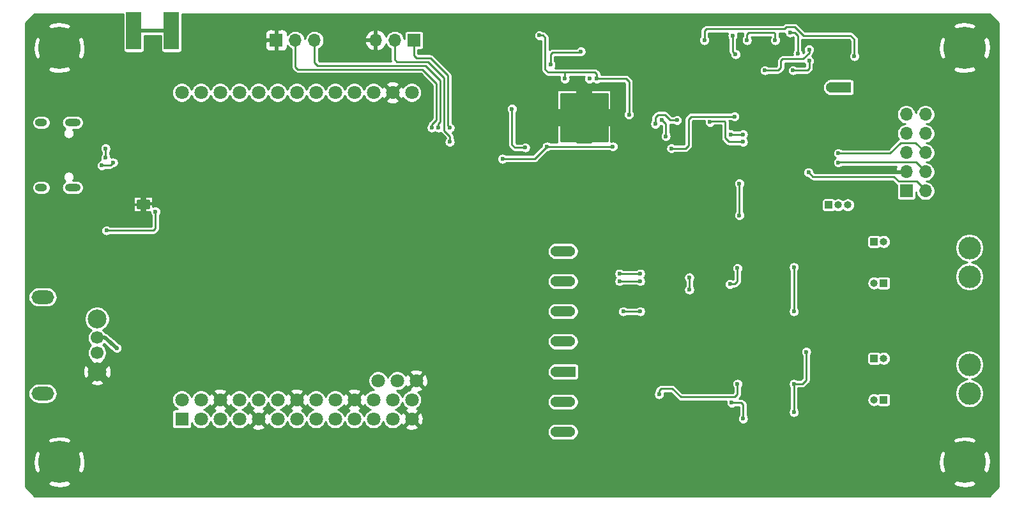
<source format=gbr>
%TF.GenerationSoftware,KiCad,Pcbnew,5.1.5*%
%TF.CreationDate,2020-01-11T17:38:17+01:00*%
%TF.ProjectId,can_breakout_pcb,63616e5f-6272-4656-916b-6f75745f7063,rev?*%
%TF.SameCoordinates,Original*%
%TF.FileFunction,Copper,L2,Bot*%
%TF.FilePolarity,Positive*%
%FSLAX46Y46*%
G04 Gerber Fmt 4.6, Leading zero omitted, Abs format (unit mm)*
G04 Created by KiCad (PCBNEW 5.1.5) date 2020-01-11 17:38:17*
%MOMM*%
%LPD*%
G04 APERTURE LIST*
%ADD10O,1.000000X1.000000*%
%ADD11R,1.000000X1.000000*%
%ADD12R,2.900000X1.400000*%
%ADD13C,1.300000*%
%ADD14R,2.400000X1.400000*%
%ADD15O,1.700000X1.700000*%
%ADD16R,1.700000X1.700000*%
%ADD17C,3.000000*%
%ADD18C,5.600000*%
%ADD19C,1.800000*%
%ADD20R,1.800000X1.800000*%
%ADD21O,3.000000X1.800000*%
%ADD22C,2.500000*%
%ADD23C,1.700000*%
%ADD24R,2.000000X5.000000*%
%ADD25O,1.600000X1.000000*%
%ADD26O,2.100000X1.000000*%
%ADD27C,0.600000*%
%ADD28C,2.000000*%
%ADD29C,1.000000*%
%ADD30C,0.250000*%
%ADD31C,0.500000*%
G04 APERTURE END LIST*
D10*
X218270000Y-78125000D03*
X217000000Y-78125000D03*
D11*
X215730000Y-78125000D03*
D12*
X217250000Y-62500000D03*
D13*
X216000000Y-62500000D03*
X218000000Y-62500000D03*
D12*
X217250000Y-65125000D03*
D13*
X216000000Y-65125000D03*
X218000000Y-65125000D03*
D12*
X180750000Y-100250000D03*
D13*
X179500000Y-100250000D03*
X181500000Y-100250000D03*
D14*
X180500000Y-104250000D03*
D13*
X181500000Y-104250000D03*
X179500000Y-104250000D03*
D14*
X180500000Y-88250000D03*
D13*
X181500000Y-88250000D03*
X179500000Y-88250000D03*
D14*
X180500000Y-84250000D03*
D13*
X181500000Y-84250000D03*
X179500000Y-84250000D03*
D14*
X180500000Y-108250000D03*
D13*
X181500000Y-108250000D03*
X179500000Y-108250000D03*
D14*
X180500000Y-92250000D03*
D13*
X181500000Y-92250000D03*
X179500000Y-92250000D03*
D14*
X180500000Y-96250000D03*
D13*
X181500000Y-96250000D03*
X179500000Y-96250000D03*
D15*
X228540000Y-66090000D03*
X226000000Y-66090000D03*
X228540000Y-68630000D03*
X226000000Y-68630000D03*
X228540000Y-71170000D03*
X226000000Y-71170000D03*
X228540000Y-73710000D03*
X226000000Y-73710000D03*
X228540000Y-76250000D03*
D16*
X226000000Y-76250000D03*
D10*
X221730000Y-104000000D03*
D11*
X223000000Y-104000000D03*
D10*
X223020000Y-98500000D03*
D11*
X221750000Y-98500000D03*
X223000000Y-88500000D03*
D10*
X221730000Y-88500000D03*
D11*
X221750000Y-83000000D03*
D10*
X223020000Y-83000000D03*
D17*
X234375000Y-103135000D03*
X234375000Y-99325000D03*
X234375000Y-83825000D03*
X234375000Y-87635000D03*
D15*
X147580000Y-56250000D03*
X145040000Y-56250000D03*
D16*
X142500000Y-56250000D03*
D18*
X233750000Y-112250000D03*
X233750000Y-57250000D03*
X113750000Y-112250000D03*
X113750000Y-57250000D03*
D19*
X161071200Y-101450800D03*
X158531200Y-101450800D03*
X155991200Y-101450800D03*
X137601600Y-63198400D03*
X132521600Y-63198400D03*
X129981600Y-63198400D03*
X135061600Y-63198400D03*
X140141600Y-63198400D03*
X147761600Y-63198400D03*
X142681600Y-63198400D03*
X145221600Y-63198400D03*
X150301600Y-63198400D03*
X152841600Y-63198400D03*
X155381600Y-63198400D03*
X157921600Y-63198400D03*
X160461600Y-63198400D03*
X155381600Y-103990800D03*
X129981600Y-103990800D03*
X135061600Y-103990800D03*
X160461600Y-103990800D03*
X132521600Y-103990800D03*
X150301600Y-103990800D03*
X140141600Y-103990800D03*
X152841600Y-103990800D03*
X145221600Y-103990800D03*
X157921600Y-103990800D03*
X147761600Y-103990800D03*
X142681600Y-103990800D03*
X137601600Y-103990800D03*
X152841600Y-106530800D03*
X155381600Y-106530800D03*
X157921600Y-106530800D03*
X160461600Y-106530800D03*
X150301600Y-106530800D03*
X145221600Y-106530800D03*
X142681600Y-106530800D03*
X147761600Y-106530800D03*
X140141600Y-106530800D03*
X137601600Y-106530800D03*
X135061600Y-106530800D03*
X132521600Y-106530800D03*
D20*
X129981600Y-106530800D03*
D16*
X160750000Y-56250000D03*
D15*
X158210000Y-56250000D03*
X155670000Y-56250000D03*
D21*
X111550000Y-90350000D03*
X111550000Y-103150000D03*
D22*
X118750000Y-93250000D03*
X118750000Y-100250000D03*
D23*
X118750000Y-95750000D03*
X118750000Y-97750000D03*
D24*
X128625000Y-55000000D03*
X123625000Y-55000000D03*
D25*
X111350000Y-75820000D03*
X111350000Y-67180000D03*
D26*
X115530000Y-75820000D03*
X115530000Y-67180000D03*
D27*
X119125000Y-75875000D03*
X117375000Y-75875000D03*
X118250000Y-75875000D03*
X118250000Y-67000000D03*
X117375000Y-67000000D03*
X109875000Y-78500000D03*
X132125000Y-53125000D03*
X109875000Y-71500000D03*
X120750000Y-53250000D03*
X222500000Y-87125000D03*
X226375000Y-85750000D03*
X222500000Y-102625000D03*
X226375000Y-101250000D03*
X205875000Y-83500000D03*
X117375000Y-76750000D03*
X118250000Y-76750000D03*
X119125000Y-76750000D03*
X117375000Y-66125000D03*
X119125000Y-67000000D03*
X118250000Y-66125000D03*
X119125000Y-66125000D03*
X205875000Y-99000000D03*
X208375000Y-81750000D03*
X208375000Y-97250000D03*
X210250000Y-85125000D03*
X123000000Y-78000000D03*
X122000000Y-78000000D03*
X126500000Y-78000000D03*
X129000000Y-81875000D03*
X209875000Y-65375000D03*
X221125000Y-75375000D03*
X223750000Y-75375000D03*
X221125000Y-68750000D03*
X223750000Y-68750000D03*
X210125000Y-68000000D03*
X210125000Y-66875000D03*
X206000000Y-66250000D03*
X207625000Y-76375000D03*
X206000000Y-74500000D03*
X200000000Y-74500000D03*
X210125000Y-60250000D03*
X207750000Y-56250000D03*
X201375000Y-68625000D03*
X200000000Y-65625000D03*
X211375000Y-81875000D03*
X215875000Y-82125000D03*
X218250000Y-90500000D03*
X218250000Y-96500000D03*
X205875000Y-92250000D03*
X193125000Y-99125000D03*
X197250000Y-92250000D03*
X201375000Y-97250000D03*
X197000000Y-97250000D03*
X194250000Y-87750000D03*
X197000000Y-107875000D03*
X198625000Y-106375000D03*
X194375000Y-103250000D03*
X197250000Y-82250000D03*
X199750000Y-82250000D03*
X200250000Y-56250000D03*
X195625000Y-68000000D03*
X210250000Y-98625000D03*
X205875000Y-102250000D03*
X199750000Y-79250000D03*
X177375000Y-56500000D03*
X186000000Y-58375000D03*
X188000000Y-58375000D03*
X179750000Y-59500000D03*
X175500000Y-65375000D03*
X175625000Y-63500000D03*
X172625000Y-62500000D03*
X174500000Y-60000000D03*
X177000000Y-60000000D03*
X179500000Y-62625000D03*
X169750000Y-64625000D03*
X171125000Y-60000000D03*
X169750000Y-60875000D03*
X189750000Y-68750000D03*
X190750000Y-64750000D03*
X171125000Y-56500000D03*
X194750000Y-60250000D03*
X194750000Y-58750000D03*
X215375000Y-58375000D03*
X213750000Y-61625000D03*
X207625000Y-78625000D03*
X190750000Y-60250000D03*
X204375000Y-111250000D03*
X129000000Y-67875000D03*
X126500000Y-75500000D03*
X182875000Y-53000000D03*
X171125000Y-53000000D03*
X199125000Y-53000000D03*
X210625000Y-53000000D03*
X193500000Y-74250000D03*
D28*
X183250000Y-66500000D03*
X181250000Y-64500000D03*
X185250000Y-64500000D03*
X185250000Y-68500000D03*
X181250000Y-68500000D03*
D29*
X124900000Y-78000000D03*
D27*
X197500000Y-75875000D03*
X180500000Y-75125000D03*
X178375000Y-72000000D03*
X190750000Y-84375000D03*
X172875000Y-101875000D03*
X172875000Y-83500000D03*
X151625000Y-56250000D03*
X109875000Y-63500000D03*
X129000000Y-72875000D03*
X227250000Y-79125000D03*
X227250000Y-62375000D03*
X211125000Y-86375000D03*
X211125000Y-101875000D03*
X212750000Y-97625000D03*
X211125000Y-92250000D03*
X211125000Y-105625000D03*
X184000000Y-61375000D03*
X197250000Y-87750000D03*
X197250000Y-89375000D03*
X204875000Y-56250000D03*
X208625000Y-56250000D03*
X204375000Y-106500000D03*
X202875000Y-104375000D03*
X207250000Y-60250000D03*
X213125000Y-57500000D03*
X203875000Y-79500000D03*
X203875000Y-75275000D03*
X119875000Y-71875000D03*
X119875000Y-70625000D03*
X120875000Y-72500000D03*
X119375000Y-72875000D03*
X123625000Y-55000000D03*
X128625000Y-55000000D03*
X190750000Y-92250000D03*
X188500000Y-92250000D03*
X190750000Y-87250000D03*
X188000000Y-87250000D03*
X203625000Y-86500000D03*
X202625000Y-88625000D03*
X188000000Y-88250000D03*
X190750000Y-88250000D03*
X203625000Y-101875000D03*
X193250000Y-103250000D03*
X120000000Y-81500000D03*
X126500000Y-79000000D03*
X121375000Y-97125000D03*
X173750000Y-65375000D03*
X175500000Y-70500000D03*
X182875000Y-57750000D03*
X178875000Y-59500000D03*
X185000000Y-61375000D03*
X187125000Y-70375000D03*
X178375000Y-70375000D03*
X189250000Y-66125000D03*
X177374999Y-55605806D03*
X180750000Y-61375000D03*
X172500000Y-72000000D03*
X217000000Y-72500000D03*
X194125000Y-69000000D03*
X193625000Y-66875000D03*
X194875000Y-70625000D03*
X203250000Y-66375000D03*
X213125000Y-59000000D03*
X211000000Y-60250000D03*
X199250000Y-56250000D03*
X219125000Y-58375000D03*
X204375000Y-68750000D03*
X202750000Y-68750000D03*
X203375000Y-58125000D03*
X203000000Y-55625000D03*
X195625000Y-66875000D03*
X192750000Y-67375000D03*
X204375000Y-69750000D03*
X200000000Y-67125000D03*
X211625000Y-58000000D03*
X210625000Y-55250000D03*
X217000000Y-71250000D03*
X213040000Y-73790000D03*
X165500000Y-69750000D03*
X163125000Y-67875000D03*
X164000000Y-67875000D03*
X165500000Y-67875000D03*
D30*
X211125000Y-101875000D02*
X212250000Y-101875000D01*
X212250000Y-101875000D02*
X212750000Y-101375000D01*
X212750000Y-101375000D02*
X212750000Y-97625000D01*
X211125000Y-86375000D02*
X211125000Y-92250000D01*
X211125000Y-105625000D02*
X211125000Y-101875000D01*
X197250000Y-89375000D02*
X197250000Y-87750000D01*
X204875000Y-56250000D02*
X204875000Y-55500000D01*
X204875000Y-55500000D02*
X205125000Y-55250000D01*
X205125000Y-55250000D02*
X208500000Y-55250000D01*
X208500000Y-55250000D02*
X208625000Y-55375000D01*
X208625000Y-55375000D02*
X208625000Y-56250000D01*
X204375000Y-106500000D02*
X204375000Y-104625000D01*
X204125000Y-104375000D02*
X202875000Y-104375000D01*
X204375000Y-104625000D02*
X204125000Y-104375000D01*
X209375000Y-59875000D02*
X209000000Y-60250000D01*
X209000000Y-60250000D02*
X207250000Y-60250000D01*
X213125000Y-57500000D02*
X213125000Y-57937500D01*
X209625000Y-58750000D02*
X209375000Y-59000000D01*
X213125000Y-57937500D02*
X212312500Y-58750000D01*
X212312500Y-58750000D02*
X209625000Y-58750000D01*
X209375000Y-59000000D02*
X209375000Y-59875000D01*
X203875000Y-75275000D02*
X203875000Y-79500000D01*
X119875000Y-70625000D02*
X119875000Y-71125000D01*
X119875000Y-71125000D02*
X119875000Y-71875000D01*
X120500000Y-72875000D02*
X120875000Y-72500000D01*
X119375000Y-72875000D02*
X120500000Y-72875000D01*
D31*
X123625000Y-55000000D02*
X128625000Y-55000000D01*
D30*
X190750000Y-92250000D02*
X188500000Y-92250000D01*
X190750000Y-87250000D02*
X188000000Y-87250000D01*
X203250000Y-88625000D02*
X202625000Y-88625000D01*
X203625000Y-86500000D02*
X203625000Y-88250000D01*
X203625000Y-88250000D02*
X203250000Y-88625000D01*
X188000000Y-88250000D02*
X190750000Y-88250000D01*
X193250000Y-102750000D02*
X193250000Y-103250000D01*
X203625000Y-103250000D02*
X203250000Y-103625000D01*
X203625000Y-101875000D02*
X203625000Y-103250000D01*
X203250000Y-103625000D02*
X196125000Y-103625000D01*
X196125000Y-103625000D02*
X195000000Y-102500000D01*
X193500000Y-102500000D02*
X193250000Y-102750000D01*
X195000000Y-102500000D02*
X193500000Y-102500000D01*
X120000000Y-81500000D02*
X126250000Y-81500000D01*
X126250000Y-81500000D02*
X126500000Y-81250000D01*
X126500000Y-81250000D02*
X126500000Y-79000000D01*
D31*
X119750000Y-95750000D02*
X118750000Y-95750000D01*
X121375000Y-97125000D02*
X119750000Y-95750000D01*
D30*
X175500000Y-70500000D02*
X174125000Y-70500000D01*
X173750000Y-70125000D02*
X173750000Y-65375000D01*
X174125000Y-70500000D02*
X173750000Y-70125000D01*
X182750000Y-57875000D02*
X182875000Y-57750000D01*
X179125000Y-57875000D02*
X182750000Y-57875000D01*
X178875000Y-59500000D02*
X178875000Y-58125000D01*
X178875000Y-58125000D02*
X179125000Y-57875000D01*
X178375000Y-70375000D02*
X187125000Y-70375000D01*
X188875000Y-61375000D02*
X185000000Y-61375000D01*
X189250000Y-66125000D02*
X189250000Y-61750000D01*
X189250000Y-61750000D02*
X188875000Y-61375000D01*
X185000000Y-60750000D02*
X184750000Y-60500000D01*
X185000000Y-61375000D02*
X185000000Y-60750000D01*
X180750000Y-60500000D02*
X179250000Y-60500000D01*
X184750000Y-60500000D02*
X180750000Y-60500000D01*
X180750000Y-61375000D02*
X180750000Y-60500000D01*
X178500000Y-60500000D02*
X178125000Y-60125000D01*
X180750000Y-60500000D02*
X178500000Y-60500000D01*
X178125000Y-60125000D02*
X178125000Y-55875000D01*
X177844194Y-55605806D02*
X177374999Y-55605806D01*
X177850000Y-55600000D02*
X177844194Y-55605806D01*
X178125000Y-55875000D02*
X177850000Y-55600000D01*
X176750000Y-72000000D02*
X172500000Y-72000000D01*
X178375000Y-70375000D02*
X176750000Y-72000000D01*
X217041528Y-72458472D02*
X217000000Y-72500000D01*
X227333472Y-72458472D02*
X217041528Y-72458472D01*
X228540000Y-73710000D02*
X228540000Y-73665000D01*
X228540000Y-73665000D02*
X227333472Y-72458472D01*
X194125000Y-67375000D02*
X194125000Y-69000000D01*
X193625000Y-66875000D02*
X194125000Y-67375000D01*
X197500000Y-66375000D02*
X203250000Y-66375000D01*
X197125000Y-66750000D02*
X197500000Y-66375000D01*
X197125000Y-70250000D02*
X197125000Y-66750000D01*
X194875000Y-70625000D02*
X196750000Y-70625000D01*
X196750000Y-70625000D02*
X197125000Y-70250000D01*
X213125000Y-60000000D02*
X213125000Y-59000000D01*
X211000000Y-60250000D02*
X212875000Y-60250000D01*
X212875000Y-60250000D02*
X213125000Y-60000000D01*
X218625000Y-55625000D02*
X219125000Y-56125000D01*
X219125000Y-56125000D02*
X219125000Y-58375000D01*
X212375000Y-55625000D02*
X218625000Y-55625000D01*
X211250000Y-54500000D02*
X212375000Y-55625000D01*
X199250000Y-55000000D02*
X199500000Y-54750000D01*
X199250000Y-56250000D02*
X199250000Y-55000000D01*
X199500000Y-54750000D02*
X209875000Y-54750000D01*
X209875000Y-54750000D02*
X210125000Y-54500000D01*
X210125000Y-54500000D02*
X211250000Y-54500000D01*
X202750000Y-68750000D02*
X204375000Y-68750000D01*
X203375000Y-58125000D02*
X203000000Y-57750000D01*
X203000000Y-57750000D02*
X203000000Y-55625000D01*
X193125000Y-66125000D02*
X194000000Y-66125000D01*
X192750000Y-66500000D02*
X193125000Y-66125000D01*
X194000000Y-66125000D02*
X194750000Y-66875000D01*
X192750000Y-67375000D02*
X192750000Y-66500000D01*
X194750000Y-66875000D02*
X195625000Y-66875000D01*
X202500000Y-69750000D02*
X204375000Y-69750000D01*
X200125000Y-67000000D02*
X201875000Y-67000000D01*
X201875000Y-67000000D02*
X202000000Y-67125000D01*
X202000000Y-67125000D02*
X202000000Y-69250000D01*
X200000000Y-67125000D02*
X200125000Y-67000000D01*
X202000000Y-69250000D02*
X202500000Y-69750000D01*
X211250000Y-55250000D02*
X210625000Y-55250000D01*
X211625000Y-58000000D02*
X211625000Y-55625000D01*
X211625000Y-55625000D02*
X211250000Y-55250000D01*
X225250000Y-69875000D02*
X223875000Y-71250000D01*
X227250000Y-69875000D02*
X225250000Y-69875000D01*
X228540000Y-71170000D02*
X228540000Y-71165000D01*
X223875000Y-71250000D02*
X217000000Y-71250000D01*
X228540000Y-71165000D02*
X227250000Y-69875000D01*
X213625000Y-74375000D02*
X224375000Y-74375000D01*
X224375000Y-74375000D02*
X225000000Y-75000000D01*
X213040000Y-73790000D02*
X213625000Y-74375000D01*
X225000000Y-75000000D02*
X227375000Y-75000000D01*
X228540000Y-76165000D02*
X228540000Y-76250000D01*
X227375000Y-75000000D02*
X228540000Y-76165000D01*
X158210000Y-58835000D02*
X158210000Y-56250000D01*
X158500000Y-59125000D02*
X158210000Y-58835000D01*
X165500000Y-69000000D02*
X164750000Y-68250000D01*
X164750000Y-61250000D02*
X162625000Y-59125000D01*
X164750000Y-68250000D02*
X164750000Y-61250000D01*
X165500000Y-69750000D02*
X165500000Y-69000000D01*
X162625000Y-59125000D02*
X158500000Y-59125000D01*
X145040000Y-59790000D02*
X145040000Y-56250000D01*
X145375000Y-60125000D02*
X145040000Y-59790000D01*
X163125000Y-67437500D02*
X163750000Y-66812500D01*
X163750000Y-62000000D02*
X161875000Y-60125000D01*
X161875000Y-60125000D02*
X145375000Y-60125000D01*
X163125000Y-67875000D02*
X163125000Y-67437500D01*
X163750000Y-66812500D02*
X163750000Y-62000000D01*
X147580000Y-59205000D02*
X147580000Y-56250000D01*
X148000000Y-59625000D02*
X147580000Y-59205000D01*
X164000000Y-67375000D02*
X164250000Y-67125000D01*
X164000000Y-67875000D02*
X164000000Y-67375000D01*
X164250000Y-61625000D02*
X162250000Y-59625000D01*
X164250000Y-67125000D02*
X164250000Y-61625000D01*
X162250000Y-59625000D02*
X148000000Y-59625000D01*
X160750000Y-58250000D02*
X160750000Y-56250000D01*
X161125000Y-58625000D02*
X160750000Y-58250000D01*
X162937500Y-58625000D02*
X161125000Y-58625000D01*
X165250000Y-60937500D02*
X162937500Y-58625000D01*
X165500000Y-67875000D02*
X165250000Y-67625000D01*
X165250000Y-67625000D02*
X165250000Y-60937500D01*
G36*
X122197944Y-57500000D02*
G01*
X122206150Y-57583314D01*
X122230452Y-57663427D01*
X122269916Y-57737260D01*
X122323026Y-57801974D01*
X122387740Y-57855084D01*
X122461573Y-57894548D01*
X122541686Y-57918850D01*
X122625000Y-57927056D01*
X124625000Y-57927056D01*
X124708314Y-57918850D01*
X124788427Y-57894548D01*
X124862260Y-57855084D01*
X124926974Y-57801974D01*
X124980084Y-57737260D01*
X125019548Y-57663427D01*
X125043850Y-57583314D01*
X125052056Y-57500000D01*
X125052056Y-55675000D01*
X127197944Y-55675000D01*
X127197944Y-57500000D01*
X127206150Y-57583314D01*
X127230452Y-57663427D01*
X127269916Y-57737260D01*
X127323026Y-57801974D01*
X127387740Y-57855084D01*
X127461573Y-57894548D01*
X127541686Y-57918850D01*
X127625000Y-57927056D01*
X129625000Y-57927056D01*
X129708314Y-57918850D01*
X129788427Y-57894548D01*
X129862260Y-57855084D01*
X129926974Y-57801974D01*
X129980084Y-57737260D01*
X130019548Y-57663427D01*
X130043850Y-57583314D01*
X130052056Y-57500000D01*
X130052056Y-57100000D01*
X141021976Y-57100000D01*
X141034043Y-57222521D01*
X141069781Y-57340334D01*
X141127817Y-57448911D01*
X141205920Y-57544080D01*
X141301089Y-57622183D01*
X141409666Y-57680219D01*
X141527479Y-57715957D01*
X141650000Y-57728024D01*
X142218750Y-57725000D01*
X142375000Y-57568750D01*
X142375000Y-56375000D01*
X141181250Y-56375000D01*
X141025000Y-56531250D01*
X141021976Y-57100000D01*
X130052056Y-57100000D01*
X130052056Y-55400000D01*
X141021976Y-55400000D01*
X141025000Y-55968750D01*
X141181250Y-56125000D01*
X142375000Y-56125000D01*
X142375000Y-54931250D01*
X142625000Y-54931250D01*
X142625000Y-56125000D01*
X142645000Y-56125000D01*
X142645000Y-56375000D01*
X142625000Y-56375000D01*
X142625000Y-57568750D01*
X142781250Y-57725000D01*
X143350000Y-57728024D01*
X143472521Y-57715957D01*
X143590334Y-57680219D01*
X143698911Y-57622183D01*
X143794080Y-57544080D01*
X143872183Y-57448911D01*
X143930219Y-57340334D01*
X143965957Y-57222521D01*
X143978024Y-57100000D01*
X143977250Y-56954421D01*
X144049643Y-57062765D01*
X144227235Y-57240357D01*
X144436061Y-57379890D01*
X144490001Y-57402233D01*
X144490000Y-59762992D01*
X144487340Y-59790000D01*
X144490000Y-59817008D01*
X144490000Y-59817017D01*
X144497958Y-59897818D01*
X144529408Y-60001493D01*
X144580479Y-60097042D01*
X144649210Y-60180790D01*
X144670196Y-60198013D01*
X144966983Y-60494799D01*
X144984210Y-60515790D01*
X145067958Y-60584521D01*
X145163506Y-60635592D01*
X145267181Y-60667042D01*
X145347982Y-60675000D01*
X145347989Y-60675000D01*
X145375000Y-60677660D01*
X145402011Y-60675000D01*
X161647183Y-60675000D01*
X163200001Y-62227819D01*
X163200000Y-66584682D01*
X162755191Y-67029492D01*
X162734211Y-67046710D01*
X162716993Y-67067690D01*
X162716987Y-67067696D01*
X162665479Y-67130458D01*
X162637908Y-67182042D01*
X162614409Y-67226006D01*
X162582958Y-67329681D01*
X162576178Y-67398517D01*
X162561856Y-67412839D01*
X162482513Y-67531584D01*
X162427861Y-67663525D01*
X162400000Y-67803594D01*
X162400000Y-67946406D01*
X162427861Y-68086475D01*
X162482513Y-68218416D01*
X162561856Y-68337161D01*
X162662839Y-68438144D01*
X162781584Y-68517487D01*
X162913525Y-68572139D01*
X163053594Y-68600000D01*
X163196406Y-68600000D01*
X163336475Y-68572139D01*
X163468416Y-68517487D01*
X163562500Y-68454622D01*
X163656584Y-68517487D01*
X163788525Y-68572139D01*
X163928594Y-68600000D01*
X164071406Y-68600000D01*
X164211475Y-68572139D01*
X164282765Y-68542610D01*
X164290479Y-68557042D01*
X164359210Y-68640790D01*
X164380196Y-68658013D01*
X164950000Y-69227818D01*
X164950000Y-69274695D01*
X164936856Y-69287839D01*
X164857513Y-69406584D01*
X164802861Y-69538525D01*
X164775000Y-69678594D01*
X164775000Y-69821406D01*
X164802861Y-69961475D01*
X164857513Y-70093416D01*
X164936856Y-70212161D01*
X165037839Y-70313144D01*
X165156584Y-70392487D01*
X165288525Y-70447139D01*
X165428594Y-70475000D01*
X165571406Y-70475000D01*
X165711475Y-70447139D01*
X165843416Y-70392487D01*
X165962161Y-70313144D01*
X166063144Y-70212161D01*
X166142487Y-70093416D01*
X166197139Y-69961475D01*
X166225000Y-69821406D01*
X166225000Y-69678594D01*
X166197139Y-69538525D01*
X166142487Y-69406584D01*
X166063144Y-69287839D01*
X166050000Y-69274695D01*
X166050000Y-69027007D01*
X166052660Y-68999999D01*
X166050000Y-68972991D01*
X166050000Y-68972982D01*
X166042042Y-68892181D01*
X166010592Y-68788506D01*
X165959521Y-68692958D01*
X165947733Y-68678594D01*
X165908013Y-68630195D01*
X165908008Y-68630190D01*
X165890790Y-68609210D01*
X165869810Y-68591992D01*
X165809396Y-68531578D01*
X165843416Y-68517487D01*
X165962161Y-68438144D01*
X166063144Y-68337161D01*
X166142487Y-68218416D01*
X166197139Y-68086475D01*
X166225000Y-67946406D01*
X166225000Y-67803594D01*
X166197139Y-67663525D01*
X166142487Y-67531584D01*
X166063144Y-67412839D01*
X165962161Y-67311856D01*
X165843416Y-67232513D01*
X165800000Y-67214529D01*
X165800000Y-65303594D01*
X173025000Y-65303594D01*
X173025000Y-65446406D01*
X173052861Y-65586475D01*
X173107513Y-65718416D01*
X173186856Y-65837161D01*
X173200001Y-65850306D01*
X173200000Y-70097992D01*
X173197340Y-70125000D01*
X173200000Y-70152008D01*
X173200000Y-70152017D01*
X173207958Y-70232818D01*
X173239408Y-70336493D01*
X173290479Y-70432042D01*
X173359210Y-70515790D01*
X173380195Y-70533012D01*
X173716991Y-70869809D01*
X173734210Y-70890790D01*
X173755190Y-70908008D01*
X173755195Y-70908013D01*
X173817957Y-70959521D01*
X173869028Y-70986818D01*
X173913506Y-71010592D01*
X174017181Y-71042042D01*
X174097982Y-71050000D01*
X174097991Y-71050000D01*
X174124999Y-71052660D01*
X174152007Y-71050000D01*
X175024695Y-71050000D01*
X175037839Y-71063144D01*
X175156584Y-71142487D01*
X175288525Y-71197139D01*
X175428594Y-71225000D01*
X175571406Y-71225000D01*
X175711475Y-71197139D01*
X175843416Y-71142487D01*
X175962161Y-71063144D01*
X176063144Y-70962161D01*
X176142487Y-70843416D01*
X176197139Y-70711475D01*
X176225000Y-70571406D01*
X176225000Y-70428594D01*
X176197139Y-70288525D01*
X176142487Y-70156584D01*
X176063144Y-70037839D01*
X175962161Y-69936856D01*
X175843416Y-69857513D01*
X175711475Y-69802861D01*
X175571406Y-69775000D01*
X175428594Y-69775000D01*
X175288525Y-69802861D01*
X175156584Y-69857513D01*
X175037839Y-69936856D01*
X175024695Y-69950000D01*
X174352818Y-69950000D01*
X174300000Y-69897183D01*
X174300000Y-67303594D01*
X192025000Y-67303594D01*
X192025000Y-67446406D01*
X192052861Y-67586475D01*
X192107513Y-67718416D01*
X192186856Y-67837161D01*
X192287839Y-67938144D01*
X192406584Y-68017487D01*
X192538525Y-68072139D01*
X192678594Y-68100000D01*
X192821406Y-68100000D01*
X192961475Y-68072139D01*
X193093416Y-68017487D01*
X193212161Y-67938144D01*
X193313144Y-67837161D01*
X193392487Y-67718416D01*
X193447139Y-67586475D01*
X193448603Y-67579116D01*
X193553594Y-67600000D01*
X193572183Y-67600000D01*
X193575000Y-67602817D01*
X193575001Y-68524694D01*
X193561856Y-68537839D01*
X193482513Y-68656584D01*
X193427861Y-68788525D01*
X193400000Y-68928594D01*
X193400000Y-69071406D01*
X193427861Y-69211475D01*
X193482513Y-69343416D01*
X193561856Y-69462161D01*
X193662839Y-69563144D01*
X193781584Y-69642487D01*
X193913525Y-69697139D01*
X194053594Y-69725000D01*
X194196406Y-69725000D01*
X194336475Y-69697139D01*
X194468416Y-69642487D01*
X194587161Y-69563144D01*
X194688144Y-69462161D01*
X194767487Y-69343416D01*
X194822139Y-69211475D01*
X194850000Y-69071406D01*
X194850000Y-68928594D01*
X194822139Y-68788525D01*
X194767487Y-68656584D01*
X194688144Y-68537839D01*
X194675000Y-68524695D01*
X194675000Y-67420274D01*
X194722982Y-67425000D01*
X194722991Y-67425000D01*
X194749999Y-67427660D01*
X194777007Y-67425000D01*
X195149695Y-67425000D01*
X195162839Y-67438144D01*
X195281584Y-67517487D01*
X195413525Y-67572139D01*
X195553594Y-67600000D01*
X195696406Y-67600000D01*
X195836475Y-67572139D01*
X195968416Y-67517487D01*
X196087161Y-67438144D01*
X196188144Y-67337161D01*
X196267487Y-67218416D01*
X196322139Y-67086475D01*
X196350000Y-66946406D01*
X196350000Y-66803594D01*
X196322139Y-66663525D01*
X196267487Y-66531584D01*
X196188144Y-66412839D01*
X196087161Y-66311856D01*
X195968416Y-66232513D01*
X195836475Y-66177861D01*
X195696406Y-66150000D01*
X195553594Y-66150000D01*
X195413525Y-66177861D01*
X195281584Y-66232513D01*
X195162839Y-66311856D01*
X195149695Y-66325000D01*
X194977818Y-66325000D01*
X194408013Y-65755196D01*
X194390790Y-65734210D01*
X194307042Y-65665479D01*
X194211494Y-65614408D01*
X194107819Y-65582958D01*
X194027018Y-65575000D01*
X194027008Y-65575000D01*
X194000000Y-65572340D01*
X193972992Y-65575000D01*
X193152007Y-65575000D01*
X193124999Y-65572340D01*
X193097991Y-65575000D01*
X193097982Y-65575000D01*
X193017181Y-65582958D01*
X192913506Y-65614408D01*
X192869028Y-65638182D01*
X192817957Y-65665479D01*
X192755195Y-65716987D01*
X192755190Y-65716992D01*
X192734210Y-65734210D01*
X192716991Y-65755191D01*
X192380191Y-66091992D01*
X192359211Y-66109210D01*
X192341993Y-66130190D01*
X192341987Y-66130196D01*
X192290479Y-66192958D01*
X192265652Y-66239408D01*
X192239409Y-66288506D01*
X192207959Y-66392181D01*
X192200000Y-66472982D01*
X192200000Y-66472992D01*
X192197340Y-66500000D01*
X192200000Y-66527008D01*
X192200000Y-66899695D01*
X192186856Y-66912839D01*
X192107513Y-67031584D01*
X192052861Y-67163525D01*
X192025000Y-67303594D01*
X174300000Y-67303594D01*
X174300000Y-65850305D01*
X174313144Y-65837161D01*
X174392487Y-65718416D01*
X174447139Y-65586475D01*
X174475000Y-65446406D01*
X174475000Y-65303594D01*
X174447139Y-65163525D01*
X174392487Y-65031584D01*
X174313144Y-64912839D01*
X174212161Y-64811856D01*
X174093416Y-64732513D01*
X173961475Y-64677861D01*
X173821406Y-64650000D01*
X173678594Y-64650000D01*
X173538525Y-64677861D01*
X173406584Y-64732513D01*
X173287839Y-64811856D01*
X173186856Y-64912839D01*
X173107513Y-65031584D01*
X173052861Y-65163525D01*
X173025000Y-65303594D01*
X165800000Y-65303594D01*
X165800000Y-63000000D01*
X179708993Y-63000000D01*
X179708993Y-65375000D01*
X179711395Y-65399386D01*
X179718508Y-65422835D01*
X179730059Y-65444446D01*
X179745605Y-65463388D01*
X179764547Y-65478934D01*
X179786158Y-65490485D01*
X179809607Y-65497598D01*
X179833993Y-65500000D01*
X180083993Y-65500000D01*
X180108379Y-65497598D01*
X180131828Y-65490485D01*
X180153439Y-65478934D01*
X180172381Y-65463388D01*
X180187927Y-65444446D01*
X180199478Y-65422835D01*
X180206591Y-65399386D01*
X180208993Y-65375000D01*
X180208993Y-63375000D01*
X182208993Y-63375000D01*
X182233379Y-63372598D01*
X182256828Y-63365485D01*
X182278439Y-63353934D01*
X182297381Y-63338388D01*
X182312927Y-63319446D01*
X182324478Y-63297835D01*
X182331591Y-63274386D01*
X182333993Y-63250000D01*
X182333993Y-63000000D01*
X184250000Y-63000000D01*
X184250000Y-63250000D01*
X184252402Y-63274386D01*
X184259515Y-63297835D01*
X184271066Y-63319446D01*
X184286612Y-63338388D01*
X184305554Y-63353934D01*
X184327165Y-63365485D01*
X184350614Y-63372598D01*
X184375000Y-63375000D01*
X186375000Y-63375000D01*
X186375000Y-65375000D01*
X186377402Y-65399386D01*
X186384515Y-65422835D01*
X186396066Y-65444446D01*
X186411612Y-65463388D01*
X186430554Y-65478934D01*
X186452165Y-65490485D01*
X186475614Y-65497598D01*
X186500000Y-65500000D01*
X186750000Y-65500000D01*
X186774386Y-65497598D01*
X186797835Y-65490485D01*
X186819446Y-65478934D01*
X186838388Y-65463388D01*
X186853934Y-65444446D01*
X186865485Y-65422835D01*
X186872598Y-65399386D01*
X186875000Y-65375000D01*
X186875000Y-63000000D01*
X186872598Y-62975614D01*
X186865485Y-62952165D01*
X186853934Y-62930554D01*
X186838388Y-62911612D01*
X186819446Y-62896066D01*
X186797835Y-62884515D01*
X186774386Y-62877402D01*
X186750000Y-62875000D01*
X184375000Y-62875000D01*
X184350614Y-62877402D01*
X184327165Y-62884515D01*
X184305554Y-62896066D01*
X184286612Y-62911612D01*
X184271066Y-62930554D01*
X184259515Y-62952165D01*
X184252402Y-62975614D01*
X184250000Y-63000000D01*
X182333993Y-63000000D01*
X182331591Y-62975614D01*
X182324478Y-62952165D01*
X182312927Y-62930554D01*
X182297381Y-62911612D01*
X182278439Y-62896066D01*
X182256828Y-62884515D01*
X182233379Y-62877402D01*
X182208993Y-62875000D01*
X179833993Y-62875000D01*
X179809607Y-62877402D01*
X179786158Y-62884515D01*
X179764547Y-62896066D01*
X179745605Y-62911612D01*
X179730059Y-62930554D01*
X179718508Y-62952165D01*
X179711395Y-62975614D01*
X179708993Y-63000000D01*
X165800000Y-63000000D01*
X165800000Y-60964508D01*
X165802660Y-60937500D01*
X165800000Y-60910492D01*
X165800000Y-60910482D01*
X165792042Y-60829681D01*
X165760592Y-60726006D01*
X165760592Y-60726005D01*
X165709521Y-60630458D01*
X165658013Y-60567695D01*
X165658008Y-60567690D01*
X165640790Y-60546710D01*
X165619810Y-60529492D01*
X163345512Y-58255195D01*
X163328290Y-58234210D01*
X163286606Y-58200000D01*
X163244542Y-58165479D01*
X163213700Y-58148994D01*
X163148994Y-58114408D01*
X163045319Y-58082958D01*
X162964518Y-58075000D01*
X162964508Y-58075000D01*
X162937500Y-58072340D01*
X162910492Y-58075000D01*
X161352818Y-58075000D01*
X161300000Y-58022183D01*
X161300000Y-57527056D01*
X161600000Y-57527056D01*
X161683314Y-57518850D01*
X161763427Y-57494548D01*
X161837260Y-57455084D01*
X161901974Y-57401974D01*
X161955084Y-57337260D01*
X161994548Y-57263427D01*
X162018850Y-57183314D01*
X162027056Y-57100000D01*
X162027056Y-55534400D01*
X176649999Y-55534400D01*
X176649999Y-55677212D01*
X176677860Y-55817281D01*
X176732512Y-55949222D01*
X176811855Y-56067967D01*
X176912838Y-56168950D01*
X177031583Y-56248293D01*
X177163524Y-56302945D01*
X177303593Y-56330806D01*
X177446405Y-56330806D01*
X177575001Y-56305227D01*
X177575000Y-60097992D01*
X177572340Y-60125000D01*
X177575000Y-60152008D01*
X177575000Y-60152017D01*
X177582958Y-60232818D01*
X177614408Y-60336493D01*
X177665479Y-60432042D01*
X177734210Y-60515790D01*
X177755195Y-60533012D01*
X178091991Y-60869809D01*
X178109210Y-60890790D01*
X178130190Y-60908008D01*
X178130195Y-60908013D01*
X178192957Y-60959521D01*
X178221917Y-60975000D01*
X178288506Y-61010592D01*
X178392181Y-61042042D01*
X178472982Y-61050000D01*
X178472991Y-61050000D01*
X178499999Y-61052660D01*
X178527007Y-61050000D01*
X180099885Y-61050000D01*
X180052861Y-61163525D01*
X180025000Y-61303594D01*
X180025000Y-61446406D01*
X180052861Y-61586475D01*
X180107513Y-61718416D01*
X180186856Y-61837161D01*
X180287839Y-61938144D01*
X180406584Y-62017487D01*
X180538525Y-62072139D01*
X180678594Y-62100000D01*
X180821406Y-62100000D01*
X180961475Y-62072139D01*
X181093416Y-62017487D01*
X181212161Y-61938144D01*
X181313144Y-61837161D01*
X181392487Y-61718416D01*
X181447139Y-61586475D01*
X181475000Y-61446406D01*
X181475000Y-61303594D01*
X181447139Y-61163525D01*
X181400115Y-61050000D01*
X183349885Y-61050000D01*
X183302861Y-61163525D01*
X183275000Y-61303594D01*
X183275000Y-61446406D01*
X183302861Y-61586475D01*
X183357513Y-61718416D01*
X183436856Y-61837161D01*
X183537839Y-61938144D01*
X183656584Y-62017487D01*
X183788525Y-62072139D01*
X183928594Y-62100000D01*
X184071406Y-62100000D01*
X184211475Y-62072139D01*
X184343416Y-62017487D01*
X184462161Y-61938144D01*
X184500000Y-61900305D01*
X184537839Y-61938144D01*
X184656584Y-62017487D01*
X184788525Y-62072139D01*
X184928594Y-62100000D01*
X185071406Y-62100000D01*
X185211475Y-62072139D01*
X185343416Y-62017487D01*
X185462161Y-61938144D01*
X185475305Y-61925000D01*
X188647183Y-61925000D01*
X188700001Y-61977819D01*
X188700000Y-65649695D01*
X188686856Y-65662839D01*
X188607513Y-65781584D01*
X188552861Y-65913525D01*
X188525000Y-66053594D01*
X188525000Y-66196406D01*
X188552861Y-66336475D01*
X188607513Y-66468416D01*
X188686856Y-66587161D01*
X188787839Y-66688144D01*
X188906584Y-66767487D01*
X189038525Y-66822139D01*
X189178594Y-66850000D01*
X189321406Y-66850000D01*
X189461475Y-66822139D01*
X189593416Y-66767487D01*
X189712161Y-66688144D01*
X189813144Y-66587161D01*
X189892487Y-66468416D01*
X189947139Y-66336475D01*
X189975000Y-66196406D01*
X189975000Y-66053594D01*
X189947139Y-65913525D01*
X189892487Y-65781584D01*
X189813144Y-65662839D01*
X189800000Y-65649695D01*
X189800000Y-62394122D01*
X214925000Y-62394122D01*
X214925000Y-62605878D01*
X214966312Y-62813566D01*
X215047348Y-63009203D01*
X215164993Y-63185272D01*
X215314728Y-63335007D01*
X215432224Y-63413515D01*
X215444916Y-63437260D01*
X215498026Y-63501974D01*
X215562740Y-63555084D01*
X215636573Y-63594548D01*
X215716686Y-63618850D01*
X215800000Y-63627056D01*
X218700000Y-63627056D01*
X218783314Y-63618850D01*
X218863427Y-63594548D01*
X218937260Y-63555084D01*
X219001974Y-63501974D01*
X219055084Y-63437260D01*
X219094548Y-63363427D01*
X219118850Y-63283314D01*
X219127056Y-63200000D01*
X219127056Y-61800000D01*
X219118850Y-61716686D01*
X219094548Y-61636573D01*
X219055084Y-61562740D01*
X219001974Y-61498026D01*
X218937260Y-61444916D01*
X218863427Y-61405452D01*
X218783314Y-61381150D01*
X218700000Y-61372944D01*
X215800000Y-61372944D01*
X215716686Y-61381150D01*
X215636573Y-61405452D01*
X215562740Y-61444916D01*
X215498026Y-61498026D01*
X215444916Y-61562740D01*
X215432224Y-61586485D01*
X215314728Y-61664993D01*
X215164993Y-61814728D01*
X215047348Y-61990797D01*
X214966312Y-62186434D01*
X214925000Y-62394122D01*
X189800000Y-62394122D01*
X189800000Y-61777007D01*
X189802660Y-61749999D01*
X189800000Y-61722991D01*
X189800000Y-61722982D01*
X189792042Y-61642181D01*
X189760592Y-61538506D01*
X189730827Y-61482819D01*
X189709521Y-61442957D01*
X189658013Y-61380195D01*
X189658008Y-61380190D01*
X189640790Y-61359210D01*
X189619809Y-61341991D01*
X189283012Y-61005195D01*
X189265790Y-60984210D01*
X189182042Y-60915479D01*
X189086494Y-60864408D01*
X188982819Y-60832958D01*
X188902018Y-60825000D01*
X188902008Y-60825000D01*
X188875000Y-60822340D01*
X188847992Y-60825000D01*
X185550000Y-60825000D01*
X185550000Y-60777007D01*
X185552660Y-60749999D01*
X185550000Y-60722991D01*
X185550000Y-60722982D01*
X185542042Y-60642181D01*
X185510592Y-60538506D01*
X185459521Y-60442958D01*
X185390790Y-60359210D01*
X185369804Y-60341987D01*
X185158012Y-60130195D01*
X185140790Y-60109210D01*
X185058947Y-60042042D01*
X185057042Y-60040479D01*
X185031856Y-60027017D01*
X184961494Y-59989408D01*
X184857819Y-59957958D01*
X184777018Y-59950000D01*
X184777008Y-59950000D01*
X184750000Y-59947340D01*
X184722992Y-59950000D01*
X180777018Y-59950000D01*
X180750000Y-59947339D01*
X180722982Y-59950000D01*
X179446270Y-59950000D01*
X179517487Y-59843416D01*
X179572139Y-59711475D01*
X179600000Y-59571406D01*
X179600000Y-59428594D01*
X179572139Y-59288525D01*
X179517487Y-59156584D01*
X179438144Y-59037839D01*
X179425000Y-59024695D01*
X179425000Y-58425000D01*
X182610077Y-58425000D01*
X182663525Y-58447139D01*
X182803594Y-58475000D01*
X182946406Y-58475000D01*
X183086475Y-58447139D01*
X183218416Y-58392487D01*
X183337161Y-58313144D01*
X183438144Y-58212161D01*
X183517487Y-58093416D01*
X183572139Y-57961475D01*
X183600000Y-57821406D01*
X183600000Y-57678594D01*
X183572139Y-57538525D01*
X183517487Y-57406584D01*
X183438144Y-57287839D01*
X183337161Y-57186856D01*
X183218416Y-57107513D01*
X183086475Y-57052861D01*
X182946406Y-57025000D01*
X182803594Y-57025000D01*
X182663525Y-57052861D01*
X182531584Y-57107513D01*
X182412839Y-57186856D01*
X182311856Y-57287839D01*
X182287026Y-57325000D01*
X179152007Y-57325000D01*
X179124999Y-57322340D01*
X179097991Y-57325000D01*
X179097982Y-57325000D01*
X179017181Y-57332958D01*
X178913506Y-57364408D01*
X178817958Y-57415479D01*
X178734210Y-57484210D01*
X178716987Y-57505196D01*
X178675000Y-57547183D01*
X178675000Y-56178594D01*
X198525000Y-56178594D01*
X198525000Y-56321406D01*
X198552861Y-56461475D01*
X198607513Y-56593416D01*
X198686856Y-56712161D01*
X198787839Y-56813144D01*
X198906584Y-56892487D01*
X199038525Y-56947139D01*
X199178594Y-56975000D01*
X199321406Y-56975000D01*
X199461475Y-56947139D01*
X199593416Y-56892487D01*
X199712161Y-56813144D01*
X199813144Y-56712161D01*
X199892487Y-56593416D01*
X199947139Y-56461475D01*
X199975000Y-56321406D01*
X199975000Y-56178594D01*
X199947139Y-56038525D01*
X199892487Y-55906584D01*
X199813144Y-55787839D01*
X199800000Y-55774695D01*
X199800000Y-55300000D01*
X202349885Y-55300000D01*
X202302861Y-55413525D01*
X202275000Y-55553594D01*
X202275000Y-55696406D01*
X202302861Y-55836475D01*
X202357513Y-55968416D01*
X202436856Y-56087161D01*
X202450001Y-56100306D01*
X202450000Y-57722992D01*
X202447340Y-57750000D01*
X202450000Y-57777008D01*
X202450000Y-57777017D01*
X202457958Y-57857818D01*
X202489408Y-57961493D01*
X202540479Y-58057042D01*
X202609210Y-58140790D01*
X202630195Y-58158012D01*
X202650000Y-58177817D01*
X202650000Y-58196406D01*
X202677861Y-58336475D01*
X202732513Y-58468416D01*
X202811856Y-58587161D01*
X202912839Y-58688144D01*
X203031584Y-58767487D01*
X203163525Y-58822139D01*
X203303594Y-58850000D01*
X203446406Y-58850000D01*
X203586475Y-58822139D01*
X203718416Y-58767487D01*
X203837161Y-58688144D01*
X203938144Y-58587161D01*
X204017487Y-58468416D01*
X204072139Y-58336475D01*
X204100000Y-58196406D01*
X204100000Y-58053594D01*
X204072139Y-57913525D01*
X204017487Y-57781584D01*
X203938144Y-57662839D01*
X203837161Y-57561856D01*
X203718416Y-57482513D01*
X203586475Y-57427861D01*
X203550000Y-57420606D01*
X203550000Y-56100305D01*
X203563144Y-56087161D01*
X203642487Y-55968416D01*
X203697139Y-55836475D01*
X203725000Y-55696406D01*
X203725000Y-55553594D01*
X203697139Y-55413525D01*
X203650115Y-55300000D01*
X204360922Y-55300000D01*
X204332958Y-55392181D01*
X204325000Y-55472982D01*
X204325000Y-55472992D01*
X204322340Y-55500000D01*
X204325000Y-55527008D01*
X204325000Y-55774695D01*
X204311856Y-55787839D01*
X204232513Y-55906584D01*
X204177861Y-56038525D01*
X204150000Y-56178594D01*
X204150000Y-56321406D01*
X204177861Y-56461475D01*
X204232513Y-56593416D01*
X204311856Y-56712161D01*
X204412839Y-56813144D01*
X204531584Y-56892487D01*
X204663525Y-56947139D01*
X204803594Y-56975000D01*
X204946406Y-56975000D01*
X205086475Y-56947139D01*
X205218416Y-56892487D01*
X205337161Y-56813144D01*
X205438144Y-56712161D01*
X205517487Y-56593416D01*
X205572139Y-56461475D01*
X205600000Y-56321406D01*
X205600000Y-56178594D01*
X205572139Y-56038525D01*
X205517487Y-55906584D01*
X205446270Y-55800000D01*
X208053730Y-55800000D01*
X207982513Y-55906584D01*
X207927861Y-56038525D01*
X207900000Y-56178594D01*
X207900000Y-56321406D01*
X207927861Y-56461475D01*
X207982513Y-56593416D01*
X208061856Y-56712161D01*
X208162839Y-56813144D01*
X208281584Y-56892487D01*
X208413525Y-56947139D01*
X208553594Y-56975000D01*
X208696406Y-56975000D01*
X208836475Y-56947139D01*
X208968416Y-56892487D01*
X209087161Y-56813144D01*
X209188144Y-56712161D01*
X209267487Y-56593416D01*
X209322139Y-56461475D01*
X209350000Y-56321406D01*
X209350000Y-56178594D01*
X209322139Y-56038525D01*
X209267487Y-55906584D01*
X209188144Y-55787839D01*
X209175000Y-55774695D01*
X209175000Y-55402011D01*
X209177660Y-55375000D01*
X209175000Y-55347989D01*
X209175000Y-55347982D01*
X209170274Y-55300000D01*
X209847992Y-55300000D01*
X209875000Y-55302660D01*
X209900000Y-55300198D01*
X209900000Y-55321406D01*
X209927861Y-55461475D01*
X209982513Y-55593416D01*
X210061856Y-55712161D01*
X210162839Y-55813144D01*
X210281584Y-55892487D01*
X210413525Y-55947139D01*
X210553594Y-55975000D01*
X210696406Y-55975000D01*
X210836475Y-55947139D01*
X210968416Y-55892487D01*
X211056088Y-55833906D01*
X211075001Y-55852818D01*
X211075000Y-57524695D01*
X211061856Y-57537839D01*
X210982513Y-57656584D01*
X210927861Y-57788525D01*
X210900000Y-57928594D01*
X210900000Y-58071406D01*
X210925579Y-58200000D01*
X209652007Y-58200000D01*
X209624999Y-58197340D01*
X209597991Y-58200000D01*
X209597982Y-58200000D01*
X209517181Y-58207958D01*
X209413506Y-58239408D01*
X209317958Y-58290479D01*
X209234210Y-58359210D01*
X209216987Y-58380196D01*
X209005196Y-58591987D01*
X208984210Y-58609210D01*
X208915479Y-58692958D01*
X208864408Y-58788507D01*
X208832958Y-58892182D01*
X208825000Y-58972983D01*
X208825000Y-58972992D01*
X208822340Y-59000000D01*
X208825000Y-59027008D01*
X208825000Y-59647182D01*
X208772183Y-59700000D01*
X207725305Y-59700000D01*
X207712161Y-59686856D01*
X207593416Y-59607513D01*
X207461475Y-59552861D01*
X207321406Y-59525000D01*
X207178594Y-59525000D01*
X207038525Y-59552861D01*
X206906584Y-59607513D01*
X206787839Y-59686856D01*
X206686856Y-59787839D01*
X206607513Y-59906584D01*
X206552861Y-60038525D01*
X206525000Y-60178594D01*
X206525000Y-60321406D01*
X206552861Y-60461475D01*
X206607513Y-60593416D01*
X206686856Y-60712161D01*
X206787839Y-60813144D01*
X206906584Y-60892487D01*
X207038525Y-60947139D01*
X207178594Y-60975000D01*
X207321406Y-60975000D01*
X207461475Y-60947139D01*
X207593416Y-60892487D01*
X207712161Y-60813144D01*
X207725305Y-60800000D01*
X208972992Y-60800000D01*
X209000000Y-60802660D01*
X209027008Y-60800000D01*
X209027018Y-60800000D01*
X209107819Y-60792042D01*
X209211494Y-60760592D01*
X209307042Y-60709521D01*
X209369804Y-60658013D01*
X209390790Y-60640790D01*
X209408012Y-60619805D01*
X209744809Y-60283009D01*
X209765790Y-60265790D01*
X209783008Y-60244810D01*
X209783013Y-60244805D01*
X209834521Y-60182043D01*
X209874193Y-60107820D01*
X209885592Y-60086494D01*
X209917042Y-59982819D01*
X209925000Y-59902018D01*
X209925000Y-59902009D01*
X209927660Y-59875001D01*
X209925000Y-59847993D01*
X209925000Y-59300000D01*
X212285492Y-59300000D01*
X212312500Y-59302660D01*
X212339508Y-59300000D01*
X212339518Y-59300000D01*
X212420319Y-59292042D01*
X212456666Y-59281016D01*
X212482513Y-59343416D01*
X212561856Y-59462161D01*
X212575001Y-59475306D01*
X212575000Y-59700000D01*
X211475305Y-59700000D01*
X211462161Y-59686856D01*
X211343416Y-59607513D01*
X211211475Y-59552861D01*
X211071406Y-59525000D01*
X210928594Y-59525000D01*
X210788525Y-59552861D01*
X210656584Y-59607513D01*
X210537839Y-59686856D01*
X210436856Y-59787839D01*
X210357513Y-59906584D01*
X210302861Y-60038525D01*
X210275000Y-60178594D01*
X210275000Y-60321406D01*
X210302861Y-60461475D01*
X210357513Y-60593416D01*
X210436856Y-60712161D01*
X210537839Y-60813144D01*
X210656584Y-60892487D01*
X210788525Y-60947139D01*
X210928594Y-60975000D01*
X211071406Y-60975000D01*
X211211475Y-60947139D01*
X211343416Y-60892487D01*
X211462161Y-60813144D01*
X211475305Y-60800000D01*
X212847992Y-60800000D01*
X212875000Y-60802660D01*
X212902008Y-60800000D01*
X212902018Y-60800000D01*
X212982819Y-60792042D01*
X213086494Y-60760592D01*
X213182042Y-60709521D01*
X213244804Y-60658013D01*
X213265790Y-60640790D01*
X213283013Y-60619804D01*
X213494804Y-60408013D01*
X213515790Y-60390790D01*
X213584521Y-60307042D01*
X213635592Y-60211494D01*
X213667022Y-60107883D01*
X232129554Y-60107883D01*
X232501457Y-60457111D01*
X233151124Y-60639066D01*
X233823804Y-60690781D01*
X234493649Y-60610268D01*
X234998543Y-60457111D01*
X235370446Y-60107883D01*
X233750000Y-58487437D01*
X232129554Y-60107883D01*
X213667022Y-60107883D01*
X213667042Y-60107819D01*
X213675000Y-60027018D01*
X213675000Y-60027009D01*
X213677660Y-60000001D01*
X213675000Y-59972993D01*
X213675000Y-59475305D01*
X213688144Y-59462161D01*
X213767487Y-59343416D01*
X213822139Y-59211475D01*
X213850000Y-59071406D01*
X213850000Y-58928594D01*
X213822139Y-58788525D01*
X213767487Y-58656584D01*
X213688144Y-58537839D01*
X213587161Y-58436856D01*
X213477041Y-58363276D01*
X213494804Y-58345513D01*
X213515790Y-58328290D01*
X213584521Y-58244542D01*
X213635592Y-58148994D01*
X213667042Y-58045319D01*
X213673821Y-57976484D01*
X213688144Y-57962161D01*
X213767487Y-57843416D01*
X213822139Y-57711475D01*
X213850000Y-57571406D01*
X213850000Y-57428594D01*
X213822139Y-57288525D01*
X213767487Y-57156584D01*
X213688144Y-57037839D01*
X213587161Y-56936856D01*
X213468416Y-56857513D01*
X213336475Y-56802861D01*
X213196406Y-56775000D01*
X213053594Y-56775000D01*
X212913525Y-56802861D01*
X212781584Y-56857513D01*
X212662839Y-56936856D01*
X212561856Y-57037839D01*
X212482513Y-57156584D01*
X212427861Y-57288525D01*
X212400000Y-57428594D01*
X212400000Y-57571406D01*
X212427861Y-57711475D01*
X212470432Y-57814251D01*
X212350000Y-57934683D01*
X212350000Y-57928594D01*
X212322139Y-57788525D01*
X212267487Y-57656584D01*
X212188144Y-57537839D01*
X212175000Y-57524695D01*
X212175000Y-56139079D01*
X212267181Y-56167042D01*
X212347982Y-56175000D01*
X212347991Y-56175000D01*
X212374999Y-56177660D01*
X212402007Y-56175000D01*
X218397183Y-56175000D01*
X218575000Y-56352817D01*
X218575001Y-57899694D01*
X218561856Y-57912839D01*
X218482513Y-58031584D01*
X218427861Y-58163525D01*
X218400000Y-58303594D01*
X218400000Y-58446406D01*
X218427861Y-58586475D01*
X218482513Y-58718416D01*
X218561856Y-58837161D01*
X218662839Y-58938144D01*
X218781584Y-59017487D01*
X218913525Y-59072139D01*
X219053594Y-59100000D01*
X219196406Y-59100000D01*
X219336475Y-59072139D01*
X219468416Y-59017487D01*
X219587161Y-58938144D01*
X219688144Y-58837161D01*
X219767487Y-58718416D01*
X219822139Y-58586475D01*
X219850000Y-58446406D01*
X219850000Y-58303594D01*
X219822139Y-58163525D01*
X219767487Y-58031584D01*
X219688144Y-57912839D01*
X219675000Y-57899695D01*
X219675000Y-57323804D01*
X230309219Y-57323804D01*
X230389732Y-57993649D01*
X230542889Y-58498543D01*
X230892117Y-58870446D01*
X232512563Y-57250000D01*
X234987437Y-57250000D01*
X236607883Y-58870446D01*
X236957111Y-58498543D01*
X237139066Y-57848876D01*
X237190781Y-57176196D01*
X237110268Y-56506351D01*
X236957111Y-56001457D01*
X236607883Y-55629554D01*
X234987437Y-57250000D01*
X232512563Y-57250000D01*
X230892117Y-55629554D01*
X230542889Y-56001457D01*
X230360934Y-56651124D01*
X230309219Y-57323804D01*
X219675000Y-57323804D01*
X219675000Y-56152011D01*
X219677660Y-56125000D01*
X219675000Y-56097989D01*
X219675000Y-56097982D01*
X219667042Y-56017181D01*
X219652670Y-55969804D01*
X219635592Y-55913505D01*
X219584521Y-55817958D01*
X219533013Y-55755196D01*
X219515790Y-55734210D01*
X219494804Y-55716987D01*
X219033012Y-55255195D01*
X219015790Y-55234210D01*
X218948023Y-55178594D01*
X218932042Y-55165479D01*
X218922871Y-55160577D01*
X218836494Y-55114408D01*
X218732819Y-55082958D01*
X218652018Y-55075000D01*
X218652008Y-55075000D01*
X218625000Y-55072340D01*
X218597992Y-55075000D01*
X212602818Y-55075000D01*
X211919935Y-54392117D01*
X232129554Y-54392117D01*
X233750000Y-56012563D01*
X235370446Y-54392117D01*
X234998543Y-54042889D01*
X234348876Y-53860934D01*
X233676196Y-53809219D01*
X233006351Y-53889732D01*
X232501457Y-54042889D01*
X232129554Y-54392117D01*
X211919935Y-54392117D01*
X211658013Y-54130196D01*
X211640790Y-54109210D01*
X211557042Y-54040479D01*
X211461494Y-53989408D01*
X211357819Y-53957958D01*
X211277018Y-53950000D01*
X211277008Y-53950000D01*
X211250000Y-53947340D01*
X211222992Y-53950000D01*
X210152007Y-53950000D01*
X210124999Y-53947340D01*
X210097991Y-53950000D01*
X210097982Y-53950000D01*
X210017181Y-53957958D01*
X209913506Y-53989408D01*
X209817958Y-54040479D01*
X209734210Y-54109210D01*
X209716987Y-54130196D01*
X209647183Y-54200000D01*
X199527007Y-54200000D01*
X199499999Y-54197340D01*
X199472991Y-54200000D01*
X199472982Y-54200000D01*
X199392181Y-54207958D01*
X199288506Y-54239408D01*
X199192958Y-54290479D01*
X199109210Y-54359210D01*
X199091987Y-54380196D01*
X198880191Y-54591992D01*
X198859211Y-54609210D01*
X198841993Y-54630190D01*
X198841987Y-54630196D01*
X198790479Y-54692958D01*
X198739766Y-54787839D01*
X198739409Y-54788506D01*
X198707959Y-54892181D01*
X198706335Y-54908667D01*
X198697340Y-55000000D01*
X198700001Y-55027018D01*
X198700000Y-55774695D01*
X198686856Y-55787839D01*
X198607513Y-55906584D01*
X198552861Y-56038525D01*
X198525000Y-56178594D01*
X178675000Y-56178594D01*
X178675000Y-55902011D01*
X178677660Y-55875000D01*
X178675000Y-55847989D01*
X178675000Y-55847982D01*
X178667042Y-55767181D01*
X178650796Y-55713625D01*
X178635592Y-55663505D01*
X178604751Y-55605806D01*
X178584521Y-55567958D01*
X178515790Y-55484210D01*
X178494799Y-55466983D01*
X178258013Y-55230196D01*
X178240790Y-55209210D01*
X178157042Y-55140479D01*
X178061494Y-55089409D01*
X177957818Y-55057959D01*
X177850000Y-55047340D01*
X177842570Y-55048072D01*
X177837160Y-55042662D01*
X177718415Y-54963319D01*
X177586474Y-54908667D01*
X177446405Y-54880806D01*
X177303593Y-54880806D01*
X177163524Y-54908667D01*
X177031583Y-54963319D01*
X176912838Y-55042662D01*
X176811855Y-55143645D01*
X176732512Y-55262390D01*
X176677860Y-55394331D01*
X176649999Y-55534400D01*
X162027056Y-55534400D01*
X162027056Y-55400000D01*
X162018850Y-55316686D01*
X161994548Y-55236573D01*
X161955084Y-55162740D01*
X161901974Y-55098026D01*
X161837260Y-55044916D01*
X161763427Y-55005452D01*
X161683314Y-54981150D01*
X161600000Y-54972944D01*
X159900000Y-54972944D01*
X159816686Y-54981150D01*
X159736573Y-55005452D01*
X159662740Y-55044916D01*
X159598026Y-55098026D01*
X159544916Y-55162740D01*
X159505452Y-55236573D01*
X159481150Y-55316686D01*
X159472944Y-55400000D01*
X159472944Y-56063814D01*
X159436002Y-55878096D01*
X159339890Y-55646061D01*
X159200357Y-55437235D01*
X159022765Y-55259643D01*
X158813939Y-55120110D01*
X158581904Y-55023998D01*
X158335577Y-54975000D01*
X158084423Y-54975000D01*
X157838096Y-55023998D01*
X157606061Y-55120110D01*
X157397235Y-55259643D01*
X157219643Y-55437235D01*
X157080110Y-55646061D01*
X157044127Y-55732933D01*
X157005594Y-55624038D01*
X156857812Y-55375504D01*
X156664383Y-55160577D01*
X156432740Y-54987515D01*
X156171786Y-54862970D01*
X156023372Y-54817955D01*
X155795000Y-54937188D01*
X155795000Y-56125000D01*
X155815000Y-56125000D01*
X155815000Y-56375000D01*
X155795000Y-56375000D01*
X155795000Y-57562812D01*
X156023372Y-57682045D01*
X156171786Y-57637030D01*
X156432740Y-57512485D01*
X156664383Y-57339423D01*
X156857812Y-57124496D01*
X157005594Y-56875962D01*
X157044127Y-56767067D01*
X157080110Y-56853939D01*
X157219643Y-57062765D01*
X157397235Y-57240357D01*
X157606061Y-57379890D01*
X157660001Y-57402232D01*
X157660000Y-58807992D01*
X157657340Y-58835000D01*
X157660000Y-58862008D01*
X157660000Y-58862017D01*
X157667958Y-58942818D01*
X157699408Y-59046493D01*
X157714645Y-59075000D01*
X148227817Y-59075000D01*
X148130000Y-58977183D01*
X148130000Y-57402232D01*
X148183939Y-57379890D01*
X148392765Y-57240357D01*
X148570357Y-57062765D01*
X148709890Y-56853939D01*
X148806002Y-56621904D01*
X148809688Y-56603373D01*
X154237950Y-56603373D01*
X154334406Y-56875962D01*
X154482188Y-57124496D01*
X154675617Y-57339423D01*
X154907260Y-57512485D01*
X155168214Y-57637030D01*
X155316628Y-57682045D01*
X155545000Y-57562812D01*
X155545000Y-56375000D01*
X154356551Y-56375000D01*
X154237950Y-56603373D01*
X148809688Y-56603373D01*
X148855000Y-56375577D01*
X148855000Y-56124423D01*
X148809689Y-55896627D01*
X154237950Y-55896627D01*
X154356551Y-56125000D01*
X155545000Y-56125000D01*
X155545000Y-54937188D01*
X155316628Y-54817955D01*
X155168214Y-54862970D01*
X154907260Y-54987515D01*
X154675617Y-55160577D01*
X154482188Y-55375504D01*
X154334406Y-55624038D01*
X154237950Y-55896627D01*
X148809689Y-55896627D01*
X148806002Y-55878096D01*
X148709890Y-55646061D01*
X148570357Y-55437235D01*
X148392765Y-55259643D01*
X148183939Y-55120110D01*
X147951904Y-55023998D01*
X147705577Y-54975000D01*
X147454423Y-54975000D01*
X147208096Y-55023998D01*
X146976061Y-55120110D01*
X146767235Y-55259643D01*
X146589643Y-55437235D01*
X146450110Y-55646061D01*
X146353998Y-55878096D01*
X146310000Y-56099287D01*
X146266002Y-55878096D01*
X146169890Y-55646061D01*
X146030357Y-55437235D01*
X145852765Y-55259643D01*
X145643939Y-55120110D01*
X145411904Y-55023998D01*
X145165577Y-54975000D01*
X144914423Y-54975000D01*
X144668096Y-55023998D01*
X144436061Y-55120110D01*
X144227235Y-55259643D01*
X144049643Y-55437235D01*
X143977250Y-55545579D01*
X143978024Y-55400000D01*
X143965957Y-55277479D01*
X143930219Y-55159666D01*
X143872183Y-55051089D01*
X143794080Y-54955920D01*
X143698911Y-54877817D01*
X143590334Y-54819781D01*
X143472521Y-54784043D01*
X143350000Y-54771976D01*
X142781250Y-54775000D01*
X142625000Y-54931250D01*
X142375000Y-54931250D01*
X142218750Y-54775000D01*
X141650000Y-54771976D01*
X141527479Y-54784043D01*
X141409666Y-54819781D01*
X141301089Y-54877817D01*
X141205920Y-54955920D01*
X141127817Y-55051089D01*
X141069781Y-55159666D01*
X141034043Y-55277479D01*
X141021976Y-55400000D01*
X130052056Y-55400000D01*
X130052056Y-52750000D01*
X237042895Y-52750000D01*
X238250001Y-53957108D01*
X238250000Y-115542893D01*
X237042895Y-116750000D01*
X110457107Y-116750000D01*
X109250000Y-115542895D01*
X109250000Y-115107883D01*
X112129554Y-115107883D01*
X112501457Y-115457111D01*
X113151124Y-115639066D01*
X113823804Y-115690781D01*
X114493649Y-115610268D01*
X114998543Y-115457111D01*
X115370446Y-115107883D01*
X232129554Y-115107883D01*
X232501457Y-115457111D01*
X233151124Y-115639066D01*
X233823804Y-115690781D01*
X234493649Y-115610268D01*
X234998543Y-115457111D01*
X235370446Y-115107883D01*
X233750000Y-113487437D01*
X232129554Y-115107883D01*
X115370446Y-115107883D01*
X113750000Y-113487437D01*
X112129554Y-115107883D01*
X109250000Y-115107883D01*
X109250000Y-112323804D01*
X110309219Y-112323804D01*
X110389732Y-112993649D01*
X110542889Y-113498543D01*
X110892117Y-113870446D01*
X112512563Y-112250000D01*
X114987437Y-112250000D01*
X116607883Y-113870446D01*
X116957111Y-113498543D01*
X117139066Y-112848876D01*
X117179433Y-112323804D01*
X230309219Y-112323804D01*
X230389732Y-112993649D01*
X230542889Y-113498543D01*
X230892117Y-113870446D01*
X232512563Y-112250000D01*
X234987437Y-112250000D01*
X236607883Y-113870446D01*
X236957111Y-113498543D01*
X237139066Y-112848876D01*
X237190781Y-112176196D01*
X237110268Y-111506351D01*
X236957111Y-111001457D01*
X236607883Y-110629554D01*
X234987437Y-112250000D01*
X232512563Y-112250000D01*
X230892117Y-110629554D01*
X230542889Y-111001457D01*
X230360934Y-111651124D01*
X230309219Y-112323804D01*
X117179433Y-112323804D01*
X117190781Y-112176196D01*
X117110268Y-111506351D01*
X116957111Y-111001457D01*
X116607883Y-110629554D01*
X114987437Y-112250000D01*
X112512563Y-112250000D01*
X110892117Y-110629554D01*
X110542889Y-111001457D01*
X110360934Y-111651124D01*
X110309219Y-112323804D01*
X109250000Y-112323804D01*
X109250000Y-109392117D01*
X112129554Y-109392117D01*
X113750000Y-111012563D01*
X115370446Y-109392117D01*
X232129554Y-109392117D01*
X233750000Y-111012563D01*
X235370446Y-109392117D01*
X234998543Y-109042889D01*
X234348876Y-108860934D01*
X233676196Y-108809219D01*
X233006351Y-108889732D01*
X232501457Y-109042889D01*
X232129554Y-109392117D01*
X115370446Y-109392117D01*
X114998543Y-109042889D01*
X114348876Y-108860934D01*
X113676196Y-108809219D01*
X113006351Y-108889732D01*
X112501457Y-109042889D01*
X112129554Y-109392117D01*
X109250000Y-109392117D01*
X109250000Y-108144122D01*
X178425000Y-108144122D01*
X178425000Y-108355878D01*
X178466312Y-108563566D01*
X178547348Y-108759203D01*
X178664993Y-108935272D01*
X178814728Y-109085007D01*
X178932224Y-109163515D01*
X178944916Y-109187260D01*
X178998026Y-109251974D01*
X179062740Y-109305084D01*
X179136573Y-109344548D01*
X179216686Y-109368850D01*
X179300000Y-109377056D01*
X181700000Y-109377056D01*
X181783314Y-109368850D01*
X181863427Y-109344548D01*
X181937260Y-109305084D01*
X182001974Y-109251974D01*
X182055084Y-109187260D01*
X182067776Y-109163515D01*
X182185272Y-109085007D01*
X182335007Y-108935272D01*
X182452652Y-108759203D01*
X182533688Y-108563566D01*
X182575000Y-108355878D01*
X182575000Y-108144122D01*
X182533688Y-107936434D01*
X182452652Y-107740797D01*
X182335007Y-107564728D01*
X182185272Y-107414993D01*
X182067776Y-107336485D01*
X182055084Y-107312740D01*
X182001974Y-107248026D01*
X181937260Y-107194916D01*
X181863427Y-107155452D01*
X181783314Y-107131150D01*
X181700000Y-107122944D01*
X179300000Y-107122944D01*
X179216686Y-107131150D01*
X179136573Y-107155452D01*
X179062740Y-107194916D01*
X178998026Y-107248026D01*
X178944916Y-107312740D01*
X178932224Y-107336485D01*
X178814728Y-107414993D01*
X178664993Y-107564728D01*
X178547348Y-107740797D01*
X178466312Y-107936434D01*
X178425000Y-108144122D01*
X109250000Y-108144122D01*
X109250000Y-105630800D01*
X128654544Y-105630800D01*
X128654544Y-107430800D01*
X128662750Y-107514114D01*
X128687052Y-107594227D01*
X128726516Y-107668060D01*
X128779626Y-107732774D01*
X128844340Y-107785884D01*
X128918173Y-107825348D01*
X128998286Y-107849650D01*
X129081600Y-107857856D01*
X130881600Y-107857856D01*
X130964914Y-107849650D01*
X131045027Y-107825348D01*
X131118860Y-107785884D01*
X131183574Y-107732774D01*
X131236684Y-107668060D01*
X131276148Y-107594227D01*
X131300450Y-107514114D01*
X131308656Y-107430800D01*
X131308656Y-107064886D01*
X131347400Y-107158423D01*
X131492405Y-107375438D01*
X131676962Y-107559995D01*
X131893977Y-107705000D01*
X132135112Y-107804881D01*
X132391099Y-107855800D01*
X132652101Y-107855800D01*
X132908088Y-107804881D01*
X133149223Y-107705000D01*
X133366238Y-107559995D01*
X133550795Y-107375438D01*
X133695800Y-107158423D01*
X133791600Y-106927140D01*
X133887400Y-107158423D01*
X134032405Y-107375438D01*
X134216962Y-107559995D01*
X134433977Y-107705000D01*
X134675112Y-107804881D01*
X134931099Y-107855800D01*
X135192101Y-107855800D01*
X135448088Y-107804881D01*
X135689223Y-107705000D01*
X135906238Y-107559995D01*
X136090795Y-107375438D01*
X136235800Y-107158423D01*
X136331600Y-106927140D01*
X136427400Y-107158423D01*
X136572405Y-107375438D01*
X136756962Y-107559995D01*
X136973977Y-107705000D01*
X137215112Y-107804881D01*
X137471099Y-107855800D01*
X137732101Y-107855800D01*
X137988088Y-107804881D01*
X138229223Y-107705000D01*
X138403972Y-107588236D01*
X139260941Y-107588236D01*
X139345019Y-107839862D01*
X139615711Y-107970114D01*
X139906612Y-108045053D01*
X140206544Y-108061801D01*
X140503979Y-108019713D01*
X140787488Y-107920408D01*
X140938181Y-107839862D01*
X141022259Y-107588236D01*
X140141600Y-106707577D01*
X139260941Y-107588236D01*
X138403972Y-107588236D01*
X138446238Y-107559995D01*
X138630795Y-107375438D01*
X138757149Y-107186336D01*
X138832538Y-107327381D01*
X139084164Y-107411459D01*
X139964823Y-106530800D01*
X139084164Y-105650141D01*
X138832538Y-105734219D01*
X138761521Y-105881807D01*
X138630795Y-105686162D01*
X138446238Y-105501605D01*
X138229223Y-105356600D01*
X137997940Y-105260800D01*
X138229223Y-105165000D01*
X138446238Y-105019995D01*
X138630795Y-104835438D01*
X138775800Y-104618423D01*
X138871600Y-104387140D01*
X138967400Y-104618423D01*
X139112405Y-104835438D01*
X139296962Y-105019995D01*
X139486064Y-105146349D01*
X139345019Y-105221738D01*
X139260941Y-105473364D01*
X140141600Y-106354023D01*
X141022259Y-105473364D01*
X140938181Y-105221738D01*
X140790593Y-105150721D01*
X140986238Y-105019995D01*
X141170795Y-104835438D01*
X141315800Y-104618423D01*
X141411600Y-104387140D01*
X141507400Y-104618423D01*
X141652405Y-104835438D01*
X141836962Y-105019995D01*
X142053977Y-105165000D01*
X142285260Y-105260800D01*
X142053977Y-105356600D01*
X141836962Y-105501605D01*
X141652405Y-105686162D01*
X141526051Y-105875264D01*
X141450662Y-105734219D01*
X141199036Y-105650141D01*
X140318377Y-106530800D01*
X141199036Y-107411459D01*
X141450662Y-107327381D01*
X141521679Y-107179793D01*
X141652405Y-107375438D01*
X141836962Y-107559995D01*
X142053977Y-107705000D01*
X142295112Y-107804881D01*
X142551099Y-107855800D01*
X142812101Y-107855800D01*
X143068088Y-107804881D01*
X143309223Y-107705000D01*
X143526238Y-107559995D01*
X143710795Y-107375438D01*
X143855800Y-107158423D01*
X143951600Y-106927140D01*
X144047400Y-107158423D01*
X144192405Y-107375438D01*
X144376962Y-107559995D01*
X144593977Y-107705000D01*
X144835112Y-107804881D01*
X145091099Y-107855800D01*
X145352101Y-107855800D01*
X145608088Y-107804881D01*
X145849223Y-107705000D01*
X146066238Y-107559995D01*
X146250795Y-107375438D01*
X146395800Y-107158423D01*
X146491600Y-106927140D01*
X146587400Y-107158423D01*
X146732405Y-107375438D01*
X146916962Y-107559995D01*
X147133977Y-107705000D01*
X147375112Y-107804881D01*
X147631099Y-107855800D01*
X147892101Y-107855800D01*
X148148088Y-107804881D01*
X148389223Y-107705000D01*
X148606238Y-107559995D01*
X148790795Y-107375438D01*
X148935800Y-107158423D01*
X149031600Y-106927140D01*
X149127400Y-107158423D01*
X149272405Y-107375438D01*
X149456962Y-107559995D01*
X149673977Y-107705000D01*
X149915112Y-107804881D01*
X150171099Y-107855800D01*
X150432101Y-107855800D01*
X150688088Y-107804881D01*
X150929223Y-107705000D01*
X151146238Y-107559995D01*
X151330795Y-107375438D01*
X151475800Y-107158423D01*
X151571600Y-106927140D01*
X151667400Y-107158423D01*
X151812405Y-107375438D01*
X151996962Y-107559995D01*
X152213977Y-107705000D01*
X152455112Y-107804881D01*
X152711099Y-107855800D01*
X152972101Y-107855800D01*
X153228088Y-107804881D01*
X153469223Y-107705000D01*
X153686238Y-107559995D01*
X153870795Y-107375438D01*
X154015800Y-107158423D01*
X154111600Y-106927140D01*
X154207400Y-107158423D01*
X154352405Y-107375438D01*
X154536962Y-107559995D01*
X154753977Y-107705000D01*
X154995112Y-107804881D01*
X155251099Y-107855800D01*
X155512101Y-107855800D01*
X155768088Y-107804881D01*
X156009223Y-107705000D01*
X156226238Y-107559995D01*
X156410795Y-107375438D01*
X156555800Y-107158423D01*
X156651600Y-106927140D01*
X156747400Y-107158423D01*
X156892405Y-107375438D01*
X157076962Y-107559995D01*
X157293977Y-107705000D01*
X157535112Y-107804881D01*
X157791099Y-107855800D01*
X158052101Y-107855800D01*
X158308088Y-107804881D01*
X158549223Y-107705000D01*
X158723972Y-107588236D01*
X159580941Y-107588236D01*
X159665019Y-107839862D01*
X159935711Y-107970114D01*
X160226612Y-108045053D01*
X160526544Y-108061801D01*
X160823979Y-108019713D01*
X161107488Y-107920408D01*
X161258181Y-107839862D01*
X161342259Y-107588236D01*
X160461600Y-106707577D01*
X159580941Y-107588236D01*
X158723972Y-107588236D01*
X158766238Y-107559995D01*
X158950795Y-107375438D01*
X159077149Y-107186336D01*
X159152538Y-107327381D01*
X159404164Y-107411459D01*
X160284823Y-106530800D01*
X160638377Y-106530800D01*
X161519036Y-107411459D01*
X161770662Y-107327381D01*
X161900914Y-107056689D01*
X161975853Y-106765788D01*
X161992601Y-106465856D01*
X161950513Y-106168421D01*
X161851208Y-105884912D01*
X161770662Y-105734219D01*
X161519036Y-105650141D01*
X160638377Y-106530800D01*
X160284823Y-106530800D01*
X159404164Y-105650141D01*
X159152538Y-105734219D01*
X159081521Y-105881807D01*
X158950795Y-105686162D01*
X158766238Y-105501605D01*
X158549223Y-105356600D01*
X158317940Y-105260800D01*
X158549223Y-105165000D01*
X158766238Y-105019995D01*
X158950795Y-104835438D01*
X159095800Y-104618423D01*
X159191600Y-104387140D01*
X159287400Y-104618423D01*
X159432405Y-104835438D01*
X159616962Y-105019995D01*
X159806064Y-105146349D01*
X159665019Y-105221738D01*
X159580941Y-105473364D01*
X160461600Y-106354023D01*
X161342259Y-105473364D01*
X161258181Y-105221738D01*
X161110593Y-105150721D01*
X161306238Y-105019995D01*
X161490795Y-104835438D01*
X161635800Y-104618423D01*
X161735681Y-104377288D01*
X161782060Y-104144122D01*
X178425000Y-104144122D01*
X178425000Y-104355878D01*
X178466312Y-104563566D01*
X178547348Y-104759203D01*
X178664993Y-104935272D01*
X178814728Y-105085007D01*
X178932224Y-105163515D01*
X178944916Y-105187260D01*
X178998026Y-105251974D01*
X179062740Y-105305084D01*
X179136573Y-105344548D01*
X179216686Y-105368850D01*
X179300000Y-105377056D01*
X181700000Y-105377056D01*
X181783314Y-105368850D01*
X181863427Y-105344548D01*
X181937260Y-105305084D01*
X182001974Y-105251974D01*
X182055084Y-105187260D01*
X182067776Y-105163515D01*
X182185272Y-105085007D01*
X182335007Y-104935272D01*
X182452652Y-104759203D01*
X182533688Y-104563566D01*
X182575000Y-104355878D01*
X182575000Y-104144122D01*
X182533688Y-103936434D01*
X182452652Y-103740797D01*
X182335007Y-103564728D01*
X182185272Y-103414993D01*
X182067776Y-103336485D01*
X182055084Y-103312740D01*
X182001974Y-103248026D01*
X181937260Y-103194916D01*
X181906724Y-103178594D01*
X192525000Y-103178594D01*
X192525000Y-103321406D01*
X192552861Y-103461475D01*
X192607513Y-103593416D01*
X192686856Y-103712161D01*
X192787839Y-103813144D01*
X192906584Y-103892487D01*
X193038525Y-103947139D01*
X193178594Y-103975000D01*
X193321406Y-103975000D01*
X193461475Y-103947139D01*
X193593416Y-103892487D01*
X193712161Y-103813144D01*
X193813144Y-103712161D01*
X193892487Y-103593416D01*
X193947139Y-103461475D01*
X193975000Y-103321406D01*
X193975000Y-103178594D01*
X193949421Y-103050000D01*
X194772183Y-103050000D01*
X195716992Y-103994810D01*
X195734210Y-104015790D01*
X195755190Y-104033008D01*
X195755195Y-104033013D01*
X195797776Y-104067958D01*
X195817958Y-104084521D01*
X195913506Y-104135592D01*
X196017181Y-104167042D01*
X196097982Y-104175000D01*
X196097991Y-104175000D01*
X196124999Y-104177660D01*
X196152007Y-104175000D01*
X202175579Y-104175000D01*
X202150000Y-104303594D01*
X202150000Y-104446406D01*
X202177861Y-104586475D01*
X202232513Y-104718416D01*
X202311856Y-104837161D01*
X202412839Y-104938144D01*
X202531584Y-105017487D01*
X202663525Y-105072139D01*
X202803594Y-105100000D01*
X202946406Y-105100000D01*
X203086475Y-105072139D01*
X203218416Y-105017487D01*
X203337161Y-104938144D01*
X203350305Y-104925000D01*
X203825001Y-104925000D01*
X203825000Y-106024695D01*
X203811856Y-106037839D01*
X203732513Y-106156584D01*
X203677861Y-106288525D01*
X203650000Y-106428594D01*
X203650000Y-106571406D01*
X203677861Y-106711475D01*
X203732513Y-106843416D01*
X203811856Y-106962161D01*
X203912839Y-107063144D01*
X204031584Y-107142487D01*
X204163525Y-107197139D01*
X204303594Y-107225000D01*
X204446406Y-107225000D01*
X204586475Y-107197139D01*
X204718416Y-107142487D01*
X204837161Y-107063144D01*
X204938144Y-106962161D01*
X205017487Y-106843416D01*
X205072139Y-106711475D01*
X205100000Y-106571406D01*
X205100000Y-106428594D01*
X205072139Y-106288525D01*
X205017487Y-106156584D01*
X204938144Y-106037839D01*
X204925000Y-106024695D01*
X204925000Y-104652007D01*
X204927660Y-104624999D01*
X204925000Y-104597991D01*
X204925000Y-104597982D01*
X204917042Y-104517181D01*
X204885592Y-104413506D01*
X204834521Y-104317958D01*
X204765790Y-104234210D01*
X204744804Y-104216987D01*
X204533013Y-104005196D01*
X204515790Y-103984210D01*
X204432042Y-103915479D01*
X204336494Y-103864408D01*
X204232819Y-103832958D01*
X204152018Y-103825000D01*
X204152008Y-103825000D01*
X204125000Y-103822340D01*
X204097992Y-103825000D01*
X203827818Y-103825000D01*
X203994809Y-103658009D01*
X204015790Y-103640790D01*
X204033008Y-103619810D01*
X204033013Y-103619805D01*
X204084521Y-103557043D01*
X204115010Y-103500000D01*
X204135592Y-103461494D01*
X204167042Y-103357819D01*
X204175000Y-103277018D01*
X204175000Y-103277009D01*
X204177660Y-103250001D01*
X204175000Y-103222993D01*
X204175000Y-102350305D01*
X204188144Y-102337161D01*
X204267487Y-102218416D01*
X204322139Y-102086475D01*
X204350000Y-101946406D01*
X204350000Y-101803594D01*
X210400000Y-101803594D01*
X210400000Y-101946406D01*
X210427861Y-102086475D01*
X210482513Y-102218416D01*
X210561856Y-102337161D01*
X210575001Y-102350306D01*
X210575000Y-105149695D01*
X210561856Y-105162839D01*
X210482513Y-105281584D01*
X210427861Y-105413525D01*
X210400000Y-105553594D01*
X210400000Y-105696406D01*
X210427861Y-105836475D01*
X210482513Y-105968416D01*
X210561856Y-106087161D01*
X210662839Y-106188144D01*
X210781584Y-106267487D01*
X210913525Y-106322139D01*
X211053594Y-106350000D01*
X211196406Y-106350000D01*
X211336475Y-106322139D01*
X211468416Y-106267487D01*
X211587161Y-106188144D01*
X211688144Y-106087161D01*
X211767487Y-105968416D01*
X211822139Y-105836475D01*
X211850000Y-105696406D01*
X211850000Y-105553594D01*
X211822139Y-105413525D01*
X211767487Y-105281584D01*
X211688144Y-105162839D01*
X211675000Y-105149695D01*
X211675000Y-103908895D01*
X220805000Y-103908895D01*
X220805000Y-104091105D01*
X220840547Y-104269813D01*
X220910275Y-104438152D01*
X221011505Y-104589653D01*
X221140347Y-104718495D01*
X221291848Y-104819725D01*
X221460187Y-104889453D01*
X221638895Y-104925000D01*
X221821105Y-104925000D01*
X221999813Y-104889453D01*
X222168152Y-104819725D01*
X222196855Y-104800547D01*
X222198026Y-104801974D01*
X222262740Y-104855084D01*
X222336573Y-104894548D01*
X222416686Y-104918850D01*
X222500000Y-104927056D01*
X223500000Y-104927056D01*
X223583314Y-104918850D01*
X223663427Y-104894548D01*
X223737260Y-104855084D01*
X223801974Y-104801974D01*
X223855084Y-104737260D01*
X223894548Y-104663427D01*
X223918850Y-104583314D01*
X223927056Y-104500000D01*
X223927056Y-103500000D01*
X223918850Y-103416686D01*
X223894548Y-103336573D01*
X223855084Y-103262740D01*
X223801974Y-103198026D01*
X223737260Y-103144916D01*
X223663427Y-103105452D01*
X223583314Y-103081150D01*
X223500000Y-103072944D01*
X222500000Y-103072944D01*
X222416686Y-103081150D01*
X222336573Y-103105452D01*
X222262740Y-103144916D01*
X222198026Y-103198026D01*
X222196855Y-103199453D01*
X222168152Y-103180275D01*
X221999813Y-103110547D01*
X221821105Y-103075000D01*
X221638895Y-103075000D01*
X221460187Y-103110547D01*
X221291848Y-103180275D01*
X221140347Y-103281505D01*
X221011505Y-103410347D01*
X220910275Y-103561848D01*
X220840547Y-103730187D01*
X220805000Y-103908895D01*
X211675000Y-103908895D01*
X211675000Y-102425000D01*
X212222992Y-102425000D01*
X212250000Y-102427660D01*
X212277008Y-102425000D01*
X212277018Y-102425000D01*
X212357819Y-102417042D01*
X212461494Y-102385592D01*
X212557042Y-102334521D01*
X212640790Y-102265790D01*
X212658013Y-102244804D01*
X213119804Y-101783013D01*
X213140790Y-101765790D01*
X213209521Y-101682042D01*
X213260592Y-101586495D01*
X213292042Y-101482819D01*
X213292042Y-101482818D01*
X213300000Y-101402018D01*
X213300000Y-101402011D01*
X213302660Y-101375000D01*
X213300000Y-101347989D01*
X213300000Y-98100305D01*
X213313144Y-98087161D01*
X213371383Y-98000000D01*
X220822944Y-98000000D01*
X220822944Y-99000000D01*
X220831150Y-99083314D01*
X220855452Y-99163427D01*
X220894916Y-99237260D01*
X220948026Y-99301974D01*
X221012740Y-99355084D01*
X221086573Y-99394548D01*
X221166686Y-99418850D01*
X221250000Y-99427056D01*
X222250000Y-99427056D01*
X222333314Y-99418850D01*
X222413427Y-99394548D01*
X222487260Y-99355084D01*
X222551974Y-99301974D01*
X222553145Y-99300547D01*
X222581848Y-99319725D01*
X222750187Y-99389453D01*
X222928895Y-99425000D01*
X223111105Y-99425000D01*
X223289813Y-99389453D01*
X223458152Y-99319725D01*
X223609653Y-99218495D01*
X223692744Y-99135404D01*
X232450000Y-99135404D01*
X232450000Y-99514596D01*
X232523977Y-99886502D01*
X232669087Y-100236829D01*
X232879755Y-100552116D01*
X233147884Y-100820245D01*
X233463171Y-101030913D01*
X233813498Y-101176023D01*
X234084858Y-101230000D01*
X233813498Y-101283977D01*
X233463171Y-101429087D01*
X233147884Y-101639755D01*
X232879755Y-101907884D01*
X232669087Y-102223171D01*
X232523977Y-102573498D01*
X232450000Y-102945404D01*
X232450000Y-103324596D01*
X232523977Y-103696502D01*
X232669087Y-104046829D01*
X232879755Y-104362116D01*
X233147884Y-104630245D01*
X233463171Y-104840913D01*
X233813498Y-104986023D01*
X234185404Y-105060000D01*
X234564596Y-105060000D01*
X234936502Y-104986023D01*
X235286829Y-104840913D01*
X235602116Y-104630245D01*
X235870245Y-104362116D01*
X236080913Y-104046829D01*
X236226023Y-103696502D01*
X236300000Y-103324596D01*
X236300000Y-102945404D01*
X236226023Y-102573498D01*
X236080913Y-102223171D01*
X235870245Y-101907884D01*
X235602116Y-101639755D01*
X235286829Y-101429087D01*
X234936502Y-101283977D01*
X234665142Y-101230000D01*
X234936502Y-101176023D01*
X235286829Y-101030913D01*
X235602116Y-100820245D01*
X235870245Y-100552116D01*
X236080913Y-100236829D01*
X236226023Y-99886502D01*
X236300000Y-99514596D01*
X236300000Y-99135404D01*
X236226023Y-98763498D01*
X236080913Y-98413171D01*
X235870245Y-98097884D01*
X235602116Y-97829755D01*
X235286829Y-97619087D01*
X234936502Y-97473977D01*
X234564596Y-97400000D01*
X234185404Y-97400000D01*
X233813498Y-97473977D01*
X233463171Y-97619087D01*
X233147884Y-97829755D01*
X232879755Y-98097884D01*
X232669087Y-98413171D01*
X232523977Y-98763498D01*
X232450000Y-99135404D01*
X223692744Y-99135404D01*
X223738495Y-99089653D01*
X223839725Y-98938152D01*
X223909453Y-98769813D01*
X223945000Y-98591105D01*
X223945000Y-98408895D01*
X223909453Y-98230187D01*
X223839725Y-98061848D01*
X223738495Y-97910347D01*
X223609653Y-97781505D01*
X223458152Y-97680275D01*
X223289813Y-97610547D01*
X223111105Y-97575000D01*
X222928895Y-97575000D01*
X222750187Y-97610547D01*
X222581848Y-97680275D01*
X222553145Y-97699453D01*
X222551974Y-97698026D01*
X222487260Y-97644916D01*
X222413427Y-97605452D01*
X222333314Y-97581150D01*
X222250000Y-97572944D01*
X221250000Y-97572944D01*
X221166686Y-97581150D01*
X221086573Y-97605452D01*
X221012740Y-97644916D01*
X220948026Y-97698026D01*
X220894916Y-97762740D01*
X220855452Y-97836573D01*
X220831150Y-97916686D01*
X220822944Y-98000000D01*
X213371383Y-98000000D01*
X213392487Y-97968416D01*
X213447139Y-97836475D01*
X213475000Y-97696406D01*
X213475000Y-97553594D01*
X213447139Y-97413525D01*
X213392487Y-97281584D01*
X213313144Y-97162839D01*
X213212161Y-97061856D01*
X213093416Y-96982513D01*
X212961475Y-96927861D01*
X212821406Y-96900000D01*
X212678594Y-96900000D01*
X212538525Y-96927861D01*
X212406584Y-96982513D01*
X212287839Y-97061856D01*
X212186856Y-97162839D01*
X212107513Y-97281584D01*
X212052861Y-97413525D01*
X212025000Y-97553594D01*
X212025000Y-97696406D01*
X212052861Y-97836475D01*
X212107513Y-97968416D01*
X212186856Y-98087161D01*
X212200001Y-98100306D01*
X212200000Y-101147183D01*
X212022183Y-101325000D01*
X211600305Y-101325000D01*
X211587161Y-101311856D01*
X211468416Y-101232513D01*
X211336475Y-101177861D01*
X211196406Y-101150000D01*
X211053594Y-101150000D01*
X210913525Y-101177861D01*
X210781584Y-101232513D01*
X210662839Y-101311856D01*
X210561856Y-101412839D01*
X210482513Y-101531584D01*
X210427861Y-101663525D01*
X210400000Y-101803594D01*
X204350000Y-101803594D01*
X204322139Y-101663525D01*
X204267487Y-101531584D01*
X204188144Y-101412839D01*
X204087161Y-101311856D01*
X203968416Y-101232513D01*
X203836475Y-101177861D01*
X203696406Y-101150000D01*
X203553594Y-101150000D01*
X203413525Y-101177861D01*
X203281584Y-101232513D01*
X203162839Y-101311856D01*
X203061856Y-101412839D01*
X202982513Y-101531584D01*
X202927861Y-101663525D01*
X202900000Y-101803594D01*
X202900000Y-101946406D01*
X202927861Y-102086475D01*
X202982513Y-102218416D01*
X203061856Y-102337161D01*
X203075000Y-102350305D01*
X203075001Y-103022182D01*
X203022183Y-103075000D01*
X196352818Y-103075000D01*
X195408013Y-102130196D01*
X195390790Y-102109210D01*
X195307042Y-102040479D01*
X195211494Y-101989408D01*
X195107819Y-101957958D01*
X195027018Y-101950000D01*
X195027008Y-101950000D01*
X195000000Y-101947340D01*
X194972992Y-101950000D01*
X193527007Y-101950000D01*
X193499999Y-101947340D01*
X193472991Y-101950000D01*
X193472982Y-101950000D01*
X193392181Y-101957958D01*
X193288506Y-101989408D01*
X193192958Y-102040479D01*
X193109210Y-102109210D01*
X193091987Y-102130196D01*
X192880196Y-102341987D01*
X192859210Y-102359210D01*
X192790479Y-102442958D01*
X192739408Y-102538507D01*
X192707958Y-102642182D01*
X192700000Y-102722983D01*
X192700000Y-102722992D01*
X192697340Y-102750000D01*
X192699793Y-102774902D01*
X192686856Y-102787839D01*
X192607513Y-102906584D01*
X192552861Y-103038525D01*
X192525000Y-103178594D01*
X181906724Y-103178594D01*
X181863427Y-103155452D01*
X181783314Y-103131150D01*
X181700000Y-103122944D01*
X179300000Y-103122944D01*
X179216686Y-103131150D01*
X179136573Y-103155452D01*
X179062740Y-103194916D01*
X178998026Y-103248026D01*
X178944916Y-103312740D01*
X178932224Y-103336485D01*
X178814728Y-103414993D01*
X178664993Y-103564728D01*
X178547348Y-103740797D01*
X178466312Y-103936434D01*
X178425000Y-104144122D01*
X161782060Y-104144122D01*
X161786600Y-104121301D01*
X161786600Y-103860299D01*
X161735681Y-103604312D01*
X161635800Y-103363177D01*
X161490795Y-103146162D01*
X161306238Y-102961605D01*
X161301455Y-102958409D01*
X161433579Y-102939713D01*
X161717088Y-102840408D01*
X161867781Y-102759862D01*
X161951859Y-102508236D01*
X161071200Y-101627577D01*
X160190541Y-102508236D01*
X160248668Y-102682197D01*
X160075112Y-102716719D01*
X159833977Y-102816600D01*
X159616962Y-102961605D01*
X159432405Y-103146162D01*
X159287400Y-103363177D01*
X159191600Y-103594460D01*
X159095800Y-103363177D01*
X158950795Y-103146162D01*
X158766238Y-102961605D01*
X158549223Y-102816600D01*
X158450723Y-102775800D01*
X158661701Y-102775800D01*
X158917688Y-102724881D01*
X159158823Y-102625000D01*
X159375838Y-102479995D01*
X159560395Y-102295438D01*
X159686749Y-102106336D01*
X159762138Y-102247381D01*
X160013764Y-102331459D01*
X160894423Y-101450800D01*
X161247977Y-101450800D01*
X162128636Y-102331459D01*
X162380262Y-102247381D01*
X162510514Y-101976689D01*
X162585453Y-101685788D01*
X162602201Y-101385856D01*
X162560113Y-101088421D01*
X162460808Y-100804912D01*
X162380262Y-100654219D01*
X162128636Y-100570141D01*
X161247977Y-101450800D01*
X160894423Y-101450800D01*
X160013764Y-100570141D01*
X159762138Y-100654219D01*
X159691121Y-100801807D01*
X159560395Y-100606162D01*
X159375838Y-100421605D01*
X159333573Y-100393364D01*
X160190541Y-100393364D01*
X161071200Y-101274023D01*
X161951859Y-100393364D01*
X161868578Y-100144122D01*
X178425000Y-100144122D01*
X178425000Y-100355878D01*
X178466312Y-100563566D01*
X178547348Y-100759203D01*
X178664993Y-100935272D01*
X178814728Y-101085007D01*
X178932224Y-101163515D01*
X178944916Y-101187260D01*
X178998026Y-101251974D01*
X179062740Y-101305084D01*
X179136573Y-101344548D01*
X179216686Y-101368850D01*
X179300000Y-101377056D01*
X182200000Y-101377056D01*
X182283314Y-101368850D01*
X182363427Y-101344548D01*
X182437260Y-101305084D01*
X182501974Y-101251974D01*
X182555084Y-101187260D01*
X182594548Y-101113427D01*
X182618850Y-101033314D01*
X182627056Y-100950000D01*
X182627056Y-99550000D01*
X182618850Y-99466686D01*
X182594548Y-99386573D01*
X182555084Y-99312740D01*
X182501974Y-99248026D01*
X182437260Y-99194916D01*
X182363427Y-99155452D01*
X182283314Y-99131150D01*
X182200000Y-99122944D01*
X179300000Y-99122944D01*
X179216686Y-99131150D01*
X179136573Y-99155452D01*
X179062740Y-99194916D01*
X178998026Y-99248026D01*
X178944916Y-99312740D01*
X178932224Y-99336485D01*
X178814728Y-99414993D01*
X178664993Y-99564728D01*
X178547348Y-99740797D01*
X178466312Y-99936434D01*
X178425000Y-100144122D01*
X161868578Y-100144122D01*
X161867781Y-100141738D01*
X161597089Y-100011486D01*
X161306188Y-99936547D01*
X161006256Y-99919799D01*
X160708821Y-99961887D01*
X160425312Y-100061192D01*
X160274619Y-100141738D01*
X160190541Y-100393364D01*
X159333573Y-100393364D01*
X159158823Y-100276600D01*
X158917688Y-100176719D01*
X158661701Y-100125800D01*
X158400699Y-100125800D01*
X158144712Y-100176719D01*
X157903577Y-100276600D01*
X157686562Y-100421605D01*
X157502005Y-100606162D01*
X157357000Y-100823177D01*
X157261200Y-101054460D01*
X157165400Y-100823177D01*
X157020395Y-100606162D01*
X156835838Y-100421605D01*
X156618823Y-100276600D01*
X156377688Y-100176719D01*
X156121701Y-100125800D01*
X155860699Y-100125800D01*
X155604712Y-100176719D01*
X155363577Y-100276600D01*
X155146562Y-100421605D01*
X154962005Y-100606162D01*
X154817000Y-100823177D01*
X154717119Y-101064312D01*
X154666200Y-101320299D01*
X154666200Y-101581301D01*
X154717119Y-101837288D01*
X154817000Y-102078423D01*
X154962005Y-102295438D01*
X155146562Y-102479995D01*
X155363577Y-102625000D01*
X155462077Y-102665800D01*
X155251099Y-102665800D01*
X154995112Y-102716719D01*
X154753977Y-102816600D01*
X154536962Y-102961605D01*
X154352405Y-103146162D01*
X154226051Y-103335264D01*
X154150662Y-103194219D01*
X153899036Y-103110141D01*
X153018377Y-103990800D01*
X153899036Y-104871459D01*
X154150662Y-104787381D01*
X154221679Y-104639793D01*
X154352405Y-104835438D01*
X154536962Y-105019995D01*
X154753977Y-105165000D01*
X154985260Y-105260800D01*
X154753977Y-105356600D01*
X154536962Y-105501605D01*
X154352405Y-105686162D01*
X154207400Y-105903177D01*
X154111600Y-106134460D01*
X154015800Y-105903177D01*
X153870795Y-105686162D01*
X153686238Y-105501605D01*
X153497136Y-105375251D01*
X153638181Y-105299862D01*
X153722259Y-105048236D01*
X152841600Y-104167577D01*
X151960941Y-105048236D01*
X152045019Y-105299862D01*
X152192607Y-105370879D01*
X151996962Y-105501605D01*
X151812405Y-105686162D01*
X151667400Y-105903177D01*
X151571600Y-106134460D01*
X151475800Y-105903177D01*
X151330795Y-105686162D01*
X151146238Y-105501605D01*
X150929223Y-105356600D01*
X150697940Y-105260800D01*
X150929223Y-105165000D01*
X151146238Y-105019995D01*
X151330795Y-104835438D01*
X151457149Y-104646336D01*
X151532538Y-104787381D01*
X151784164Y-104871459D01*
X152664823Y-103990800D01*
X151784164Y-103110141D01*
X151532538Y-103194219D01*
X151461521Y-103341807D01*
X151330795Y-103146162D01*
X151146238Y-102961605D01*
X151103973Y-102933364D01*
X151960941Y-102933364D01*
X152841600Y-103814023D01*
X153722259Y-102933364D01*
X153638181Y-102681738D01*
X153367489Y-102551486D01*
X153076588Y-102476547D01*
X152776656Y-102459799D01*
X152479221Y-102501887D01*
X152195712Y-102601192D01*
X152045019Y-102681738D01*
X151960941Y-102933364D01*
X151103973Y-102933364D01*
X150929223Y-102816600D01*
X150688088Y-102716719D01*
X150432101Y-102665800D01*
X150171099Y-102665800D01*
X149915112Y-102716719D01*
X149673977Y-102816600D01*
X149456962Y-102961605D01*
X149272405Y-103146162D01*
X149127400Y-103363177D01*
X149031600Y-103594460D01*
X148935800Y-103363177D01*
X148790795Y-103146162D01*
X148606238Y-102961605D01*
X148389223Y-102816600D01*
X148148088Y-102716719D01*
X147892101Y-102665800D01*
X147631099Y-102665800D01*
X147375112Y-102716719D01*
X147133977Y-102816600D01*
X146916962Y-102961605D01*
X146732405Y-103146162D01*
X146606051Y-103335264D01*
X146530662Y-103194219D01*
X146279036Y-103110141D01*
X145398377Y-103990800D01*
X146279036Y-104871459D01*
X146530662Y-104787381D01*
X146601679Y-104639793D01*
X146732405Y-104835438D01*
X146916962Y-105019995D01*
X147133977Y-105165000D01*
X147365260Y-105260800D01*
X147133977Y-105356600D01*
X146916962Y-105501605D01*
X146732405Y-105686162D01*
X146587400Y-105903177D01*
X146491600Y-106134460D01*
X146395800Y-105903177D01*
X146250795Y-105686162D01*
X146066238Y-105501605D01*
X145877136Y-105375251D01*
X146018181Y-105299862D01*
X146102259Y-105048236D01*
X145221600Y-104167577D01*
X144340941Y-105048236D01*
X144425019Y-105299862D01*
X144572607Y-105370879D01*
X144376962Y-105501605D01*
X144192405Y-105686162D01*
X144047400Y-105903177D01*
X143951600Y-106134460D01*
X143855800Y-105903177D01*
X143710795Y-105686162D01*
X143526238Y-105501605D01*
X143309223Y-105356600D01*
X143077940Y-105260800D01*
X143309223Y-105165000D01*
X143526238Y-105019995D01*
X143710795Y-104835438D01*
X143837149Y-104646336D01*
X143912538Y-104787381D01*
X144164164Y-104871459D01*
X145044823Y-103990800D01*
X144164164Y-103110141D01*
X143912538Y-103194219D01*
X143841521Y-103341807D01*
X143710795Y-103146162D01*
X143526238Y-102961605D01*
X143483973Y-102933364D01*
X144340941Y-102933364D01*
X145221600Y-103814023D01*
X146102259Y-102933364D01*
X146018181Y-102681738D01*
X145747489Y-102551486D01*
X145456588Y-102476547D01*
X145156656Y-102459799D01*
X144859221Y-102501887D01*
X144575712Y-102601192D01*
X144425019Y-102681738D01*
X144340941Y-102933364D01*
X143483973Y-102933364D01*
X143309223Y-102816600D01*
X143068088Y-102716719D01*
X142812101Y-102665800D01*
X142551099Y-102665800D01*
X142295112Y-102716719D01*
X142053977Y-102816600D01*
X141836962Y-102961605D01*
X141652405Y-103146162D01*
X141507400Y-103363177D01*
X141411600Y-103594460D01*
X141315800Y-103363177D01*
X141170795Y-103146162D01*
X140986238Y-102961605D01*
X140769223Y-102816600D01*
X140528088Y-102716719D01*
X140272101Y-102665800D01*
X140011099Y-102665800D01*
X139755112Y-102716719D01*
X139513977Y-102816600D01*
X139296962Y-102961605D01*
X139112405Y-103146162D01*
X138967400Y-103363177D01*
X138871600Y-103594460D01*
X138775800Y-103363177D01*
X138630795Y-103146162D01*
X138446238Y-102961605D01*
X138229223Y-102816600D01*
X137988088Y-102716719D01*
X137732101Y-102665800D01*
X137471099Y-102665800D01*
X137215112Y-102716719D01*
X136973977Y-102816600D01*
X136756962Y-102961605D01*
X136572405Y-103146162D01*
X136446051Y-103335264D01*
X136370662Y-103194219D01*
X136119036Y-103110141D01*
X135238377Y-103990800D01*
X136119036Y-104871459D01*
X136370662Y-104787381D01*
X136441679Y-104639793D01*
X136572405Y-104835438D01*
X136756962Y-105019995D01*
X136973977Y-105165000D01*
X137205260Y-105260800D01*
X136973977Y-105356600D01*
X136756962Y-105501605D01*
X136572405Y-105686162D01*
X136427400Y-105903177D01*
X136331600Y-106134460D01*
X136235800Y-105903177D01*
X136090795Y-105686162D01*
X135906238Y-105501605D01*
X135717136Y-105375251D01*
X135858181Y-105299862D01*
X135942259Y-105048236D01*
X135061600Y-104167577D01*
X134180941Y-105048236D01*
X134265019Y-105299862D01*
X134412607Y-105370879D01*
X134216962Y-105501605D01*
X134032405Y-105686162D01*
X133887400Y-105903177D01*
X133791600Y-106134460D01*
X133695800Y-105903177D01*
X133550795Y-105686162D01*
X133366238Y-105501605D01*
X133149223Y-105356600D01*
X132917940Y-105260800D01*
X133149223Y-105165000D01*
X133366238Y-105019995D01*
X133550795Y-104835438D01*
X133677149Y-104646336D01*
X133752538Y-104787381D01*
X134004164Y-104871459D01*
X134884823Y-103990800D01*
X134004164Y-103110141D01*
X133752538Y-103194219D01*
X133681521Y-103341807D01*
X133550795Y-103146162D01*
X133366238Y-102961605D01*
X133323973Y-102933364D01*
X134180941Y-102933364D01*
X135061600Y-103814023D01*
X135942259Y-102933364D01*
X135858181Y-102681738D01*
X135587489Y-102551486D01*
X135296588Y-102476547D01*
X134996656Y-102459799D01*
X134699221Y-102501887D01*
X134415712Y-102601192D01*
X134265019Y-102681738D01*
X134180941Y-102933364D01*
X133323973Y-102933364D01*
X133149223Y-102816600D01*
X132908088Y-102716719D01*
X132652101Y-102665800D01*
X132391099Y-102665800D01*
X132135112Y-102716719D01*
X131893977Y-102816600D01*
X131676962Y-102961605D01*
X131492405Y-103146162D01*
X131347400Y-103363177D01*
X131251600Y-103594460D01*
X131155800Y-103363177D01*
X131010795Y-103146162D01*
X130826238Y-102961605D01*
X130609223Y-102816600D01*
X130368088Y-102716719D01*
X130112101Y-102665800D01*
X129851099Y-102665800D01*
X129595112Y-102716719D01*
X129353977Y-102816600D01*
X129136962Y-102961605D01*
X128952405Y-103146162D01*
X128807400Y-103363177D01*
X128707519Y-103604312D01*
X128656600Y-103860299D01*
X128656600Y-104121301D01*
X128707519Y-104377288D01*
X128807400Y-104618423D01*
X128952405Y-104835438D01*
X129136962Y-105019995D01*
X129353977Y-105165000D01*
X129447514Y-105203744D01*
X129081600Y-105203744D01*
X128998286Y-105211950D01*
X128918173Y-105236252D01*
X128844340Y-105275716D01*
X128779626Y-105328826D01*
X128726516Y-105393540D01*
X128687052Y-105467373D01*
X128662750Y-105547486D01*
X128654544Y-105630800D01*
X109250000Y-105630800D01*
X109250000Y-103150000D01*
X109618589Y-103150000D01*
X109644172Y-103409745D01*
X109719937Y-103659509D01*
X109842972Y-103889692D01*
X110008550Y-104091450D01*
X110210308Y-104257028D01*
X110440491Y-104380063D01*
X110690255Y-104455828D01*
X110884909Y-104475000D01*
X112215091Y-104475000D01*
X112409745Y-104455828D01*
X112659509Y-104380063D01*
X112889692Y-104257028D01*
X113091450Y-104091450D01*
X113257028Y-103889692D01*
X113380063Y-103659509D01*
X113455828Y-103409745D01*
X113481411Y-103150000D01*
X113455828Y-102890255D01*
X113380063Y-102640491D01*
X113257028Y-102410308D01*
X113091450Y-102208550D01*
X112889692Y-102042972D01*
X112659509Y-101919937D01*
X112409745Y-101844172D01*
X112215091Y-101825000D01*
X110884909Y-101825000D01*
X110690255Y-101844172D01*
X110440491Y-101919937D01*
X110210308Y-102042972D01*
X110008550Y-102208550D01*
X109842972Y-102410308D01*
X109719937Y-102640491D01*
X109644172Y-102890255D01*
X109618589Y-103150000D01*
X109250000Y-103150000D01*
X109250000Y-101707798D01*
X117822533Y-101707798D01*
X117968110Y-101964168D01*
X118317551Y-102083770D01*
X118683612Y-102132902D01*
X119052223Y-102109674D01*
X119409220Y-102014980D01*
X119531890Y-101964168D01*
X119677467Y-101707798D01*
X118750000Y-100780330D01*
X117822533Y-101707798D01*
X109250000Y-101707798D01*
X109250000Y-100183612D01*
X116867098Y-100183612D01*
X116890326Y-100552223D01*
X116985020Y-100909220D01*
X117035832Y-101031890D01*
X117292202Y-101177467D01*
X118219670Y-100250000D01*
X119280330Y-100250000D01*
X120207798Y-101177467D01*
X120464168Y-101031890D01*
X120583770Y-100682449D01*
X120632902Y-100316388D01*
X120609674Y-99947777D01*
X120514980Y-99590780D01*
X120464168Y-99468110D01*
X120207798Y-99322533D01*
X119280330Y-100250000D01*
X118219670Y-100250000D01*
X117292202Y-99322533D01*
X117035832Y-99468110D01*
X116916230Y-99817551D01*
X116867098Y-100183612D01*
X109250000Y-100183612D01*
X109250000Y-93085027D01*
X117075000Y-93085027D01*
X117075000Y-93414973D01*
X117139369Y-93738580D01*
X117265634Y-94043410D01*
X117448942Y-94317751D01*
X117682249Y-94551058D01*
X117956590Y-94734366D01*
X117967995Y-94739090D01*
X117937235Y-94759643D01*
X117759643Y-94937235D01*
X117620110Y-95146061D01*
X117523998Y-95378096D01*
X117475000Y-95624423D01*
X117475000Y-95875577D01*
X117523998Y-96121904D01*
X117620110Y-96353939D01*
X117759643Y-96562765D01*
X117937235Y-96740357D01*
X117951667Y-96750000D01*
X117937235Y-96759643D01*
X117759643Y-96937235D01*
X117620110Y-97146061D01*
X117523998Y-97378096D01*
X117475000Y-97624423D01*
X117475000Y-97875577D01*
X117523998Y-98121904D01*
X117620110Y-98353939D01*
X117759643Y-98562765D01*
X117882853Y-98685975D01*
X117822533Y-98792202D01*
X118750000Y-99719670D01*
X119677467Y-98792202D01*
X119617147Y-98685975D01*
X119740357Y-98562765D01*
X119879890Y-98353939D01*
X119976002Y-98121904D01*
X120025000Y-97875577D01*
X120025000Y-97624423D01*
X119976002Y-97378096D01*
X119879890Y-97146061D01*
X119740357Y-96937235D01*
X119562765Y-96759643D01*
X119548333Y-96750000D01*
X119562765Y-96740357D01*
X119706073Y-96597049D01*
X120730702Y-97464043D01*
X120732513Y-97468416D01*
X120811856Y-97587161D01*
X120912839Y-97688144D01*
X121031584Y-97767487D01*
X121163525Y-97822139D01*
X121303594Y-97850000D01*
X121446406Y-97850000D01*
X121586475Y-97822139D01*
X121718416Y-97767487D01*
X121837161Y-97688144D01*
X121938144Y-97587161D01*
X122017487Y-97468416D01*
X122072139Y-97336475D01*
X122100000Y-97196406D01*
X122100000Y-97053594D01*
X122072139Y-96913525D01*
X122017487Y-96781584D01*
X121938144Y-96662839D01*
X121837161Y-96561856D01*
X121718416Y-96482513D01*
X121605317Y-96435666D01*
X121260765Y-96144122D01*
X178425000Y-96144122D01*
X178425000Y-96355878D01*
X178466312Y-96563566D01*
X178547348Y-96759203D01*
X178664993Y-96935272D01*
X178814728Y-97085007D01*
X178932224Y-97163515D01*
X178944916Y-97187260D01*
X178998026Y-97251974D01*
X179062740Y-97305084D01*
X179136573Y-97344548D01*
X179216686Y-97368850D01*
X179300000Y-97377056D01*
X181700000Y-97377056D01*
X181783314Y-97368850D01*
X181863427Y-97344548D01*
X181937260Y-97305084D01*
X182001974Y-97251974D01*
X182055084Y-97187260D01*
X182067776Y-97163515D01*
X182185272Y-97085007D01*
X182335007Y-96935272D01*
X182452652Y-96759203D01*
X182533688Y-96563566D01*
X182575000Y-96355878D01*
X182575000Y-96144122D01*
X182533688Y-95936434D01*
X182452652Y-95740797D01*
X182335007Y-95564728D01*
X182185272Y-95414993D01*
X182067776Y-95336485D01*
X182055084Y-95312740D01*
X182001974Y-95248026D01*
X181937260Y-95194916D01*
X181863427Y-95155452D01*
X181783314Y-95131150D01*
X181700000Y-95122944D01*
X179300000Y-95122944D01*
X179216686Y-95131150D01*
X179136573Y-95155452D01*
X179062740Y-95194916D01*
X178998026Y-95248026D01*
X178944916Y-95312740D01*
X178932224Y-95336485D01*
X178814728Y-95414993D01*
X178664993Y-95564728D01*
X178547348Y-95740797D01*
X178466312Y-95936434D01*
X178425000Y-96144122D01*
X121260765Y-96144122D01*
X120232855Y-95274352D01*
X120229606Y-95270394D01*
X120182106Y-95231412D01*
X120160697Y-95213296D01*
X120156521Y-95210414D01*
X120126824Y-95186042D01*
X120101915Y-95172728D01*
X120078688Y-95156698D01*
X120043443Y-95141474D01*
X120009561Y-95123364D01*
X119982537Y-95115166D01*
X119956625Y-95103974D01*
X119919080Y-95095917D01*
X119882323Y-95084767D01*
X119854226Y-95082000D01*
X119834217Y-95077706D01*
X119740357Y-94937235D01*
X119562765Y-94759643D01*
X119532005Y-94739090D01*
X119543410Y-94734366D01*
X119817751Y-94551058D01*
X120051058Y-94317751D01*
X120234366Y-94043410D01*
X120360631Y-93738580D01*
X120425000Y-93414973D01*
X120425000Y-93085027D01*
X120360631Y-92761420D01*
X120234366Y-92456590D01*
X120051058Y-92182249D01*
X120012931Y-92144122D01*
X178425000Y-92144122D01*
X178425000Y-92355878D01*
X178466312Y-92563566D01*
X178547348Y-92759203D01*
X178664993Y-92935272D01*
X178814728Y-93085007D01*
X178932224Y-93163515D01*
X178944916Y-93187260D01*
X178998026Y-93251974D01*
X179062740Y-93305084D01*
X179136573Y-93344548D01*
X179216686Y-93368850D01*
X179300000Y-93377056D01*
X181700000Y-93377056D01*
X181783314Y-93368850D01*
X181863427Y-93344548D01*
X181937260Y-93305084D01*
X182001974Y-93251974D01*
X182055084Y-93187260D01*
X182067776Y-93163515D01*
X182185272Y-93085007D01*
X182335007Y-92935272D01*
X182452652Y-92759203D01*
X182533688Y-92563566D01*
X182575000Y-92355878D01*
X182575000Y-92178594D01*
X187775000Y-92178594D01*
X187775000Y-92321406D01*
X187802861Y-92461475D01*
X187857513Y-92593416D01*
X187936856Y-92712161D01*
X188037839Y-92813144D01*
X188156584Y-92892487D01*
X188288525Y-92947139D01*
X188428594Y-92975000D01*
X188571406Y-92975000D01*
X188711475Y-92947139D01*
X188843416Y-92892487D01*
X188962161Y-92813144D01*
X188975305Y-92800000D01*
X190274695Y-92800000D01*
X190287839Y-92813144D01*
X190406584Y-92892487D01*
X190538525Y-92947139D01*
X190678594Y-92975000D01*
X190821406Y-92975000D01*
X190961475Y-92947139D01*
X191093416Y-92892487D01*
X191212161Y-92813144D01*
X191313144Y-92712161D01*
X191392487Y-92593416D01*
X191447139Y-92461475D01*
X191475000Y-92321406D01*
X191475000Y-92178594D01*
X191447139Y-92038525D01*
X191392487Y-91906584D01*
X191313144Y-91787839D01*
X191212161Y-91686856D01*
X191093416Y-91607513D01*
X190961475Y-91552861D01*
X190821406Y-91525000D01*
X190678594Y-91525000D01*
X190538525Y-91552861D01*
X190406584Y-91607513D01*
X190287839Y-91686856D01*
X190274695Y-91700000D01*
X188975305Y-91700000D01*
X188962161Y-91686856D01*
X188843416Y-91607513D01*
X188711475Y-91552861D01*
X188571406Y-91525000D01*
X188428594Y-91525000D01*
X188288525Y-91552861D01*
X188156584Y-91607513D01*
X188037839Y-91686856D01*
X187936856Y-91787839D01*
X187857513Y-91906584D01*
X187802861Y-92038525D01*
X187775000Y-92178594D01*
X182575000Y-92178594D01*
X182575000Y-92144122D01*
X182533688Y-91936434D01*
X182452652Y-91740797D01*
X182335007Y-91564728D01*
X182185272Y-91414993D01*
X182067776Y-91336485D01*
X182055084Y-91312740D01*
X182001974Y-91248026D01*
X181937260Y-91194916D01*
X181863427Y-91155452D01*
X181783314Y-91131150D01*
X181700000Y-91122944D01*
X179300000Y-91122944D01*
X179216686Y-91131150D01*
X179136573Y-91155452D01*
X179062740Y-91194916D01*
X178998026Y-91248026D01*
X178944916Y-91312740D01*
X178932224Y-91336485D01*
X178814728Y-91414993D01*
X178664993Y-91564728D01*
X178547348Y-91740797D01*
X178466312Y-91936434D01*
X178425000Y-92144122D01*
X120012931Y-92144122D01*
X119817751Y-91948942D01*
X119543410Y-91765634D01*
X119238580Y-91639369D01*
X118914973Y-91575000D01*
X118585027Y-91575000D01*
X118261420Y-91639369D01*
X117956590Y-91765634D01*
X117682249Y-91948942D01*
X117448942Y-92182249D01*
X117265634Y-92456590D01*
X117139369Y-92761420D01*
X117075000Y-93085027D01*
X109250000Y-93085027D01*
X109250000Y-90350000D01*
X109618589Y-90350000D01*
X109644172Y-90609745D01*
X109719937Y-90859509D01*
X109842972Y-91089692D01*
X110008550Y-91291450D01*
X110210308Y-91457028D01*
X110440491Y-91580063D01*
X110690255Y-91655828D01*
X110884909Y-91675000D01*
X112215091Y-91675000D01*
X112409745Y-91655828D01*
X112659509Y-91580063D01*
X112889692Y-91457028D01*
X113091450Y-91291450D01*
X113257028Y-91089692D01*
X113380063Y-90859509D01*
X113455828Y-90609745D01*
X113481411Y-90350000D01*
X113455828Y-90090255D01*
X113380063Y-89840491D01*
X113257028Y-89610308D01*
X113091450Y-89408550D01*
X112889692Y-89242972D01*
X112659509Y-89119937D01*
X112409745Y-89044172D01*
X112215091Y-89025000D01*
X110884909Y-89025000D01*
X110690255Y-89044172D01*
X110440491Y-89119937D01*
X110210308Y-89242972D01*
X110008550Y-89408550D01*
X109842972Y-89610308D01*
X109719937Y-89840491D01*
X109644172Y-90090255D01*
X109618589Y-90350000D01*
X109250000Y-90350000D01*
X109250000Y-88144122D01*
X178425000Y-88144122D01*
X178425000Y-88355878D01*
X178466312Y-88563566D01*
X178547348Y-88759203D01*
X178664993Y-88935272D01*
X178814728Y-89085007D01*
X178932224Y-89163515D01*
X178944916Y-89187260D01*
X178998026Y-89251974D01*
X179062740Y-89305084D01*
X179136573Y-89344548D01*
X179216686Y-89368850D01*
X179300000Y-89377056D01*
X181700000Y-89377056D01*
X181783314Y-89368850D01*
X181863427Y-89344548D01*
X181937260Y-89305084D01*
X182001974Y-89251974D01*
X182055084Y-89187260D01*
X182067776Y-89163515D01*
X182185272Y-89085007D01*
X182335007Y-88935272D01*
X182452652Y-88759203D01*
X182533688Y-88563566D01*
X182575000Y-88355878D01*
X182575000Y-88144122D01*
X182533688Y-87936434D01*
X182452652Y-87740797D01*
X182335007Y-87564728D01*
X182185272Y-87414993D01*
X182067776Y-87336485D01*
X182055084Y-87312740D01*
X182001974Y-87248026D01*
X181937260Y-87194916D01*
X181906724Y-87178594D01*
X187275000Y-87178594D01*
X187275000Y-87321406D01*
X187302861Y-87461475D01*
X187357513Y-87593416D01*
X187436856Y-87712161D01*
X187474695Y-87750000D01*
X187436856Y-87787839D01*
X187357513Y-87906584D01*
X187302861Y-88038525D01*
X187275000Y-88178594D01*
X187275000Y-88321406D01*
X187302861Y-88461475D01*
X187357513Y-88593416D01*
X187436856Y-88712161D01*
X187537839Y-88813144D01*
X187656584Y-88892487D01*
X187788525Y-88947139D01*
X187928594Y-88975000D01*
X188071406Y-88975000D01*
X188211475Y-88947139D01*
X188343416Y-88892487D01*
X188462161Y-88813144D01*
X188475305Y-88800000D01*
X190274695Y-88800000D01*
X190287839Y-88813144D01*
X190406584Y-88892487D01*
X190538525Y-88947139D01*
X190678594Y-88975000D01*
X190821406Y-88975000D01*
X190961475Y-88947139D01*
X191093416Y-88892487D01*
X191212161Y-88813144D01*
X191313144Y-88712161D01*
X191392487Y-88593416D01*
X191447139Y-88461475D01*
X191475000Y-88321406D01*
X191475000Y-88178594D01*
X191447139Y-88038525D01*
X191392487Y-87906584D01*
X191313144Y-87787839D01*
X191275305Y-87750000D01*
X191313144Y-87712161D01*
X191335572Y-87678594D01*
X196525000Y-87678594D01*
X196525000Y-87821406D01*
X196552861Y-87961475D01*
X196607513Y-88093416D01*
X196686856Y-88212161D01*
X196700001Y-88225306D01*
X196700000Y-88899695D01*
X196686856Y-88912839D01*
X196607513Y-89031584D01*
X196552861Y-89163525D01*
X196525000Y-89303594D01*
X196525000Y-89446406D01*
X196552861Y-89586475D01*
X196607513Y-89718416D01*
X196686856Y-89837161D01*
X196787839Y-89938144D01*
X196906584Y-90017487D01*
X197038525Y-90072139D01*
X197178594Y-90100000D01*
X197321406Y-90100000D01*
X197461475Y-90072139D01*
X197593416Y-90017487D01*
X197712161Y-89938144D01*
X197813144Y-89837161D01*
X197892487Y-89718416D01*
X197947139Y-89586475D01*
X197975000Y-89446406D01*
X197975000Y-89303594D01*
X197947139Y-89163525D01*
X197892487Y-89031584D01*
X197813144Y-88912839D01*
X197800000Y-88899695D01*
X197800000Y-88553594D01*
X201900000Y-88553594D01*
X201900000Y-88696406D01*
X201927861Y-88836475D01*
X201982513Y-88968416D01*
X202061856Y-89087161D01*
X202162839Y-89188144D01*
X202281584Y-89267487D01*
X202413525Y-89322139D01*
X202553594Y-89350000D01*
X202696406Y-89350000D01*
X202836475Y-89322139D01*
X202968416Y-89267487D01*
X203087161Y-89188144D01*
X203100305Y-89175000D01*
X203222992Y-89175000D01*
X203250000Y-89177660D01*
X203277008Y-89175000D01*
X203277018Y-89175000D01*
X203357819Y-89167042D01*
X203461494Y-89135592D01*
X203557042Y-89084521D01*
X203640790Y-89015790D01*
X203658012Y-88994805D01*
X203994809Y-88658009D01*
X204015790Y-88640790D01*
X204033008Y-88619810D01*
X204033013Y-88619805D01*
X204084521Y-88557043D01*
X204135591Y-88461495D01*
X204135592Y-88461494D01*
X204167042Y-88357819D01*
X204175000Y-88277018D01*
X204175000Y-88277009D01*
X204177660Y-88250001D01*
X204175000Y-88222993D01*
X204175000Y-86975305D01*
X204188144Y-86962161D01*
X204267487Y-86843416D01*
X204322139Y-86711475D01*
X204350000Y-86571406D01*
X204350000Y-86428594D01*
X204325137Y-86303594D01*
X210400000Y-86303594D01*
X210400000Y-86446406D01*
X210427861Y-86586475D01*
X210482513Y-86718416D01*
X210561856Y-86837161D01*
X210575000Y-86850305D01*
X210575001Y-91774694D01*
X210561856Y-91787839D01*
X210482513Y-91906584D01*
X210427861Y-92038525D01*
X210400000Y-92178594D01*
X210400000Y-92321406D01*
X210427861Y-92461475D01*
X210482513Y-92593416D01*
X210561856Y-92712161D01*
X210662839Y-92813144D01*
X210781584Y-92892487D01*
X210913525Y-92947139D01*
X211053594Y-92975000D01*
X211196406Y-92975000D01*
X211336475Y-92947139D01*
X211468416Y-92892487D01*
X211587161Y-92813144D01*
X211688144Y-92712161D01*
X211767487Y-92593416D01*
X211822139Y-92461475D01*
X211850000Y-92321406D01*
X211850000Y-92178594D01*
X211822139Y-92038525D01*
X211767487Y-91906584D01*
X211688144Y-91787839D01*
X211675000Y-91774695D01*
X211675000Y-88408895D01*
X220805000Y-88408895D01*
X220805000Y-88591105D01*
X220840547Y-88769813D01*
X220910275Y-88938152D01*
X221011505Y-89089653D01*
X221140347Y-89218495D01*
X221291848Y-89319725D01*
X221460187Y-89389453D01*
X221638895Y-89425000D01*
X221821105Y-89425000D01*
X221999813Y-89389453D01*
X222168152Y-89319725D01*
X222196855Y-89300547D01*
X222198026Y-89301974D01*
X222262740Y-89355084D01*
X222336573Y-89394548D01*
X222416686Y-89418850D01*
X222500000Y-89427056D01*
X223500000Y-89427056D01*
X223583314Y-89418850D01*
X223663427Y-89394548D01*
X223737260Y-89355084D01*
X223801974Y-89301974D01*
X223855084Y-89237260D01*
X223894548Y-89163427D01*
X223918850Y-89083314D01*
X223927056Y-89000000D01*
X223927056Y-88000000D01*
X223918850Y-87916686D01*
X223894548Y-87836573D01*
X223855084Y-87762740D01*
X223801974Y-87698026D01*
X223737260Y-87644916D01*
X223663427Y-87605452D01*
X223583314Y-87581150D01*
X223500000Y-87572944D01*
X222500000Y-87572944D01*
X222416686Y-87581150D01*
X222336573Y-87605452D01*
X222262740Y-87644916D01*
X222198026Y-87698026D01*
X222196855Y-87699453D01*
X222168152Y-87680275D01*
X221999813Y-87610547D01*
X221821105Y-87575000D01*
X221638895Y-87575000D01*
X221460187Y-87610547D01*
X221291848Y-87680275D01*
X221140347Y-87781505D01*
X221011505Y-87910347D01*
X220910275Y-88061848D01*
X220840547Y-88230187D01*
X220805000Y-88408895D01*
X211675000Y-88408895D01*
X211675000Y-86850305D01*
X211688144Y-86837161D01*
X211767487Y-86718416D01*
X211822139Y-86586475D01*
X211850000Y-86446406D01*
X211850000Y-86303594D01*
X211822139Y-86163525D01*
X211767487Y-86031584D01*
X211688144Y-85912839D01*
X211587161Y-85811856D01*
X211468416Y-85732513D01*
X211336475Y-85677861D01*
X211196406Y-85650000D01*
X211053594Y-85650000D01*
X210913525Y-85677861D01*
X210781584Y-85732513D01*
X210662839Y-85811856D01*
X210561856Y-85912839D01*
X210482513Y-86031584D01*
X210427861Y-86163525D01*
X210400000Y-86303594D01*
X204325137Y-86303594D01*
X204322139Y-86288525D01*
X204267487Y-86156584D01*
X204188144Y-86037839D01*
X204087161Y-85936856D01*
X203968416Y-85857513D01*
X203836475Y-85802861D01*
X203696406Y-85775000D01*
X203553594Y-85775000D01*
X203413525Y-85802861D01*
X203281584Y-85857513D01*
X203162839Y-85936856D01*
X203061856Y-86037839D01*
X202982513Y-86156584D01*
X202927861Y-86288525D01*
X202900000Y-86428594D01*
X202900000Y-86571406D01*
X202927861Y-86711475D01*
X202982513Y-86843416D01*
X203061856Y-86962161D01*
X203075000Y-86975305D01*
X203075001Y-88022182D01*
X203056088Y-88041094D01*
X202968416Y-87982513D01*
X202836475Y-87927861D01*
X202696406Y-87900000D01*
X202553594Y-87900000D01*
X202413525Y-87927861D01*
X202281584Y-87982513D01*
X202162839Y-88061856D01*
X202061856Y-88162839D01*
X201982513Y-88281584D01*
X201927861Y-88413525D01*
X201900000Y-88553594D01*
X197800000Y-88553594D01*
X197800000Y-88225305D01*
X197813144Y-88212161D01*
X197892487Y-88093416D01*
X197947139Y-87961475D01*
X197975000Y-87821406D01*
X197975000Y-87678594D01*
X197947139Y-87538525D01*
X197892487Y-87406584D01*
X197813144Y-87287839D01*
X197712161Y-87186856D01*
X197593416Y-87107513D01*
X197461475Y-87052861D01*
X197321406Y-87025000D01*
X197178594Y-87025000D01*
X197038525Y-87052861D01*
X196906584Y-87107513D01*
X196787839Y-87186856D01*
X196686856Y-87287839D01*
X196607513Y-87406584D01*
X196552861Y-87538525D01*
X196525000Y-87678594D01*
X191335572Y-87678594D01*
X191392487Y-87593416D01*
X191447139Y-87461475D01*
X191475000Y-87321406D01*
X191475000Y-87178594D01*
X191447139Y-87038525D01*
X191392487Y-86906584D01*
X191313144Y-86787839D01*
X191212161Y-86686856D01*
X191093416Y-86607513D01*
X190961475Y-86552861D01*
X190821406Y-86525000D01*
X190678594Y-86525000D01*
X190538525Y-86552861D01*
X190406584Y-86607513D01*
X190287839Y-86686856D01*
X190274695Y-86700000D01*
X188475305Y-86700000D01*
X188462161Y-86686856D01*
X188343416Y-86607513D01*
X188211475Y-86552861D01*
X188071406Y-86525000D01*
X187928594Y-86525000D01*
X187788525Y-86552861D01*
X187656584Y-86607513D01*
X187537839Y-86686856D01*
X187436856Y-86787839D01*
X187357513Y-86906584D01*
X187302861Y-87038525D01*
X187275000Y-87178594D01*
X181906724Y-87178594D01*
X181863427Y-87155452D01*
X181783314Y-87131150D01*
X181700000Y-87122944D01*
X179300000Y-87122944D01*
X179216686Y-87131150D01*
X179136573Y-87155452D01*
X179062740Y-87194916D01*
X178998026Y-87248026D01*
X178944916Y-87312740D01*
X178932224Y-87336485D01*
X178814728Y-87414993D01*
X178664993Y-87564728D01*
X178547348Y-87740797D01*
X178466312Y-87936434D01*
X178425000Y-88144122D01*
X109250000Y-88144122D01*
X109250000Y-84144122D01*
X178425000Y-84144122D01*
X178425000Y-84355878D01*
X178466312Y-84563566D01*
X178547348Y-84759203D01*
X178664993Y-84935272D01*
X178814728Y-85085007D01*
X178932224Y-85163515D01*
X178944916Y-85187260D01*
X178998026Y-85251974D01*
X179062740Y-85305084D01*
X179136573Y-85344548D01*
X179216686Y-85368850D01*
X179300000Y-85377056D01*
X181700000Y-85377056D01*
X181783314Y-85368850D01*
X181863427Y-85344548D01*
X181937260Y-85305084D01*
X182001974Y-85251974D01*
X182055084Y-85187260D01*
X182067776Y-85163515D01*
X182185272Y-85085007D01*
X182335007Y-84935272D01*
X182452652Y-84759203D01*
X182533688Y-84563566D01*
X182575000Y-84355878D01*
X182575000Y-84144122D01*
X182533688Y-83936434D01*
X182452652Y-83740797D01*
X182335007Y-83564728D01*
X182185272Y-83414993D01*
X182067776Y-83336485D01*
X182055084Y-83312740D01*
X182001974Y-83248026D01*
X181937260Y-83194916D01*
X181863427Y-83155452D01*
X181783314Y-83131150D01*
X181700000Y-83122944D01*
X179300000Y-83122944D01*
X179216686Y-83131150D01*
X179136573Y-83155452D01*
X179062740Y-83194916D01*
X178998026Y-83248026D01*
X178944916Y-83312740D01*
X178932224Y-83336485D01*
X178814728Y-83414993D01*
X178664993Y-83564728D01*
X178547348Y-83740797D01*
X178466312Y-83936434D01*
X178425000Y-84144122D01*
X109250000Y-84144122D01*
X109250000Y-82500000D01*
X220822944Y-82500000D01*
X220822944Y-83500000D01*
X220831150Y-83583314D01*
X220855452Y-83663427D01*
X220894916Y-83737260D01*
X220948026Y-83801974D01*
X221012740Y-83855084D01*
X221086573Y-83894548D01*
X221166686Y-83918850D01*
X221250000Y-83927056D01*
X222250000Y-83927056D01*
X222333314Y-83918850D01*
X222413427Y-83894548D01*
X222487260Y-83855084D01*
X222551974Y-83801974D01*
X222553145Y-83800547D01*
X222581848Y-83819725D01*
X222750187Y-83889453D01*
X222928895Y-83925000D01*
X223111105Y-83925000D01*
X223289813Y-83889453D01*
X223458152Y-83819725D01*
X223609653Y-83718495D01*
X223692744Y-83635404D01*
X232450000Y-83635404D01*
X232450000Y-84014596D01*
X232523977Y-84386502D01*
X232669087Y-84736829D01*
X232879755Y-85052116D01*
X233147884Y-85320245D01*
X233463171Y-85530913D01*
X233813498Y-85676023D01*
X234084858Y-85730000D01*
X233813498Y-85783977D01*
X233463171Y-85929087D01*
X233147884Y-86139755D01*
X232879755Y-86407884D01*
X232669087Y-86723171D01*
X232523977Y-87073498D01*
X232450000Y-87445404D01*
X232450000Y-87824596D01*
X232523977Y-88196502D01*
X232669087Y-88546829D01*
X232879755Y-88862116D01*
X233147884Y-89130245D01*
X233463171Y-89340913D01*
X233813498Y-89486023D01*
X234185404Y-89560000D01*
X234564596Y-89560000D01*
X234936502Y-89486023D01*
X235286829Y-89340913D01*
X235602116Y-89130245D01*
X235870245Y-88862116D01*
X236080913Y-88546829D01*
X236226023Y-88196502D01*
X236300000Y-87824596D01*
X236300000Y-87445404D01*
X236226023Y-87073498D01*
X236080913Y-86723171D01*
X235870245Y-86407884D01*
X235602116Y-86139755D01*
X235286829Y-85929087D01*
X234936502Y-85783977D01*
X234665142Y-85730000D01*
X234936502Y-85676023D01*
X235286829Y-85530913D01*
X235602116Y-85320245D01*
X235870245Y-85052116D01*
X236080913Y-84736829D01*
X236226023Y-84386502D01*
X236300000Y-84014596D01*
X236300000Y-83635404D01*
X236226023Y-83263498D01*
X236080913Y-82913171D01*
X235870245Y-82597884D01*
X235602116Y-82329755D01*
X235286829Y-82119087D01*
X234936502Y-81973977D01*
X234564596Y-81900000D01*
X234185404Y-81900000D01*
X233813498Y-81973977D01*
X233463171Y-82119087D01*
X233147884Y-82329755D01*
X232879755Y-82597884D01*
X232669087Y-82913171D01*
X232523977Y-83263498D01*
X232450000Y-83635404D01*
X223692744Y-83635404D01*
X223738495Y-83589653D01*
X223839725Y-83438152D01*
X223909453Y-83269813D01*
X223945000Y-83091105D01*
X223945000Y-82908895D01*
X223909453Y-82730187D01*
X223839725Y-82561848D01*
X223738495Y-82410347D01*
X223609653Y-82281505D01*
X223458152Y-82180275D01*
X223289813Y-82110547D01*
X223111105Y-82075000D01*
X222928895Y-82075000D01*
X222750187Y-82110547D01*
X222581848Y-82180275D01*
X222553145Y-82199453D01*
X222551974Y-82198026D01*
X222487260Y-82144916D01*
X222413427Y-82105452D01*
X222333314Y-82081150D01*
X222250000Y-82072944D01*
X221250000Y-82072944D01*
X221166686Y-82081150D01*
X221086573Y-82105452D01*
X221012740Y-82144916D01*
X220948026Y-82198026D01*
X220894916Y-82262740D01*
X220855452Y-82336573D01*
X220831150Y-82416686D01*
X220822944Y-82500000D01*
X109250000Y-82500000D01*
X109250000Y-81428594D01*
X119275000Y-81428594D01*
X119275000Y-81571406D01*
X119302861Y-81711475D01*
X119357513Y-81843416D01*
X119436856Y-81962161D01*
X119537839Y-82063144D01*
X119656584Y-82142487D01*
X119788525Y-82197139D01*
X119928594Y-82225000D01*
X120071406Y-82225000D01*
X120211475Y-82197139D01*
X120343416Y-82142487D01*
X120462161Y-82063144D01*
X120475305Y-82050000D01*
X126222992Y-82050000D01*
X126250000Y-82052660D01*
X126277008Y-82050000D01*
X126277018Y-82050000D01*
X126357819Y-82042042D01*
X126461494Y-82010592D01*
X126557042Y-81959521D01*
X126640790Y-81890790D01*
X126658013Y-81869804D01*
X126869804Y-81658013D01*
X126890790Y-81640790D01*
X126959521Y-81557042D01*
X127010592Y-81461494D01*
X127042042Y-81357819D01*
X127050000Y-81277018D01*
X127050000Y-81277009D01*
X127052660Y-81250001D01*
X127050000Y-81222993D01*
X127050000Y-79475305D01*
X127063144Y-79462161D01*
X127142487Y-79343416D01*
X127197139Y-79211475D01*
X127225000Y-79071406D01*
X127225000Y-78928594D01*
X127197139Y-78788525D01*
X127142487Y-78656584D01*
X127063144Y-78537839D01*
X126962161Y-78436856D01*
X126843416Y-78357513D01*
X126711475Y-78302861D01*
X126571406Y-78275000D01*
X126428594Y-78275000D01*
X126288525Y-78302861D01*
X126156584Y-78357513D01*
X126125000Y-78378617D01*
X126125000Y-78125000D01*
X126122598Y-78100614D01*
X126115485Y-78077165D01*
X126103934Y-78055554D01*
X126088388Y-78036612D01*
X126069446Y-78021066D01*
X126047835Y-78009515D01*
X126024386Y-78002402D01*
X126000000Y-78000000D01*
X125750000Y-78000000D01*
X125725614Y-78002402D01*
X125702165Y-78009515D01*
X125680554Y-78021066D01*
X125661612Y-78036612D01*
X125646066Y-78055554D01*
X125634515Y-78077165D01*
X125627402Y-78100614D01*
X125625000Y-78125000D01*
X125625000Y-78500000D01*
X125250000Y-78500000D01*
X125225614Y-78502402D01*
X125202165Y-78509515D01*
X125180554Y-78521066D01*
X125161612Y-78536612D01*
X125146066Y-78555554D01*
X125134515Y-78577165D01*
X125127402Y-78600614D01*
X125125000Y-78625000D01*
X125125000Y-78875000D01*
X125127402Y-78899386D01*
X125134515Y-78922835D01*
X125146066Y-78944446D01*
X125161612Y-78963388D01*
X125180554Y-78978934D01*
X125202165Y-78990485D01*
X125225614Y-78997598D01*
X125250000Y-79000000D01*
X125775000Y-79000000D01*
X125775000Y-79071406D01*
X125802861Y-79211475D01*
X125857513Y-79343416D01*
X125936856Y-79462161D01*
X125950001Y-79475306D01*
X125950000Y-80950000D01*
X120475305Y-80950000D01*
X120462161Y-80936856D01*
X120343416Y-80857513D01*
X120211475Y-80802861D01*
X120071406Y-80775000D01*
X119928594Y-80775000D01*
X119788525Y-80802861D01*
X119656584Y-80857513D01*
X119537839Y-80936856D01*
X119436856Y-81037839D01*
X119357513Y-81156584D01*
X119302861Y-81288525D01*
X119275000Y-81428594D01*
X109250000Y-81428594D01*
X109250000Y-78250000D01*
X123625000Y-78250000D01*
X123625000Y-78875000D01*
X123627402Y-78899386D01*
X123634515Y-78922835D01*
X123646066Y-78944446D01*
X123661612Y-78963388D01*
X123680554Y-78978934D01*
X123702165Y-78990485D01*
X123725614Y-78997598D01*
X123750000Y-79000000D01*
X124500000Y-79000000D01*
X124524386Y-78997598D01*
X124547835Y-78990485D01*
X124569446Y-78978934D01*
X124588388Y-78963388D01*
X124603934Y-78944446D01*
X124615485Y-78922835D01*
X124622598Y-78899386D01*
X124625000Y-78875000D01*
X124625000Y-78625000D01*
X124622598Y-78600614D01*
X124615485Y-78577165D01*
X124603934Y-78555554D01*
X124588388Y-78536612D01*
X124569446Y-78521066D01*
X124547835Y-78509515D01*
X124524386Y-78502402D01*
X124500000Y-78500000D01*
X124125000Y-78500000D01*
X124125000Y-78250000D01*
X124122598Y-78225614D01*
X124115485Y-78202165D01*
X124103934Y-78180554D01*
X124088388Y-78161612D01*
X124069446Y-78146066D01*
X124047835Y-78134515D01*
X124024386Y-78127402D01*
X124000000Y-78125000D01*
X123750000Y-78125000D01*
X123725614Y-78127402D01*
X123702165Y-78134515D01*
X123680554Y-78146066D01*
X123661612Y-78161612D01*
X123646066Y-78180554D01*
X123634515Y-78202165D01*
X123627402Y-78225614D01*
X123625000Y-78250000D01*
X109250000Y-78250000D01*
X109250000Y-77125000D01*
X123625000Y-77125000D01*
X123625000Y-77875000D01*
X123627402Y-77899386D01*
X123634515Y-77922835D01*
X123646066Y-77944446D01*
X123661612Y-77963388D01*
X123680554Y-77978934D01*
X123702165Y-77990485D01*
X123725614Y-77997598D01*
X123750000Y-78000000D01*
X124000000Y-78000000D01*
X124024386Y-77997598D01*
X124047835Y-77990485D01*
X124069446Y-77978934D01*
X124088388Y-77963388D01*
X124103934Y-77944446D01*
X124115485Y-77922835D01*
X124122598Y-77899386D01*
X124125000Y-77875000D01*
X124125000Y-77500000D01*
X124500000Y-77500000D01*
X124524386Y-77497598D01*
X124547835Y-77490485D01*
X124569446Y-77478934D01*
X124588388Y-77463388D01*
X124603934Y-77444446D01*
X124615485Y-77422835D01*
X124622598Y-77399386D01*
X124625000Y-77375000D01*
X124625000Y-77125000D01*
X125125000Y-77125000D01*
X125125000Y-77375000D01*
X125127402Y-77399386D01*
X125134515Y-77422835D01*
X125146066Y-77444446D01*
X125161612Y-77463388D01*
X125180554Y-77478934D01*
X125202165Y-77490485D01*
X125225614Y-77497598D01*
X125250000Y-77500000D01*
X125625000Y-77500000D01*
X125625000Y-77750000D01*
X125627402Y-77774386D01*
X125634515Y-77797835D01*
X125646066Y-77819446D01*
X125661612Y-77838388D01*
X125680554Y-77853934D01*
X125702165Y-77865485D01*
X125725614Y-77872598D01*
X125750000Y-77875000D01*
X126000000Y-77875000D01*
X126024386Y-77872598D01*
X126047835Y-77865485D01*
X126069446Y-77853934D01*
X126088388Y-77838388D01*
X126103934Y-77819446D01*
X126115485Y-77797835D01*
X126122598Y-77774386D01*
X126125000Y-77750000D01*
X126125000Y-77125000D01*
X126122598Y-77100614D01*
X126115485Y-77077165D01*
X126103934Y-77055554D01*
X126088388Y-77036612D01*
X126069446Y-77021066D01*
X126047835Y-77009515D01*
X126024386Y-77002402D01*
X126000000Y-77000000D01*
X125250000Y-77000000D01*
X125225614Y-77002402D01*
X125202165Y-77009515D01*
X125180554Y-77021066D01*
X125161612Y-77036612D01*
X125146066Y-77055554D01*
X125134515Y-77077165D01*
X125127402Y-77100614D01*
X125125000Y-77125000D01*
X124625000Y-77125000D01*
X124622598Y-77100614D01*
X124615485Y-77077165D01*
X124603934Y-77055554D01*
X124588388Y-77036612D01*
X124569446Y-77021066D01*
X124547835Y-77009515D01*
X124524386Y-77002402D01*
X124500000Y-77000000D01*
X123750000Y-77000000D01*
X123725614Y-77002402D01*
X123702165Y-77009515D01*
X123680554Y-77021066D01*
X123661612Y-77036612D01*
X123646066Y-77055554D01*
X123634515Y-77077165D01*
X123627402Y-77100614D01*
X123625000Y-77125000D01*
X109250000Y-77125000D01*
X109250000Y-75820000D01*
X110120525Y-75820000D01*
X110138385Y-76001332D01*
X110191277Y-76175695D01*
X110277170Y-76336389D01*
X110392762Y-76477238D01*
X110533611Y-76592830D01*
X110694305Y-76678723D01*
X110868668Y-76731615D01*
X111004565Y-76745000D01*
X111695435Y-76745000D01*
X111831332Y-76731615D01*
X112005695Y-76678723D01*
X112166389Y-76592830D01*
X112307238Y-76477238D01*
X112422830Y-76336389D01*
X112508723Y-76175695D01*
X112561615Y-76001332D01*
X112579475Y-75820000D01*
X114050525Y-75820000D01*
X114068385Y-76001332D01*
X114121277Y-76175695D01*
X114207170Y-76336389D01*
X114322762Y-76477238D01*
X114463611Y-76592830D01*
X114624305Y-76678723D01*
X114798668Y-76731615D01*
X114934565Y-76745000D01*
X116125435Y-76745000D01*
X116261332Y-76731615D01*
X116435695Y-76678723D01*
X116596389Y-76592830D01*
X116737238Y-76477238D01*
X116852830Y-76336389D01*
X116938723Y-76175695D01*
X116991615Y-76001332D01*
X117009475Y-75820000D01*
X116991615Y-75638668D01*
X116938723Y-75464305D01*
X116852830Y-75303611D01*
X116770749Y-75203594D01*
X203150000Y-75203594D01*
X203150000Y-75346406D01*
X203177861Y-75486475D01*
X203232513Y-75618416D01*
X203311856Y-75737161D01*
X203325000Y-75750305D01*
X203325001Y-79024694D01*
X203311856Y-79037839D01*
X203232513Y-79156584D01*
X203177861Y-79288525D01*
X203150000Y-79428594D01*
X203150000Y-79571406D01*
X203177861Y-79711475D01*
X203232513Y-79843416D01*
X203311856Y-79962161D01*
X203412839Y-80063144D01*
X203531584Y-80142487D01*
X203663525Y-80197139D01*
X203803594Y-80225000D01*
X203946406Y-80225000D01*
X204086475Y-80197139D01*
X204218416Y-80142487D01*
X204337161Y-80063144D01*
X204438144Y-79962161D01*
X204517487Y-79843416D01*
X204572139Y-79711475D01*
X204600000Y-79571406D01*
X204600000Y-79428594D01*
X204572139Y-79288525D01*
X204517487Y-79156584D01*
X204438144Y-79037839D01*
X204425000Y-79024695D01*
X204425000Y-77625000D01*
X214802944Y-77625000D01*
X214802944Y-78625000D01*
X214811150Y-78708314D01*
X214835452Y-78788427D01*
X214874916Y-78862260D01*
X214928026Y-78926974D01*
X214992740Y-78980084D01*
X215066573Y-79019548D01*
X215146686Y-79043850D01*
X215230000Y-79052056D01*
X216230000Y-79052056D01*
X216313314Y-79043850D01*
X216393427Y-79019548D01*
X216467260Y-78980084D01*
X216531974Y-78926974D01*
X216533145Y-78925547D01*
X216561848Y-78944725D01*
X216730187Y-79014453D01*
X216908895Y-79050000D01*
X217091105Y-79050000D01*
X217269813Y-79014453D01*
X217438152Y-78944725D01*
X217589653Y-78843495D01*
X217635000Y-78798148D01*
X217680347Y-78843495D01*
X217831848Y-78944725D01*
X218000187Y-79014453D01*
X218178895Y-79050000D01*
X218361105Y-79050000D01*
X218539813Y-79014453D01*
X218708152Y-78944725D01*
X218859653Y-78843495D01*
X218988495Y-78714653D01*
X219089725Y-78563152D01*
X219159453Y-78394813D01*
X219195000Y-78216105D01*
X219195000Y-78033895D01*
X219159453Y-77855187D01*
X219089725Y-77686848D01*
X218988495Y-77535347D01*
X218859653Y-77406505D01*
X218708152Y-77305275D01*
X218539813Y-77235547D01*
X218361105Y-77200000D01*
X218178895Y-77200000D01*
X218000187Y-77235547D01*
X217831848Y-77305275D01*
X217680347Y-77406505D01*
X217635000Y-77451852D01*
X217589653Y-77406505D01*
X217438152Y-77305275D01*
X217269813Y-77235547D01*
X217091105Y-77200000D01*
X216908895Y-77200000D01*
X216730187Y-77235547D01*
X216561848Y-77305275D01*
X216533145Y-77324453D01*
X216531974Y-77323026D01*
X216467260Y-77269916D01*
X216393427Y-77230452D01*
X216313314Y-77206150D01*
X216230000Y-77197944D01*
X215230000Y-77197944D01*
X215146686Y-77206150D01*
X215066573Y-77230452D01*
X214992740Y-77269916D01*
X214928026Y-77323026D01*
X214874916Y-77387740D01*
X214835452Y-77461573D01*
X214811150Y-77541686D01*
X214802944Y-77625000D01*
X204425000Y-77625000D01*
X204425000Y-75750305D01*
X204438144Y-75737161D01*
X204517487Y-75618416D01*
X204572139Y-75486475D01*
X204600000Y-75346406D01*
X204600000Y-75203594D01*
X204572139Y-75063525D01*
X204517487Y-74931584D01*
X204438144Y-74812839D01*
X204337161Y-74711856D01*
X204218416Y-74632513D01*
X204086475Y-74577861D01*
X203946406Y-74550000D01*
X203803594Y-74550000D01*
X203663525Y-74577861D01*
X203531584Y-74632513D01*
X203412839Y-74711856D01*
X203311856Y-74812839D01*
X203232513Y-74931584D01*
X203177861Y-75063525D01*
X203150000Y-75203594D01*
X116770749Y-75203594D01*
X116737238Y-75162762D01*
X116596389Y-75047170D01*
X116435695Y-74961277D01*
X116261332Y-74908385D01*
X116125435Y-74895000D01*
X115555660Y-74895000D01*
X115582563Y-74868097D01*
X115664641Y-74745258D01*
X115721178Y-74608767D01*
X115750000Y-74463869D01*
X115750000Y-74316131D01*
X115721178Y-74171233D01*
X115664641Y-74034742D01*
X115582563Y-73911903D01*
X115478097Y-73807437D01*
X115355258Y-73725359D01*
X115338927Y-73718594D01*
X212315000Y-73718594D01*
X212315000Y-73861406D01*
X212342861Y-74001475D01*
X212397513Y-74133416D01*
X212476856Y-74252161D01*
X212577839Y-74353144D01*
X212696584Y-74432487D01*
X212828525Y-74487139D01*
X212968594Y-74515000D01*
X212987182Y-74515000D01*
X213216991Y-74744809D01*
X213234210Y-74765790D01*
X213255190Y-74783008D01*
X213255195Y-74783013D01*
X213317958Y-74834521D01*
X213413506Y-74885592D01*
X213517181Y-74917042D01*
X213597982Y-74925000D01*
X213597992Y-74925000D01*
X213625000Y-74927660D01*
X213652008Y-74925000D01*
X224147183Y-74925000D01*
X224591992Y-75369809D01*
X224609210Y-75390790D01*
X224630190Y-75408008D01*
X224630195Y-75408013D01*
X224682097Y-75450607D01*
X224692958Y-75459521D01*
X224722944Y-75475549D01*
X224722944Y-77100000D01*
X224731150Y-77183314D01*
X224755452Y-77263427D01*
X224794916Y-77337260D01*
X224848026Y-77401974D01*
X224912740Y-77455084D01*
X224986573Y-77494548D01*
X225066686Y-77518850D01*
X225150000Y-77527056D01*
X226850000Y-77527056D01*
X226933314Y-77518850D01*
X227013427Y-77494548D01*
X227087260Y-77455084D01*
X227151974Y-77401974D01*
X227205084Y-77337260D01*
X227244548Y-77263427D01*
X227268850Y-77183314D01*
X227277056Y-77100000D01*
X227277056Y-76436186D01*
X227313998Y-76621904D01*
X227410110Y-76853939D01*
X227549643Y-77062765D01*
X227727235Y-77240357D01*
X227936061Y-77379890D01*
X228168096Y-77476002D01*
X228414423Y-77525000D01*
X228665577Y-77525000D01*
X228911904Y-77476002D01*
X229143939Y-77379890D01*
X229352765Y-77240357D01*
X229530357Y-77062765D01*
X229669890Y-76853939D01*
X229766002Y-76621904D01*
X229815000Y-76375577D01*
X229815000Y-76124423D01*
X229766002Y-75878096D01*
X229669890Y-75646061D01*
X229530357Y-75437235D01*
X229352765Y-75259643D01*
X229143939Y-75120110D01*
X228911904Y-75023998D01*
X228690713Y-74980000D01*
X228911904Y-74936002D01*
X229143939Y-74839890D01*
X229352765Y-74700357D01*
X229530357Y-74522765D01*
X229669890Y-74313939D01*
X229766002Y-74081904D01*
X229815000Y-73835577D01*
X229815000Y-73584423D01*
X229766002Y-73338096D01*
X229669890Y-73106061D01*
X229530357Y-72897235D01*
X229352765Y-72719643D01*
X229143939Y-72580110D01*
X228911904Y-72483998D01*
X228690713Y-72440000D01*
X228911904Y-72396002D01*
X229143939Y-72299890D01*
X229352765Y-72160357D01*
X229530357Y-71982765D01*
X229669890Y-71773939D01*
X229766002Y-71541904D01*
X229815000Y-71295577D01*
X229815000Y-71044423D01*
X229766002Y-70798096D01*
X229669890Y-70566061D01*
X229530357Y-70357235D01*
X229352765Y-70179643D01*
X229143939Y-70040110D01*
X228911904Y-69943998D01*
X228690713Y-69900000D01*
X228911904Y-69856002D01*
X229143939Y-69759890D01*
X229352765Y-69620357D01*
X229530357Y-69442765D01*
X229669890Y-69233939D01*
X229766002Y-69001904D01*
X229815000Y-68755577D01*
X229815000Y-68504423D01*
X229766002Y-68258096D01*
X229669890Y-68026061D01*
X229530357Y-67817235D01*
X229352765Y-67639643D01*
X229143939Y-67500110D01*
X228911904Y-67403998D01*
X228690713Y-67360000D01*
X228911904Y-67316002D01*
X229143939Y-67219890D01*
X229352765Y-67080357D01*
X229530357Y-66902765D01*
X229669890Y-66693939D01*
X229766002Y-66461904D01*
X229815000Y-66215577D01*
X229815000Y-65964423D01*
X229766002Y-65718096D01*
X229669890Y-65486061D01*
X229530357Y-65277235D01*
X229352765Y-65099643D01*
X229143939Y-64960110D01*
X228911904Y-64863998D01*
X228665577Y-64815000D01*
X228414423Y-64815000D01*
X228168096Y-64863998D01*
X227936061Y-64960110D01*
X227727235Y-65099643D01*
X227549643Y-65277235D01*
X227410110Y-65486061D01*
X227313998Y-65718096D01*
X227270000Y-65939287D01*
X227226002Y-65718096D01*
X227129890Y-65486061D01*
X226990357Y-65277235D01*
X226812765Y-65099643D01*
X226603939Y-64960110D01*
X226371904Y-64863998D01*
X226125577Y-64815000D01*
X225874423Y-64815000D01*
X225628096Y-64863998D01*
X225396061Y-64960110D01*
X225187235Y-65099643D01*
X225009643Y-65277235D01*
X224870110Y-65486061D01*
X224773998Y-65718096D01*
X224725000Y-65964423D01*
X224725000Y-66215577D01*
X224773998Y-66461904D01*
X224870110Y-66693939D01*
X225009643Y-66902765D01*
X225187235Y-67080357D01*
X225396061Y-67219890D01*
X225628096Y-67316002D01*
X225849287Y-67360000D01*
X225628096Y-67403998D01*
X225396061Y-67500110D01*
X225187235Y-67639643D01*
X225009643Y-67817235D01*
X224870110Y-68026061D01*
X224773998Y-68258096D01*
X224725000Y-68504423D01*
X224725000Y-68755577D01*
X224773998Y-69001904D01*
X224870110Y-69233939D01*
X224978660Y-69396396D01*
X224942958Y-69415479D01*
X224889295Y-69459520D01*
X224859210Y-69484210D01*
X224841987Y-69505196D01*
X223647183Y-70700000D01*
X217475305Y-70700000D01*
X217462161Y-70686856D01*
X217343416Y-70607513D01*
X217211475Y-70552861D01*
X217071406Y-70525000D01*
X216928594Y-70525000D01*
X216788525Y-70552861D01*
X216656584Y-70607513D01*
X216537839Y-70686856D01*
X216436856Y-70787839D01*
X216357513Y-70906584D01*
X216302861Y-71038525D01*
X216275000Y-71178594D01*
X216275000Y-71321406D01*
X216302861Y-71461475D01*
X216357513Y-71593416D01*
X216436856Y-71712161D01*
X216537839Y-71813144D01*
X216630413Y-71875000D01*
X216537839Y-71936856D01*
X216436856Y-72037839D01*
X216357513Y-72156584D01*
X216302861Y-72288525D01*
X216275000Y-72428594D01*
X216275000Y-72571406D01*
X216302861Y-72711475D01*
X216357513Y-72843416D01*
X216436856Y-72962161D01*
X216537839Y-73063144D01*
X216656584Y-73142487D01*
X216788525Y-73197139D01*
X216928594Y-73225000D01*
X217071406Y-73225000D01*
X217211475Y-73197139D01*
X217343416Y-73142487D01*
X217462161Y-73063144D01*
X217516833Y-73008472D01*
X224708300Y-73008472D01*
X224612970Y-73208214D01*
X224567955Y-73356628D01*
X224687188Y-73585000D01*
X225875000Y-73585000D01*
X225875000Y-73565000D01*
X226125000Y-73565000D01*
X226125000Y-73585000D01*
X226145000Y-73585000D01*
X226145000Y-73835000D01*
X226125000Y-73835000D01*
X226125000Y-73855000D01*
X225875000Y-73855000D01*
X225875000Y-73835000D01*
X224687188Y-73835000D01*
X224653215Y-73900071D01*
X224586494Y-73864408D01*
X224482819Y-73832958D01*
X224402018Y-73825000D01*
X224402008Y-73825000D01*
X224375000Y-73822340D01*
X224347992Y-73825000D01*
X213852818Y-73825000D01*
X213765000Y-73737182D01*
X213765000Y-73718594D01*
X213737139Y-73578525D01*
X213682487Y-73446584D01*
X213603144Y-73327839D01*
X213502161Y-73226856D01*
X213383416Y-73147513D01*
X213251475Y-73092861D01*
X213111406Y-73065000D01*
X212968594Y-73065000D01*
X212828525Y-73092861D01*
X212696584Y-73147513D01*
X212577839Y-73226856D01*
X212476856Y-73327839D01*
X212397513Y-73446584D01*
X212342861Y-73578525D01*
X212315000Y-73718594D01*
X115338927Y-73718594D01*
X115218767Y-73668822D01*
X115073869Y-73640000D01*
X114926131Y-73640000D01*
X114781233Y-73668822D01*
X114644742Y-73725359D01*
X114521903Y-73807437D01*
X114417437Y-73911903D01*
X114335359Y-74034742D01*
X114278822Y-74171233D01*
X114250000Y-74316131D01*
X114250000Y-74463869D01*
X114278822Y-74608767D01*
X114335359Y-74745258D01*
X114417437Y-74868097D01*
X114521903Y-74972563D01*
X114558030Y-74996702D01*
X114463611Y-75047170D01*
X114322762Y-75162762D01*
X114207170Y-75303611D01*
X114121277Y-75464305D01*
X114068385Y-75638668D01*
X114050525Y-75820000D01*
X112579475Y-75820000D01*
X112561615Y-75638668D01*
X112508723Y-75464305D01*
X112422830Y-75303611D01*
X112307238Y-75162762D01*
X112166389Y-75047170D01*
X112005695Y-74961277D01*
X111831332Y-74908385D01*
X111695435Y-74895000D01*
X111004565Y-74895000D01*
X110868668Y-74908385D01*
X110694305Y-74961277D01*
X110533611Y-75047170D01*
X110392762Y-75162762D01*
X110277170Y-75303611D01*
X110191277Y-75464305D01*
X110138385Y-75638668D01*
X110120525Y-75820000D01*
X109250000Y-75820000D01*
X109250000Y-72803594D01*
X118650000Y-72803594D01*
X118650000Y-72946406D01*
X118677861Y-73086475D01*
X118732513Y-73218416D01*
X118811856Y-73337161D01*
X118912839Y-73438144D01*
X119031584Y-73517487D01*
X119163525Y-73572139D01*
X119303594Y-73600000D01*
X119446406Y-73600000D01*
X119586475Y-73572139D01*
X119718416Y-73517487D01*
X119837161Y-73438144D01*
X119850305Y-73425000D01*
X120472992Y-73425000D01*
X120500000Y-73427660D01*
X120527008Y-73425000D01*
X120527018Y-73425000D01*
X120607819Y-73417042D01*
X120711494Y-73385592D01*
X120807042Y-73334521D01*
X120890790Y-73265790D01*
X120908012Y-73244805D01*
X120927817Y-73225000D01*
X120946406Y-73225000D01*
X121086475Y-73197139D01*
X121218416Y-73142487D01*
X121337161Y-73063144D01*
X121438144Y-72962161D01*
X121517487Y-72843416D01*
X121572139Y-72711475D01*
X121600000Y-72571406D01*
X121600000Y-72428594D01*
X121572139Y-72288525D01*
X121517487Y-72156584D01*
X121438144Y-72037839D01*
X121337161Y-71936856D01*
X121324797Y-71928594D01*
X171775000Y-71928594D01*
X171775000Y-72071406D01*
X171802861Y-72211475D01*
X171857513Y-72343416D01*
X171936856Y-72462161D01*
X172037839Y-72563144D01*
X172156584Y-72642487D01*
X172288525Y-72697139D01*
X172428594Y-72725000D01*
X172571406Y-72725000D01*
X172711475Y-72697139D01*
X172843416Y-72642487D01*
X172962161Y-72563144D01*
X172975305Y-72550000D01*
X176722992Y-72550000D01*
X176750000Y-72552660D01*
X176777008Y-72550000D01*
X176777018Y-72550000D01*
X176857819Y-72542042D01*
X176961494Y-72510592D01*
X177057042Y-72459521D01*
X177140790Y-72390790D01*
X177158013Y-72369804D01*
X178427818Y-71100000D01*
X178446406Y-71100000D01*
X178586475Y-71072139D01*
X178718416Y-71017487D01*
X178837161Y-70938144D01*
X178850305Y-70925000D01*
X186649695Y-70925000D01*
X186662839Y-70938144D01*
X186781584Y-71017487D01*
X186913525Y-71072139D01*
X187053594Y-71100000D01*
X187196406Y-71100000D01*
X187336475Y-71072139D01*
X187468416Y-71017487D01*
X187587161Y-70938144D01*
X187688144Y-70837161D01*
X187767487Y-70718416D01*
X187822139Y-70586475D01*
X187828679Y-70553594D01*
X194150000Y-70553594D01*
X194150000Y-70696406D01*
X194177861Y-70836475D01*
X194232513Y-70968416D01*
X194311856Y-71087161D01*
X194412839Y-71188144D01*
X194531584Y-71267487D01*
X194663525Y-71322139D01*
X194803594Y-71350000D01*
X194946406Y-71350000D01*
X195086475Y-71322139D01*
X195218416Y-71267487D01*
X195337161Y-71188144D01*
X195350305Y-71175000D01*
X196722992Y-71175000D01*
X196750000Y-71177660D01*
X196777008Y-71175000D01*
X196777018Y-71175000D01*
X196857819Y-71167042D01*
X196961494Y-71135592D01*
X197057042Y-71084521D01*
X197095864Y-71052660D01*
X197119804Y-71033013D01*
X197140790Y-71015790D01*
X197158012Y-70994805D01*
X197494809Y-70658009D01*
X197515790Y-70640790D01*
X197533008Y-70619810D01*
X197533013Y-70619805D01*
X197584521Y-70557043D01*
X197615011Y-70499999D01*
X197635592Y-70461494D01*
X197667042Y-70357819D01*
X197675000Y-70277018D01*
X197675000Y-70277009D01*
X197677660Y-70250001D01*
X197675000Y-70222993D01*
X197675000Y-66977817D01*
X197727818Y-66925000D01*
X199300579Y-66925000D01*
X199275000Y-67053594D01*
X199275000Y-67196406D01*
X199302861Y-67336475D01*
X199357513Y-67468416D01*
X199436856Y-67587161D01*
X199537839Y-67688144D01*
X199656584Y-67767487D01*
X199788525Y-67822139D01*
X199928594Y-67850000D01*
X200071406Y-67850000D01*
X200211475Y-67822139D01*
X200343416Y-67767487D01*
X200462161Y-67688144D01*
X200563144Y-67587161D01*
X200587974Y-67550000D01*
X201450000Y-67550000D01*
X201450001Y-69222982D01*
X201447340Y-69250000D01*
X201450001Y-69277018D01*
X201457959Y-69357819D01*
X201475450Y-69415479D01*
X201489409Y-69461494D01*
X201540479Y-69557042D01*
X201591987Y-69619804D01*
X201591993Y-69619810D01*
X201609211Y-69640790D01*
X201630191Y-69658008D01*
X202091987Y-70119804D01*
X202109210Y-70140790D01*
X202130196Y-70158013D01*
X202192958Y-70209521D01*
X202288505Y-70260592D01*
X202380587Y-70288525D01*
X202392181Y-70292042D01*
X202472982Y-70300000D01*
X202472989Y-70300000D01*
X202500000Y-70302660D01*
X202527011Y-70300000D01*
X203899695Y-70300000D01*
X203912839Y-70313144D01*
X204031584Y-70392487D01*
X204163525Y-70447139D01*
X204303594Y-70475000D01*
X204446406Y-70475000D01*
X204586475Y-70447139D01*
X204718416Y-70392487D01*
X204837161Y-70313144D01*
X204938144Y-70212161D01*
X205017487Y-70093416D01*
X205072139Y-69961475D01*
X205100000Y-69821406D01*
X205100000Y-69678594D01*
X205072139Y-69538525D01*
X205017487Y-69406584D01*
X204938144Y-69287839D01*
X204900305Y-69250000D01*
X204938144Y-69212161D01*
X205017487Y-69093416D01*
X205072139Y-68961475D01*
X205100000Y-68821406D01*
X205100000Y-68678594D01*
X205072139Y-68538525D01*
X205017487Y-68406584D01*
X204938144Y-68287839D01*
X204837161Y-68186856D01*
X204718416Y-68107513D01*
X204586475Y-68052861D01*
X204446406Y-68025000D01*
X204303594Y-68025000D01*
X204163525Y-68052861D01*
X204031584Y-68107513D01*
X203912839Y-68186856D01*
X203899695Y-68200000D01*
X203225305Y-68200000D01*
X203212161Y-68186856D01*
X203093416Y-68107513D01*
X202961475Y-68052861D01*
X202821406Y-68025000D01*
X202678594Y-68025000D01*
X202550000Y-68050579D01*
X202550000Y-67152011D01*
X202552660Y-67125000D01*
X202550000Y-67097989D01*
X202550000Y-67097982D01*
X202542042Y-67017181D01*
X202514079Y-66925000D01*
X202774695Y-66925000D01*
X202787839Y-66938144D01*
X202906584Y-67017487D01*
X203038525Y-67072139D01*
X203178594Y-67100000D01*
X203321406Y-67100000D01*
X203461475Y-67072139D01*
X203593416Y-67017487D01*
X203712161Y-66938144D01*
X203813144Y-66837161D01*
X203892487Y-66718416D01*
X203947139Y-66586475D01*
X203975000Y-66446406D01*
X203975000Y-66303594D01*
X203947139Y-66163525D01*
X203892487Y-66031584D01*
X203813144Y-65912839D01*
X203712161Y-65811856D01*
X203593416Y-65732513D01*
X203461475Y-65677861D01*
X203321406Y-65650000D01*
X203178594Y-65650000D01*
X203038525Y-65677861D01*
X202906584Y-65732513D01*
X202787839Y-65811856D01*
X202774695Y-65825000D01*
X197527007Y-65825000D01*
X197499999Y-65822340D01*
X197472991Y-65825000D01*
X197472982Y-65825000D01*
X197392181Y-65832958D01*
X197288506Y-65864408D01*
X197244028Y-65888182D01*
X197192957Y-65915479D01*
X197130195Y-65966987D01*
X197130190Y-65966992D01*
X197109210Y-65984210D01*
X197091991Y-66005191D01*
X196755191Y-66341992D01*
X196734211Y-66359210D01*
X196716993Y-66380190D01*
X196716987Y-66380196D01*
X196665479Y-66442958D01*
X196626551Y-66515790D01*
X196614409Y-66538506D01*
X196582959Y-66642181D01*
X196579727Y-66675000D01*
X196572340Y-66750000D01*
X196575001Y-66777018D01*
X196575000Y-70022182D01*
X196522183Y-70075000D01*
X195350305Y-70075000D01*
X195337161Y-70061856D01*
X195218416Y-69982513D01*
X195086475Y-69927861D01*
X194946406Y-69900000D01*
X194803594Y-69900000D01*
X194663525Y-69927861D01*
X194531584Y-69982513D01*
X194412839Y-70061856D01*
X194311856Y-70162839D01*
X194232513Y-70281584D01*
X194177861Y-70413525D01*
X194150000Y-70553594D01*
X187828679Y-70553594D01*
X187850000Y-70446406D01*
X187850000Y-70303594D01*
X187822139Y-70163525D01*
X187767487Y-70031584D01*
X187688144Y-69912839D01*
X187587161Y-69811856D01*
X187468416Y-69732513D01*
X187336475Y-69677861D01*
X187196406Y-69650000D01*
X187053594Y-69650000D01*
X186913525Y-69677861D01*
X186875000Y-69693819D01*
X186875000Y-67625000D01*
X186872598Y-67600614D01*
X186865485Y-67577165D01*
X186853934Y-67555554D01*
X186838388Y-67536612D01*
X186819446Y-67521066D01*
X186797835Y-67509515D01*
X186774386Y-67502402D01*
X186750000Y-67500000D01*
X186500000Y-67500000D01*
X186475614Y-67502402D01*
X186452165Y-67509515D01*
X186430554Y-67521066D01*
X186411612Y-67536612D01*
X186396066Y-67555554D01*
X186384515Y-67577165D01*
X186377402Y-67600614D01*
X186375000Y-67625000D01*
X186375000Y-69625000D01*
X184375000Y-69625000D01*
X184350614Y-69627402D01*
X184327165Y-69634515D01*
X184305554Y-69646066D01*
X184286612Y-69661612D01*
X184271066Y-69680554D01*
X184259515Y-69702165D01*
X184252402Y-69725614D01*
X184250000Y-69750000D01*
X184250000Y-69825000D01*
X182375000Y-69825000D01*
X182375000Y-69750000D01*
X182372598Y-69725614D01*
X182365485Y-69702165D01*
X182353934Y-69680554D01*
X182338388Y-69661612D01*
X182319446Y-69646066D01*
X182297835Y-69634515D01*
X182274386Y-69627402D01*
X182250000Y-69625000D01*
X180250000Y-69625000D01*
X180250000Y-67625000D01*
X180247598Y-67600614D01*
X180240485Y-67577165D01*
X180228934Y-67555554D01*
X180213388Y-67536612D01*
X180194446Y-67521066D01*
X180172835Y-67509515D01*
X180149386Y-67502402D01*
X180125000Y-67500000D01*
X179875000Y-67500000D01*
X179850614Y-67502402D01*
X179827165Y-67509515D01*
X179805554Y-67521066D01*
X179786612Y-67536612D01*
X179771066Y-67555554D01*
X179759515Y-67577165D01*
X179752402Y-67600614D01*
X179750000Y-67625000D01*
X179750000Y-69825000D01*
X178850305Y-69825000D01*
X178837161Y-69811856D01*
X178718416Y-69732513D01*
X178586475Y-69677861D01*
X178446406Y-69650000D01*
X178303594Y-69650000D01*
X178163525Y-69677861D01*
X178031584Y-69732513D01*
X177912839Y-69811856D01*
X177811856Y-69912839D01*
X177732513Y-70031584D01*
X177677861Y-70163525D01*
X177650000Y-70303594D01*
X177650000Y-70322182D01*
X176522183Y-71450000D01*
X172975305Y-71450000D01*
X172962161Y-71436856D01*
X172843416Y-71357513D01*
X172711475Y-71302861D01*
X172571406Y-71275000D01*
X172428594Y-71275000D01*
X172288525Y-71302861D01*
X172156584Y-71357513D01*
X172037839Y-71436856D01*
X171936856Y-71537839D01*
X171857513Y-71656584D01*
X171802861Y-71788525D01*
X171775000Y-71928594D01*
X121324797Y-71928594D01*
X121218416Y-71857513D01*
X121086475Y-71802861D01*
X120946406Y-71775000D01*
X120803594Y-71775000D01*
X120663525Y-71802861D01*
X120600000Y-71829174D01*
X120600000Y-71803594D01*
X120572139Y-71663525D01*
X120517487Y-71531584D01*
X120438144Y-71412839D01*
X120425000Y-71399695D01*
X120425000Y-71100305D01*
X120438144Y-71087161D01*
X120517487Y-70968416D01*
X120572139Y-70836475D01*
X120600000Y-70696406D01*
X120600000Y-70553594D01*
X120572139Y-70413525D01*
X120517487Y-70281584D01*
X120438144Y-70162839D01*
X120337161Y-70061856D01*
X120218416Y-69982513D01*
X120086475Y-69927861D01*
X119946406Y-69900000D01*
X119803594Y-69900000D01*
X119663525Y-69927861D01*
X119531584Y-69982513D01*
X119412839Y-70061856D01*
X119311856Y-70162839D01*
X119232513Y-70281584D01*
X119177861Y-70413525D01*
X119150000Y-70553594D01*
X119150000Y-70696406D01*
X119177861Y-70836475D01*
X119232513Y-70968416D01*
X119311856Y-71087161D01*
X119325000Y-71100305D01*
X119325000Y-71399695D01*
X119311856Y-71412839D01*
X119232513Y-71531584D01*
X119177861Y-71663525D01*
X119150000Y-71803594D01*
X119150000Y-71946406D01*
X119177861Y-72086475D01*
X119211742Y-72168270D01*
X119163525Y-72177861D01*
X119031584Y-72232513D01*
X118912839Y-72311856D01*
X118811856Y-72412839D01*
X118732513Y-72531584D01*
X118677861Y-72663525D01*
X118650000Y-72803594D01*
X109250000Y-72803594D01*
X109250000Y-67180000D01*
X110120525Y-67180000D01*
X110138385Y-67361332D01*
X110191277Y-67535695D01*
X110277170Y-67696389D01*
X110392762Y-67837238D01*
X110533611Y-67952830D01*
X110694305Y-68038723D01*
X110868668Y-68091615D01*
X111004565Y-68105000D01*
X111695435Y-68105000D01*
X111831332Y-68091615D01*
X112005695Y-68038723D01*
X112166389Y-67952830D01*
X112307238Y-67837238D01*
X112422830Y-67696389D01*
X112508723Y-67535695D01*
X112561615Y-67361332D01*
X112579475Y-67180000D01*
X114050525Y-67180000D01*
X114068385Y-67361332D01*
X114121277Y-67535695D01*
X114207170Y-67696389D01*
X114322762Y-67837238D01*
X114463611Y-67952830D01*
X114558030Y-68003298D01*
X114521903Y-68027437D01*
X114417437Y-68131903D01*
X114335359Y-68254742D01*
X114278822Y-68391233D01*
X114250000Y-68536131D01*
X114250000Y-68683869D01*
X114278822Y-68828767D01*
X114335359Y-68965258D01*
X114417437Y-69088097D01*
X114521903Y-69192563D01*
X114644742Y-69274641D01*
X114781233Y-69331178D01*
X114926131Y-69360000D01*
X115073869Y-69360000D01*
X115218767Y-69331178D01*
X115355258Y-69274641D01*
X115478097Y-69192563D01*
X115582563Y-69088097D01*
X115664641Y-68965258D01*
X115721178Y-68828767D01*
X115750000Y-68683869D01*
X115750000Y-68536131D01*
X115721178Y-68391233D01*
X115664641Y-68254742D01*
X115582563Y-68131903D01*
X115555660Y-68105000D01*
X116125435Y-68105000D01*
X116261332Y-68091615D01*
X116435695Y-68038723D01*
X116596389Y-67952830D01*
X116737238Y-67837238D01*
X116852830Y-67696389D01*
X116938723Y-67535695D01*
X116991615Y-67361332D01*
X117009475Y-67180000D01*
X116991615Y-66998668D01*
X116938723Y-66824305D01*
X116852830Y-66663611D01*
X116737238Y-66522762D01*
X116596389Y-66407170D01*
X116435695Y-66321277D01*
X116261332Y-66268385D01*
X116125435Y-66255000D01*
X114934565Y-66255000D01*
X114798668Y-66268385D01*
X114624305Y-66321277D01*
X114463611Y-66407170D01*
X114322762Y-66522762D01*
X114207170Y-66663611D01*
X114121277Y-66824305D01*
X114068385Y-66998668D01*
X114050525Y-67180000D01*
X112579475Y-67180000D01*
X112561615Y-66998668D01*
X112508723Y-66824305D01*
X112422830Y-66663611D01*
X112307238Y-66522762D01*
X112166389Y-66407170D01*
X112005695Y-66321277D01*
X111831332Y-66268385D01*
X111695435Y-66255000D01*
X111004565Y-66255000D01*
X110868668Y-66268385D01*
X110694305Y-66321277D01*
X110533611Y-66407170D01*
X110392762Y-66522762D01*
X110277170Y-66663611D01*
X110191277Y-66824305D01*
X110138385Y-66998668D01*
X110120525Y-67180000D01*
X109250000Y-67180000D01*
X109250000Y-63067899D01*
X128656600Y-63067899D01*
X128656600Y-63328901D01*
X128707519Y-63584888D01*
X128807400Y-63826023D01*
X128952405Y-64043038D01*
X129136962Y-64227595D01*
X129353977Y-64372600D01*
X129595112Y-64472481D01*
X129851099Y-64523400D01*
X130112101Y-64523400D01*
X130368088Y-64472481D01*
X130609223Y-64372600D01*
X130826238Y-64227595D01*
X131010795Y-64043038D01*
X131155800Y-63826023D01*
X131251600Y-63594740D01*
X131347400Y-63826023D01*
X131492405Y-64043038D01*
X131676962Y-64227595D01*
X131893977Y-64372600D01*
X132135112Y-64472481D01*
X132391099Y-64523400D01*
X132652101Y-64523400D01*
X132908088Y-64472481D01*
X133149223Y-64372600D01*
X133366238Y-64227595D01*
X133550795Y-64043038D01*
X133695800Y-63826023D01*
X133791600Y-63594740D01*
X133887400Y-63826023D01*
X134032405Y-64043038D01*
X134216962Y-64227595D01*
X134433977Y-64372600D01*
X134675112Y-64472481D01*
X134931099Y-64523400D01*
X135192101Y-64523400D01*
X135448088Y-64472481D01*
X135689223Y-64372600D01*
X135906238Y-64227595D01*
X136090795Y-64043038D01*
X136235800Y-63826023D01*
X136331600Y-63594740D01*
X136427400Y-63826023D01*
X136572405Y-64043038D01*
X136756962Y-64227595D01*
X136973977Y-64372600D01*
X137215112Y-64472481D01*
X137471099Y-64523400D01*
X137732101Y-64523400D01*
X137988088Y-64472481D01*
X138229223Y-64372600D01*
X138446238Y-64227595D01*
X138630795Y-64043038D01*
X138775800Y-63826023D01*
X138871600Y-63594740D01*
X138967400Y-63826023D01*
X139112405Y-64043038D01*
X139296962Y-64227595D01*
X139513977Y-64372600D01*
X139755112Y-64472481D01*
X140011099Y-64523400D01*
X140272101Y-64523400D01*
X140528088Y-64472481D01*
X140769223Y-64372600D01*
X140986238Y-64227595D01*
X141170795Y-64043038D01*
X141315800Y-63826023D01*
X141411600Y-63594740D01*
X141507400Y-63826023D01*
X141652405Y-64043038D01*
X141836962Y-64227595D01*
X142053977Y-64372600D01*
X142295112Y-64472481D01*
X142551099Y-64523400D01*
X142812101Y-64523400D01*
X143068088Y-64472481D01*
X143309223Y-64372600D01*
X143526238Y-64227595D01*
X143710795Y-64043038D01*
X143855800Y-63826023D01*
X143951600Y-63594740D01*
X144047400Y-63826023D01*
X144192405Y-64043038D01*
X144376962Y-64227595D01*
X144593977Y-64372600D01*
X144835112Y-64472481D01*
X145091099Y-64523400D01*
X145352101Y-64523400D01*
X145608088Y-64472481D01*
X145849223Y-64372600D01*
X146066238Y-64227595D01*
X146250795Y-64043038D01*
X146395800Y-63826023D01*
X146491600Y-63594740D01*
X146587400Y-63826023D01*
X146732405Y-64043038D01*
X146916962Y-64227595D01*
X147133977Y-64372600D01*
X147375112Y-64472481D01*
X147631099Y-64523400D01*
X147892101Y-64523400D01*
X148148088Y-64472481D01*
X148389223Y-64372600D01*
X148606238Y-64227595D01*
X148790795Y-64043038D01*
X148935800Y-63826023D01*
X149031600Y-63594740D01*
X149127400Y-63826023D01*
X149272405Y-64043038D01*
X149456962Y-64227595D01*
X149673977Y-64372600D01*
X149915112Y-64472481D01*
X150171099Y-64523400D01*
X150432101Y-64523400D01*
X150688088Y-64472481D01*
X150929223Y-64372600D01*
X151146238Y-64227595D01*
X151330795Y-64043038D01*
X151475800Y-63826023D01*
X151571600Y-63594740D01*
X151667400Y-63826023D01*
X151812405Y-64043038D01*
X151996962Y-64227595D01*
X152213977Y-64372600D01*
X152455112Y-64472481D01*
X152711099Y-64523400D01*
X152972101Y-64523400D01*
X153228088Y-64472481D01*
X153469223Y-64372600D01*
X153686238Y-64227595D01*
X153870795Y-64043038D01*
X154015800Y-63826023D01*
X154111600Y-63594740D01*
X154207400Y-63826023D01*
X154352405Y-64043038D01*
X154536962Y-64227595D01*
X154753977Y-64372600D01*
X154995112Y-64472481D01*
X155251099Y-64523400D01*
X155512101Y-64523400D01*
X155768088Y-64472481D01*
X156009223Y-64372600D01*
X156183972Y-64255836D01*
X157040941Y-64255836D01*
X157125019Y-64507462D01*
X157395711Y-64637714D01*
X157686612Y-64712653D01*
X157986544Y-64729401D01*
X158283979Y-64687313D01*
X158567488Y-64588008D01*
X158718181Y-64507462D01*
X158802259Y-64255836D01*
X157921600Y-63375177D01*
X157040941Y-64255836D01*
X156183972Y-64255836D01*
X156226238Y-64227595D01*
X156410795Y-64043038D01*
X156537149Y-63853936D01*
X156612538Y-63994981D01*
X156864164Y-64079059D01*
X157744823Y-63198400D01*
X158098377Y-63198400D01*
X158979036Y-64079059D01*
X159230662Y-63994981D01*
X159301679Y-63847393D01*
X159432405Y-64043038D01*
X159616962Y-64227595D01*
X159833977Y-64372600D01*
X160075112Y-64472481D01*
X160331099Y-64523400D01*
X160592101Y-64523400D01*
X160848088Y-64472481D01*
X161089223Y-64372600D01*
X161306238Y-64227595D01*
X161490795Y-64043038D01*
X161635800Y-63826023D01*
X161735681Y-63584888D01*
X161786600Y-63328901D01*
X161786600Y-63067899D01*
X161735681Y-62811912D01*
X161635800Y-62570777D01*
X161490795Y-62353762D01*
X161306238Y-62169205D01*
X161089223Y-62024200D01*
X160848088Y-61924319D01*
X160592101Y-61873400D01*
X160331099Y-61873400D01*
X160075112Y-61924319D01*
X159833977Y-62024200D01*
X159616962Y-62169205D01*
X159432405Y-62353762D01*
X159306051Y-62542864D01*
X159230662Y-62401819D01*
X158979036Y-62317741D01*
X158098377Y-63198400D01*
X157744823Y-63198400D01*
X156864164Y-62317741D01*
X156612538Y-62401819D01*
X156541521Y-62549407D01*
X156410795Y-62353762D01*
X156226238Y-62169205D01*
X156183973Y-62140964D01*
X157040941Y-62140964D01*
X157921600Y-63021623D01*
X158802259Y-62140964D01*
X158718181Y-61889338D01*
X158447489Y-61759086D01*
X158156588Y-61684147D01*
X157856656Y-61667399D01*
X157559221Y-61709487D01*
X157275712Y-61808792D01*
X157125019Y-61889338D01*
X157040941Y-62140964D01*
X156183973Y-62140964D01*
X156009223Y-62024200D01*
X155768088Y-61924319D01*
X155512101Y-61873400D01*
X155251099Y-61873400D01*
X154995112Y-61924319D01*
X154753977Y-62024200D01*
X154536962Y-62169205D01*
X154352405Y-62353762D01*
X154207400Y-62570777D01*
X154111600Y-62802060D01*
X154015800Y-62570777D01*
X153870795Y-62353762D01*
X153686238Y-62169205D01*
X153469223Y-62024200D01*
X153228088Y-61924319D01*
X152972101Y-61873400D01*
X152711099Y-61873400D01*
X152455112Y-61924319D01*
X152213977Y-62024200D01*
X151996962Y-62169205D01*
X151812405Y-62353762D01*
X151667400Y-62570777D01*
X151571600Y-62802060D01*
X151475800Y-62570777D01*
X151330795Y-62353762D01*
X151146238Y-62169205D01*
X150929223Y-62024200D01*
X150688088Y-61924319D01*
X150432101Y-61873400D01*
X150171099Y-61873400D01*
X149915112Y-61924319D01*
X149673977Y-62024200D01*
X149456962Y-62169205D01*
X149272405Y-62353762D01*
X149127400Y-62570777D01*
X149031600Y-62802060D01*
X148935800Y-62570777D01*
X148790795Y-62353762D01*
X148606238Y-62169205D01*
X148389223Y-62024200D01*
X148148088Y-61924319D01*
X147892101Y-61873400D01*
X147631099Y-61873400D01*
X147375112Y-61924319D01*
X147133977Y-62024200D01*
X146916962Y-62169205D01*
X146732405Y-62353762D01*
X146587400Y-62570777D01*
X146491600Y-62802060D01*
X146395800Y-62570777D01*
X146250795Y-62353762D01*
X146066238Y-62169205D01*
X145849223Y-62024200D01*
X145608088Y-61924319D01*
X145352101Y-61873400D01*
X145091099Y-61873400D01*
X144835112Y-61924319D01*
X144593977Y-62024200D01*
X144376962Y-62169205D01*
X144192405Y-62353762D01*
X144047400Y-62570777D01*
X143951600Y-62802060D01*
X143855800Y-62570777D01*
X143710795Y-62353762D01*
X143526238Y-62169205D01*
X143309223Y-62024200D01*
X143068088Y-61924319D01*
X142812101Y-61873400D01*
X142551099Y-61873400D01*
X142295112Y-61924319D01*
X142053977Y-62024200D01*
X141836962Y-62169205D01*
X141652405Y-62353762D01*
X141507400Y-62570777D01*
X141411600Y-62802060D01*
X141315800Y-62570777D01*
X141170795Y-62353762D01*
X140986238Y-62169205D01*
X140769223Y-62024200D01*
X140528088Y-61924319D01*
X140272101Y-61873400D01*
X140011099Y-61873400D01*
X139755112Y-61924319D01*
X139513977Y-62024200D01*
X139296962Y-62169205D01*
X139112405Y-62353762D01*
X138967400Y-62570777D01*
X138871600Y-62802060D01*
X138775800Y-62570777D01*
X138630795Y-62353762D01*
X138446238Y-62169205D01*
X138229223Y-62024200D01*
X137988088Y-61924319D01*
X137732101Y-61873400D01*
X137471099Y-61873400D01*
X137215112Y-61924319D01*
X136973977Y-62024200D01*
X136756962Y-62169205D01*
X136572405Y-62353762D01*
X136427400Y-62570777D01*
X136331600Y-62802060D01*
X136235800Y-62570777D01*
X136090795Y-62353762D01*
X135906238Y-62169205D01*
X135689223Y-62024200D01*
X135448088Y-61924319D01*
X135192101Y-61873400D01*
X134931099Y-61873400D01*
X134675112Y-61924319D01*
X134433977Y-62024200D01*
X134216962Y-62169205D01*
X134032405Y-62353762D01*
X133887400Y-62570777D01*
X133791600Y-62802060D01*
X133695800Y-62570777D01*
X133550795Y-62353762D01*
X133366238Y-62169205D01*
X133149223Y-62024200D01*
X132908088Y-61924319D01*
X132652101Y-61873400D01*
X132391099Y-61873400D01*
X132135112Y-61924319D01*
X131893977Y-62024200D01*
X131676962Y-62169205D01*
X131492405Y-62353762D01*
X131347400Y-62570777D01*
X131251600Y-62802060D01*
X131155800Y-62570777D01*
X131010795Y-62353762D01*
X130826238Y-62169205D01*
X130609223Y-62024200D01*
X130368088Y-61924319D01*
X130112101Y-61873400D01*
X129851099Y-61873400D01*
X129595112Y-61924319D01*
X129353977Y-62024200D01*
X129136962Y-62169205D01*
X128952405Y-62353762D01*
X128807400Y-62570777D01*
X128707519Y-62811912D01*
X128656600Y-63067899D01*
X109250000Y-63067899D01*
X109250000Y-60107883D01*
X112129554Y-60107883D01*
X112501457Y-60457111D01*
X113151124Y-60639066D01*
X113823804Y-60690781D01*
X114493649Y-60610268D01*
X114998543Y-60457111D01*
X115370446Y-60107883D01*
X113750000Y-58487437D01*
X112129554Y-60107883D01*
X109250000Y-60107883D01*
X109250000Y-57323804D01*
X110309219Y-57323804D01*
X110389732Y-57993649D01*
X110542889Y-58498543D01*
X110892117Y-58870446D01*
X112512563Y-57250000D01*
X114987437Y-57250000D01*
X116607883Y-58870446D01*
X116957111Y-58498543D01*
X117139066Y-57848876D01*
X117190781Y-57176196D01*
X117110268Y-56506351D01*
X116957111Y-56001457D01*
X116607883Y-55629554D01*
X114987437Y-57250000D01*
X112512563Y-57250000D01*
X110892117Y-55629554D01*
X110542889Y-56001457D01*
X110360934Y-56651124D01*
X110309219Y-57323804D01*
X109250000Y-57323804D01*
X109250000Y-54392117D01*
X112129554Y-54392117D01*
X113750000Y-56012563D01*
X115370446Y-54392117D01*
X114998543Y-54042889D01*
X114348876Y-53860934D01*
X113676196Y-53809219D01*
X113006351Y-53889732D01*
X112501457Y-54042889D01*
X112129554Y-54392117D01*
X109250000Y-54392117D01*
X109250000Y-53957105D01*
X110457107Y-52750000D01*
X122197944Y-52750000D01*
X122197944Y-57500000D01*
G37*
X122197944Y-57500000D02*
X122206150Y-57583314D01*
X122230452Y-57663427D01*
X122269916Y-57737260D01*
X122323026Y-57801974D01*
X122387740Y-57855084D01*
X122461573Y-57894548D01*
X122541686Y-57918850D01*
X122625000Y-57927056D01*
X124625000Y-57927056D01*
X124708314Y-57918850D01*
X124788427Y-57894548D01*
X124862260Y-57855084D01*
X124926974Y-57801974D01*
X124980084Y-57737260D01*
X125019548Y-57663427D01*
X125043850Y-57583314D01*
X125052056Y-57500000D01*
X125052056Y-55675000D01*
X127197944Y-55675000D01*
X127197944Y-57500000D01*
X127206150Y-57583314D01*
X127230452Y-57663427D01*
X127269916Y-57737260D01*
X127323026Y-57801974D01*
X127387740Y-57855084D01*
X127461573Y-57894548D01*
X127541686Y-57918850D01*
X127625000Y-57927056D01*
X129625000Y-57927056D01*
X129708314Y-57918850D01*
X129788427Y-57894548D01*
X129862260Y-57855084D01*
X129926974Y-57801974D01*
X129980084Y-57737260D01*
X130019548Y-57663427D01*
X130043850Y-57583314D01*
X130052056Y-57500000D01*
X130052056Y-57100000D01*
X141021976Y-57100000D01*
X141034043Y-57222521D01*
X141069781Y-57340334D01*
X141127817Y-57448911D01*
X141205920Y-57544080D01*
X141301089Y-57622183D01*
X141409666Y-57680219D01*
X141527479Y-57715957D01*
X141650000Y-57728024D01*
X142218750Y-57725000D01*
X142375000Y-57568750D01*
X142375000Y-56375000D01*
X141181250Y-56375000D01*
X141025000Y-56531250D01*
X141021976Y-57100000D01*
X130052056Y-57100000D01*
X130052056Y-55400000D01*
X141021976Y-55400000D01*
X141025000Y-55968750D01*
X141181250Y-56125000D01*
X142375000Y-56125000D01*
X142375000Y-54931250D01*
X142625000Y-54931250D01*
X142625000Y-56125000D01*
X142645000Y-56125000D01*
X142645000Y-56375000D01*
X142625000Y-56375000D01*
X142625000Y-57568750D01*
X142781250Y-57725000D01*
X143350000Y-57728024D01*
X143472521Y-57715957D01*
X143590334Y-57680219D01*
X143698911Y-57622183D01*
X143794080Y-57544080D01*
X143872183Y-57448911D01*
X143930219Y-57340334D01*
X143965957Y-57222521D01*
X143978024Y-57100000D01*
X143977250Y-56954421D01*
X144049643Y-57062765D01*
X144227235Y-57240357D01*
X144436061Y-57379890D01*
X144490001Y-57402233D01*
X144490000Y-59762992D01*
X144487340Y-59790000D01*
X144490000Y-59817008D01*
X144490000Y-59817017D01*
X144497958Y-59897818D01*
X144529408Y-60001493D01*
X144580479Y-60097042D01*
X144649210Y-60180790D01*
X144670196Y-60198013D01*
X144966983Y-60494799D01*
X144984210Y-60515790D01*
X145067958Y-60584521D01*
X145163506Y-60635592D01*
X145267181Y-60667042D01*
X145347982Y-60675000D01*
X145347989Y-60675000D01*
X145375000Y-60677660D01*
X145402011Y-60675000D01*
X161647183Y-60675000D01*
X163200001Y-62227819D01*
X163200000Y-66584682D01*
X162755191Y-67029492D01*
X162734211Y-67046710D01*
X162716993Y-67067690D01*
X162716987Y-67067696D01*
X162665479Y-67130458D01*
X162637908Y-67182042D01*
X162614409Y-67226006D01*
X162582958Y-67329681D01*
X162576178Y-67398517D01*
X162561856Y-67412839D01*
X162482513Y-67531584D01*
X162427861Y-67663525D01*
X162400000Y-67803594D01*
X162400000Y-67946406D01*
X162427861Y-68086475D01*
X162482513Y-68218416D01*
X162561856Y-68337161D01*
X162662839Y-68438144D01*
X162781584Y-68517487D01*
X162913525Y-68572139D01*
X163053594Y-68600000D01*
X163196406Y-68600000D01*
X163336475Y-68572139D01*
X163468416Y-68517487D01*
X163562500Y-68454622D01*
X163656584Y-68517487D01*
X163788525Y-68572139D01*
X163928594Y-68600000D01*
X164071406Y-68600000D01*
X164211475Y-68572139D01*
X164282765Y-68542610D01*
X164290479Y-68557042D01*
X164359210Y-68640790D01*
X164380196Y-68658013D01*
X164950000Y-69227818D01*
X164950000Y-69274695D01*
X164936856Y-69287839D01*
X164857513Y-69406584D01*
X164802861Y-69538525D01*
X164775000Y-69678594D01*
X164775000Y-69821406D01*
X164802861Y-69961475D01*
X164857513Y-70093416D01*
X164936856Y-70212161D01*
X165037839Y-70313144D01*
X165156584Y-70392487D01*
X165288525Y-70447139D01*
X165428594Y-70475000D01*
X165571406Y-70475000D01*
X165711475Y-70447139D01*
X165843416Y-70392487D01*
X165962161Y-70313144D01*
X166063144Y-70212161D01*
X166142487Y-70093416D01*
X166197139Y-69961475D01*
X166225000Y-69821406D01*
X166225000Y-69678594D01*
X166197139Y-69538525D01*
X166142487Y-69406584D01*
X166063144Y-69287839D01*
X166050000Y-69274695D01*
X166050000Y-69027007D01*
X166052660Y-68999999D01*
X166050000Y-68972991D01*
X166050000Y-68972982D01*
X166042042Y-68892181D01*
X166010592Y-68788506D01*
X165959521Y-68692958D01*
X165947733Y-68678594D01*
X165908013Y-68630195D01*
X165908008Y-68630190D01*
X165890790Y-68609210D01*
X165869810Y-68591992D01*
X165809396Y-68531578D01*
X165843416Y-68517487D01*
X165962161Y-68438144D01*
X166063144Y-68337161D01*
X166142487Y-68218416D01*
X166197139Y-68086475D01*
X166225000Y-67946406D01*
X166225000Y-67803594D01*
X166197139Y-67663525D01*
X166142487Y-67531584D01*
X166063144Y-67412839D01*
X165962161Y-67311856D01*
X165843416Y-67232513D01*
X165800000Y-67214529D01*
X165800000Y-65303594D01*
X173025000Y-65303594D01*
X173025000Y-65446406D01*
X173052861Y-65586475D01*
X173107513Y-65718416D01*
X173186856Y-65837161D01*
X173200001Y-65850306D01*
X173200000Y-70097992D01*
X173197340Y-70125000D01*
X173200000Y-70152008D01*
X173200000Y-70152017D01*
X173207958Y-70232818D01*
X173239408Y-70336493D01*
X173290479Y-70432042D01*
X173359210Y-70515790D01*
X173380195Y-70533012D01*
X173716991Y-70869809D01*
X173734210Y-70890790D01*
X173755190Y-70908008D01*
X173755195Y-70908013D01*
X173817957Y-70959521D01*
X173869028Y-70986818D01*
X173913506Y-71010592D01*
X174017181Y-71042042D01*
X174097982Y-71050000D01*
X174097991Y-71050000D01*
X174124999Y-71052660D01*
X174152007Y-71050000D01*
X175024695Y-71050000D01*
X175037839Y-71063144D01*
X175156584Y-71142487D01*
X175288525Y-71197139D01*
X175428594Y-71225000D01*
X175571406Y-71225000D01*
X175711475Y-71197139D01*
X175843416Y-71142487D01*
X175962161Y-71063144D01*
X176063144Y-70962161D01*
X176142487Y-70843416D01*
X176197139Y-70711475D01*
X176225000Y-70571406D01*
X176225000Y-70428594D01*
X176197139Y-70288525D01*
X176142487Y-70156584D01*
X176063144Y-70037839D01*
X175962161Y-69936856D01*
X175843416Y-69857513D01*
X175711475Y-69802861D01*
X175571406Y-69775000D01*
X175428594Y-69775000D01*
X175288525Y-69802861D01*
X175156584Y-69857513D01*
X175037839Y-69936856D01*
X175024695Y-69950000D01*
X174352818Y-69950000D01*
X174300000Y-69897183D01*
X174300000Y-67303594D01*
X192025000Y-67303594D01*
X192025000Y-67446406D01*
X192052861Y-67586475D01*
X192107513Y-67718416D01*
X192186856Y-67837161D01*
X192287839Y-67938144D01*
X192406584Y-68017487D01*
X192538525Y-68072139D01*
X192678594Y-68100000D01*
X192821406Y-68100000D01*
X192961475Y-68072139D01*
X193093416Y-68017487D01*
X193212161Y-67938144D01*
X193313144Y-67837161D01*
X193392487Y-67718416D01*
X193447139Y-67586475D01*
X193448603Y-67579116D01*
X193553594Y-67600000D01*
X193572183Y-67600000D01*
X193575000Y-67602817D01*
X193575001Y-68524694D01*
X193561856Y-68537839D01*
X193482513Y-68656584D01*
X193427861Y-68788525D01*
X193400000Y-68928594D01*
X193400000Y-69071406D01*
X193427861Y-69211475D01*
X193482513Y-69343416D01*
X193561856Y-69462161D01*
X193662839Y-69563144D01*
X193781584Y-69642487D01*
X193913525Y-69697139D01*
X194053594Y-69725000D01*
X194196406Y-69725000D01*
X194336475Y-69697139D01*
X194468416Y-69642487D01*
X194587161Y-69563144D01*
X194688144Y-69462161D01*
X194767487Y-69343416D01*
X194822139Y-69211475D01*
X194850000Y-69071406D01*
X194850000Y-68928594D01*
X194822139Y-68788525D01*
X194767487Y-68656584D01*
X194688144Y-68537839D01*
X194675000Y-68524695D01*
X194675000Y-67420274D01*
X194722982Y-67425000D01*
X194722991Y-67425000D01*
X194749999Y-67427660D01*
X194777007Y-67425000D01*
X195149695Y-67425000D01*
X195162839Y-67438144D01*
X195281584Y-67517487D01*
X195413525Y-67572139D01*
X195553594Y-67600000D01*
X195696406Y-67600000D01*
X195836475Y-67572139D01*
X195968416Y-67517487D01*
X196087161Y-67438144D01*
X196188144Y-67337161D01*
X196267487Y-67218416D01*
X196322139Y-67086475D01*
X196350000Y-66946406D01*
X196350000Y-66803594D01*
X196322139Y-66663525D01*
X196267487Y-66531584D01*
X196188144Y-66412839D01*
X196087161Y-66311856D01*
X195968416Y-66232513D01*
X195836475Y-66177861D01*
X195696406Y-66150000D01*
X195553594Y-66150000D01*
X195413525Y-66177861D01*
X195281584Y-66232513D01*
X195162839Y-66311856D01*
X195149695Y-66325000D01*
X194977818Y-66325000D01*
X194408013Y-65755196D01*
X194390790Y-65734210D01*
X194307042Y-65665479D01*
X194211494Y-65614408D01*
X194107819Y-65582958D01*
X194027018Y-65575000D01*
X194027008Y-65575000D01*
X194000000Y-65572340D01*
X193972992Y-65575000D01*
X193152007Y-65575000D01*
X193124999Y-65572340D01*
X193097991Y-65575000D01*
X193097982Y-65575000D01*
X193017181Y-65582958D01*
X192913506Y-65614408D01*
X192869028Y-65638182D01*
X192817957Y-65665479D01*
X192755195Y-65716987D01*
X192755190Y-65716992D01*
X192734210Y-65734210D01*
X192716991Y-65755191D01*
X192380191Y-66091992D01*
X192359211Y-66109210D01*
X192341993Y-66130190D01*
X192341987Y-66130196D01*
X192290479Y-66192958D01*
X192265652Y-66239408D01*
X192239409Y-66288506D01*
X192207959Y-66392181D01*
X192200000Y-66472982D01*
X192200000Y-66472992D01*
X192197340Y-66500000D01*
X192200000Y-66527008D01*
X192200000Y-66899695D01*
X192186856Y-66912839D01*
X192107513Y-67031584D01*
X192052861Y-67163525D01*
X192025000Y-67303594D01*
X174300000Y-67303594D01*
X174300000Y-65850305D01*
X174313144Y-65837161D01*
X174392487Y-65718416D01*
X174447139Y-65586475D01*
X174475000Y-65446406D01*
X174475000Y-65303594D01*
X174447139Y-65163525D01*
X174392487Y-65031584D01*
X174313144Y-64912839D01*
X174212161Y-64811856D01*
X174093416Y-64732513D01*
X173961475Y-64677861D01*
X173821406Y-64650000D01*
X173678594Y-64650000D01*
X173538525Y-64677861D01*
X173406584Y-64732513D01*
X173287839Y-64811856D01*
X173186856Y-64912839D01*
X173107513Y-65031584D01*
X173052861Y-65163525D01*
X173025000Y-65303594D01*
X165800000Y-65303594D01*
X165800000Y-63000000D01*
X179708993Y-63000000D01*
X179708993Y-65375000D01*
X179711395Y-65399386D01*
X179718508Y-65422835D01*
X179730059Y-65444446D01*
X179745605Y-65463388D01*
X179764547Y-65478934D01*
X179786158Y-65490485D01*
X179809607Y-65497598D01*
X179833993Y-65500000D01*
X180083993Y-65500000D01*
X180108379Y-65497598D01*
X180131828Y-65490485D01*
X180153439Y-65478934D01*
X180172381Y-65463388D01*
X180187927Y-65444446D01*
X180199478Y-65422835D01*
X180206591Y-65399386D01*
X180208993Y-65375000D01*
X180208993Y-63375000D01*
X182208993Y-63375000D01*
X182233379Y-63372598D01*
X182256828Y-63365485D01*
X182278439Y-63353934D01*
X182297381Y-63338388D01*
X182312927Y-63319446D01*
X182324478Y-63297835D01*
X182331591Y-63274386D01*
X182333993Y-63250000D01*
X182333993Y-63000000D01*
X184250000Y-63000000D01*
X184250000Y-63250000D01*
X184252402Y-63274386D01*
X184259515Y-63297835D01*
X184271066Y-63319446D01*
X184286612Y-63338388D01*
X184305554Y-63353934D01*
X184327165Y-63365485D01*
X184350614Y-63372598D01*
X184375000Y-63375000D01*
X186375000Y-63375000D01*
X186375000Y-65375000D01*
X186377402Y-65399386D01*
X186384515Y-65422835D01*
X186396066Y-65444446D01*
X186411612Y-65463388D01*
X186430554Y-65478934D01*
X186452165Y-65490485D01*
X186475614Y-65497598D01*
X186500000Y-65500000D01*
X186750000Y-65500000D01*
X186774386Y-65497598D01*
X186797835Y-65490485D01*
X186819446Y-65478934D01*
X186838388Y-65463388D01*
X186853934Y-65444446D01*
X186865485Y-65422835D01*
X186872598Y-65399386D01*
X186875000Y-65375000D01*
X186875000Y-63000000D01*
X186872598Y-62975614D01*
X186865485Y-62952165D01*
X186853934Y-62930554D01*
X186838388Y-62911612D01*
X186819446Y-62896066D01*
X186797835Y-62884515D01*
X186774386Y-62877402D01*
X186750000Y-62875000D01*
X184375000Y-62875000D01*
X184350614Y-62877402D01*
X184327165Y-62884515D01*
X184305554Y-62896066D01*
X184286612Y-62911612D01*
X184271066Y-62930554D01*
X184259515Y-62952165D01*
X184252402Y-62975614D01*
X184250000Y-63000000D01*
X182333993Y-63000000D01*
X182331591Y-62975614D01*
X182324478Y-62952165D01*
X182312927Y-62930554D01*
X182297381Y-62911612D01*
X182278439Y-62896066D01*
X182256828Y-62884515D01*
X182233379Y-62877402D01*
X182208993Y-62875000D01*
X179833993Y-62875000D01*
X179809607Y-62877402D01*
X179786158Y-62884515D01*
X179764547Y-62896066D01*
X179745605Y-62911612D01*
X179730059Y-62930554D01*
X179718508Y-62952165D01*
X179711395Y-62975614D01*
X179708993Y-63000000D01*
X165800000Y-63000000D01*
X165800000Y-60964508D01*
X165802660Y-60937500D01*
X165800000Y-60910492D01*
X165800000Y-60910482D01*
X165792042Y-60829681D01*
X165760592Y-60726006D01*
X165760592Y-60726005D01*
X165709521Y-60630458D01*
X165658013Y-60567695D01*
X165658008Y-60567690D01*
X165640790Y-60546710D01*
X165619810Y-60529492D01*
X163345512Y-58255195D01*
X163328290Y-58234210D01*
X163286606Y-58200000D01*
X163244542Y-58165479D01*
X163213700Y-58148994D01*
X163148994Y-58114408D01*
X163045319Y-58082958D01*
X162964518Y-58075000D01*
X162964508Y-58075000D01*
X162937500Y-58072340D01*
X162910492Y-58075000D01*
X161352818Y-58075000D01*
X161300000Y-58022183D01*
X161300000Y-57527056D01*
X161600000Y-57527056D01*
X161683314Y-57518850D01*
X161763427Y-57494548D01*
X161837260Y-57455084D01*
X161901974Y-57401974D01*
X161955084Y-57337260D01*
X161994548Y-57263427D01*
X162018850Y-57183314D01*
X162027056Y-57100000D01*
X162027056Y-55534400D01*
X176649999Y-55534400D01*
X176649999Y-55677212D01*
X176677860Y-55817281D01*
X176732512Y-55949222D01*
X176811855Y-56067967D01*
X176912838Y-56168950D01*
X177031583Y-56248293D01*
X177163524Y-56302945D01*
X177303593Y-56330806D01*
X177446405Y-56330806D01*
X177575001Y-56305227D01*
X177575000Y-60097992D01*
X177572340Y-60125000D01*
X177575000Y-60152008D01*
X177575000Y-60152017D01*
X177582958Y-60232818D01*
X177614408Y-60336493D01*
X177665479Y-60432042D01*
X177734210Y-60515790D01*
X177755195Y-60533012D01*
X178091991Y-60869809D01*
X178109210Y-60890790D01*
X178130190Y-60908008D01*
X178130195Y-60908013D01*
X178192957Y-60959521D01*
X178221917Y-60975000D01*
X178288506Y-61010592D01*
X178392181Y-61042042D01*
X178472982Y-61050000D01*
X178472991Y-61050000D01*
X178499999Y-61052660D01*
X178527007Y-61050000D01*
X180099885Y-61050000D01*
X180052861Y-61163525D01*
X180025000Y-61303594D01*
X180025000Y-61446406D01*
X180052861Y-61586475D01*
X180107513Y-61718416D01*
X180186856Y-61837161D01*
X180287839Y-61938144D01*
X180406584Y-62017487D01*
X180538525Y-62072139D01*
X180678594Y-62100000D01*
X180821406Y-62100000D01*
X180961475Y-62072139D01*
X181093416Y-62017487D01*
X181212161Y-61938144D01*
X181313144Y-61837161D01*
X181392487Y-61718416D01*
X181447139Y-61586475D01*
X181475000Y-61446406D01*
X181475000Y-61303594D01*
X181447139Y-61163525D01*
X181400115Y-61050000D01*
X183349885Y-61050000D01*
X183302861Y-61163525D01*
X183275000Y-61303594D01*
X183275000Y-61446406D01*
X183302861Y-61586475D01*
X183357513Y-61718416D01*
X183436856Y-61837161D01*
X183537839Y-61938144D01*
X183656584Y-62017487D01*
X183788525Y-62072139D01*
X183928594Y-62100000D01*
X184071406Y-62100000D01*
X184211475Y-62072139D01*
X184343416Y-62017487D01*
X184462161Y-61938144D01*
X184500000Y-61900305D01*
X184537839Y-61938144D01*
X184656584Y-62017487D01*
X184788525Y-62072139D01*
X184928594Y-62100000D01*
X185071406Y-62100000D01*
X185211475Y-62072139D01*
X185343416Y-62017487D01*
X185462161Y-61938144D01*
X185475305Y-61925000D01*
X188647183Y-61925000D01*
X188700001Y-61977819D01*
X188700000Y-65649695D01*
X188686856Y-65662839D01*
X188607513Y-65781584D01*
X188552861Y-65913525D01*
X188525000Y-66053594D01*
X188525000Y-66196406D01*
X188552861Y-66336475D01*
X188607513Y-66468416D01*
X188686856Y-66587161D01*
X188787839Y-66688144D01*
X188906584Y-66767487D01*
X189038525Y-66822139D01*
X189178594Y-66850000D01*
X189321406Y-66850000D01*
X189461475Y-66822139D01*
X189593416Y-66767487D01*
X189712161Y-66688144D01*
X189813144Y-66587161D01*
X189892487Y-66468416D01*
X189947139Y-66336475D01*
X189975000Y-66196406D01*
X189975000Y-66053594D01*
X189947139Y-65913525D01*
X189892487Y-65781584D01*
X189813144Y-65662839D01*
X189800000Y-65649695D01*
X189800000Y-62394122D01*
X214925000Y-62394122D01*
X214925000Y-62605878D01*
X214966312Y-62813566D01*
X215047348Y-63009203D01*
X215164993Y-63185272D01*
X215314728Y-63335007D01*
X215432224Y-63413515D01*
X215444916Y-63437260D01*
X215498026Y-63501974D01*
X215562740Y-63555084D01*
X215636573Y-63594548D01*
X215716686Y-63618850D01*
X215800000Y-63627056D01*
X218700000Y-63627056D01*
X218783314Y-63618850D01*
X218863427Y-63594548D01*
X218937260Y-63555084D01*
X219001974Y-63501974D01*
X219055084Y-63437260D01*
X219094548Y-63363427D01*
X219118850Y-63283314D01*
X219127056Y-63200000D01*
X219127056Y-61800000D01*
X219118850Y-61716686D01*
X219094548Y-61636573D01*
X219055084Y-61562740D01*
X219001974Y-61498026D01*
X218937260Y-61444916D01*
X218863427Y-61405452D01*
X218783314Y-61381150D01*
X218700000Y-61372944D01*
X215800000Y-61372944D01*
X215716686Y-61381150D01*
X215636573Y-61405452D01*
X215562740Y-61444916D01*
X215498026Y-61498026D01*
X215444916Y-61562740D01*
X215432224Y-61586485D01*
X215314728Y-61664993D01*
X215164993Y-61814728D01*
X215047348Y-61990797D01*
X214966312Y-62186434D01*
X214925000Y-62394122D01*
X189800000Y-62394122D01*
X189800000Y-61777007D01*
X189802660Y-61749999D01*
X189800000Y-61722991D01*
X189800000Y-61722982D01*
X189792042Y-61642181D01*
X189760592Y-61538506D01*
X189730827Y-61482819D01*
X189709521Y-61442957D01*
X189658013Y-61380195D01*
X189658008Y-61380190D01*
X189640790Y-61359210D01*
X189619809Y-61341991D01*
X189283012Y-61005195D01*
X189265790Y-60984210D01*
X189182042Y-60915479D01*
X189086494Y-60864408D01*
X188982819Y-60832958D01*
X188902018Y-60825000D01*
X188902008Y-60825000D01*
X188875000Y-60822340D01*
X188847992Y-60825000D01*
X185550000Y-60825000D01*
X185550000Y-60777007D01*
X185552660Y-60749999D01*
X185550000Y-60722991D01*
X185550000Y-60722982D01*
X185542042Y-60642181D01*
X185510592Y-60538506D01*
X185459521Y-60442958D01*
X185390790Y-60359210D01*
X185369804Y-60341987D01*
X185158012Y-60130195D01*
X185140790Y-60109210D01*
X185058947Y-60042042D01*
X185057042Y-60040479D01*
X185031856Y-60027017D01*
X184961494Y-59989408D01*
X184857819Y-59957958D01*
X184777018Y-59950000D01*
X184777008Y-59950000D01*
X184750000Y-59947340D01*
X184722992Y-59950000D01*
X180777018Y-59950000D01*
X180750000Y-59947339D01*
X180722982Y-59950000D01*
X179446270Y-59950000D01*
X179517487Y-59843416D01*
X179572139Y-59711475D01*
X179600000Y-59571406D01*
X179600000Y-59428594D01*
X179572139Y-59288525D01*
X179517487Y-59156584D01*
X179438144Y-59037839D01*
X179425000Y-59024695D01*
X179425000Y-58425000D01*
X182610077Y-58425000D01*
X182663525Y-58447139D01*
X182803594Y-58475000D01*
X182946406Y-58475000D01*
X183086475Y-58447139D01*
X183218416Y-58392487D01*
X183337161Y-58313144D01*
X183438144Y-58212161D01*
X183517487Y-58093416D01*
X183572139Y-57961475D01*
X183600000Y-57821406D01*
X183600000Y-57678594D01*
X183572139Y-57538525D01*
X183517487Y-57406584D01*
X183438144Y-57287839D01*
X183337161Y-57186856D01*
X183218416Y-57107513D01*
X183086475Y-57052861D01*
X182946406Y-57025000D01*
X182803594Y-57025000D01*
X182663525Y-57052861D01*
X182531584Y-57107513D01*
X182412839Y-57186856D01*
X182311856Y-57287839D01*
X182287026Y-57325000D01*
X179152007Y-57325000D01*
X179124999Y-57322340D01*
X179097991Y-57325000D01*
X179097982Y-57325000D01*
X179017181Y-57332958D01*
X178913506Y-57364408D01*
X178817958Y-57415479D01*
X178734210Y-57484210D01*
X178716987Y-57505196D01*
X178675000Y-57547183D01*
X178675000Y-56178594D01*
X198525000Y-56178594D01*
X198525000Y-56321406D01*
X198552861Y-56461475D01*
X198607513Y-56593416D01*
X198686856Y-56712161D01*
X198787839Y-56813144D01*
X198906584Y-56892487D01*
X199038525Y-56947139D01*
X199178594Y-56975000D01*
X199321406Y-56975000D01*
X199461475Y-56947139D01*
X199593416Y-56892487D01*
X199712161Y-56813144D01*
X199813144Y-56712161D01*
X199892487Y-56593416D01*
X199947139Y-56461475D01*
X199975000Y-56321406D01*
X199975000Y-56178594D01*
X199947139Y-56038525D01*
X199892487Y-55906584D01*
X199813144Y-55787839D01*
X199800000Y-55774695D01*
X199800000Y-55300000D01*
X202349885Y-55300000D01*
X202302861Y-55413525D01*
X202275000Y-55553594D01*
X202275000Y-55696406D01*
X202302861Y-55836475D01*
X202357513Y-55968416D01*
X202436856Y-56087161D01*
X202450001Y-56100306D01*
X202450000Y-57722992D01*
X202447340Y-57750000D01*
X202450000Y-57777008D01*
X202450000Y-57777017D01*
X202457958Y-57857818D01*
X202489408Y-57961493D01*
X202540479Y-58057042D01*
X202609210Y-58140790D01*
X202630195Y-58158012D01*
X202650000Y-58177817D01*
X202650000Y-58196406D01*
X202677861Y-58336475D01*
X202732513Y-58468416D01*
X202811856Y-58587161D01*
X202912839Y-58688144D01*
X203031584Y-58767487D01*
X203163525Y-58822139D01*
X203303594Y-58850000D01*
X203446406Y-58850000D01*
X203586475Y-58822139D01*
X203718416Y-58767487D01*
X203837161Y-58688144D01*
X203938144Y-58587161D01*
X204017487Y-58468416D01*
X204072139Y-58336475D01*
X204100000Y-58196406D01*
X204100000Y-58053594D01*
X204072139Y-57913525D01*
X204017487Y-57781584D01*
X203938144Y-57662839D01*
X203837161Y-57561856D01*
X203718416Y-57482513D01*
X203586475Y-57427861D01*
X203550000Y-57420606D01*
X203550000Y-56100305D01*
X203563144Y-56087161D01*
X203642487Y-55968416D01*
X203697139Y-55836475D01*
X203725000Y-55696406D01*
X203725000Y-55553594D01*
X203697139Y-55413525D01*
X203650115Y-55300000D01*
X204360922Y-55300000D01*
X204332958Y-55392181D01*
X204325000Y-55472982D01*
X204325000Y-55472992D01*
X204322340Y-55500000D01*
X204325000Y-55527008D01*
X204325000Y-55774695D01*
X204311856Y-55787839D01*
X204232513Y-55906584D01*
X204177861Y-56038525D01*
X204150000Y-56178594D01*
X204150000Y-56321406D01*
X204177861Y-56461475D01*
X204232513Y-56593416D01*
X204311856Y-56712161D01*
X204412839Y-56813144D01*
X204531584Y-56892487D01*
X204663525Y-56947139D01*
X204803594Y-56975000D01*
X204946406Y-56975000D01*
X205086475Y-56947139D01*
X205218416Y-56892487D01*
X205337161Y-56813144D01*
X205438144Y-56712161D01*
X205517487Y-56593416D01*
X205572139Y-56461475D01*
X205600000Y-56321406D01*
X205600000Y-56178594D01*
X205572139Y-56038525D01*
X205517487Y-55906584D01*
X205446270Y-55800000D01*
X208053730Y-55800000D01*
X207982513Y-55906584D01*
X207927861Y-56038525D01*
X207900000Y-56178594D01*
X207900000Y-56321406D01*
X207927861Y-56461475D01*
X207982513Y-56593416D01*
X208061856Y-56712161D01*
X208162839Y-56813144D01*
X208281584Y-56892487D01*
X208413525Y-56947139D01*
X208553594Y-56975000D01*
X208696406Y-56975000D01*
X208836475Y-56947139D01*
X208968416Y-56892487D01*
X209087161Y-56813144D01*
X209188144Y-56712161D01*
X209267487Y-56593416D01*
X209322139Y-56461475D01*
X209350000Y-56321406D01*
X209350000Y-56178594D01*
X209322139Y-56038525D01*
X209267487Y-55906584D01*
X209188144Y-55787839D01*
X209175000Y-55774695D01*
X209175000Y-55402011D01*
X209177660Y-55375000D01*
X209175000Y-55347989D01*
X209175000Y-55347982D01*
X209170274Y-55300000D01*
X209847992Y-55300000D01*
X209875000Y-55302660D01*
X209900000Y-55300198D01*
X209900000Y-55321406D01*
X209927861Y-55461475D01*
X209982513Y-55593416D01*
X210061856Y-55712161D01*
X210162839Y-55813144D01*
X210281584Y-55892487D01*
X210413525Y-55947139D01*
X210553594Y-55975000D01*
X210696406Y-55975000D01*
X210836475Y-55947139D01*
X210968416Y-55892487D01*
X211056088Y-55833906D01*
X211075001Y-55852818D01*
X211075000Y-57524695D01*
X211061856Y-57537839D01*
X210982513Y-57656584D01*
X210927861Y-57788525D01*
X210900000Y-57928594D01*
X210900000Y-58071406D01*
X210925579Y-58200000D01*
X209652007Y-58200000D01*
X209624999Y-58197340D01*
X209597991Y-58200000D01*
X209597982Y-58200000D01*
X209517181Y-58207958D01*
X209413506Y-58239408D01*
X209317958Y-58290479D01*
X209234210Y-58359210D01*
X209216987Y-58380196D01*
X209005196Y-58591987D01*
X208984210Y-58609210D01*
X208915479Y-58692958D01*
X208864408Y-58788507D01*
X208832958Y-58892182D01*
X208825000Y-58972983D01*
X208825000Y-58972992D01*
X208822340Y-59000000D01*
X208825000Y-59027008D01*
X208825000Y-59647182D01*
X208772183Y-59700000D01*
X207725305Y-59700000D01*
X207712161Y-59686856D01*
X207593416Y-59607513D01*
X207461475Y-59552861D01*
X207321406Y-59525000D01*
X207178594Y-59525000D01*
X207038525Y-59552861D01*
X206906584Y-59607513D01*
X206787839Y-59686856D01*
X206686856Y-59787839D01*
X206607513Y-59906584D01*
X206552861Y-60038525D01*
X206525000Y-60178594D01*
X206525000Y-60321406D01*
X206552861Y-60461475D01*
X206607513Y-60593416D01*
X206686856Y-60712161D01*
X206787839Y-60813144D01*
X206906584Y-60892487D01*
X207038525Y-60947139D01*
X207178594Y-60975000D01*
X207321406Y-60975000D01*
X207461475Y-60947139D01*
X207593416Y-60892487D01*
X207712161Y-60813144D01*
X207725305Y-60800000D01*
X208972992Y-60800000D01*
X209000000Y-60802660D01*
X209027008Y-60800000D01*
X209027018Y-60800000D01*
X209107819Y-60792042D01*
X209211494Y-60760592D01*
X209307042Y-60709521D01*
X209369804Y-60658013D01*
X209390790Y-60640790D01*
X209408012Y-60619805D01*
X209744809Y-60283009D01*
X209765790Y-60265790D01*
X209783008Y-60244810D01*
X209783013Y-60244805D01*
X209834521Y-60182043D01*
X209874193Y-60107820D01*
X209885592Y-60086494D01*
X209917042Y-59982819D01*
X209925000Y-59902018D01*
X209925000Y-59902009D01*
X209927660Y-59875001D01*
X209925000Y-59847993D01*
X209925000Y-59300000D01*
X212285492Y-59300000D01*
X212312500Y-59302660D01*
X212339508Y-59300000D01*
X212339518Y-59300000D01*
X212420319Y-59292042D01*
X212456666Y-59281016D01*
X212482513Y-59343416D01*
X212561856Y-59462161D01*
X212575001Y-59475306D01*
X212575000Y-59700000D01*
X211475305Y-59700000D01*
X211462161Y-59686856D01*
X211343416Y-59607513D01*
X211211475Y-59552861D01*
X211071406Y-59525000D01*
X210928594Y-59525000D01*
X210788525Y-59552861D01*
X210656584Y-59607513D01*
X210537839Y-59686856D01*
X210436856Y-59787839D01*
X210357513Y-59906584D01*
X210302861Y-60038525D01*
X210275000Y-60178594D01*
X210275000Y-60321406D01*
X210302861Y-60461475D01*
X210357513Y-60593416D01*
X210436856Y-60712161D01*
X210537839Y-60813144D01*
X210656584Y-60892487D01*
X210788525Y-60947139D01*
X210928594Y-60975000D01*
X211071406Y-60975000D01*
X211211475Y-60947139D01*
X211343416Y-60892487D01*
X211462161Y-60813144D01*
X211475305Y-60800000D01*
X212847992Y-60800000D01*
X212875000Y-60802660D01*
X212902008Y-60800000D01*
X212902018Y-60800000D01*
X212982819Y-60792042D01*
X213086494Y-60760592D01*
X213182042Y-60709521D01*
X213244804Y-60658013D01*
X213265790Y-60640790D01*
X213283013Y-60619804D01*
X213494804Y-60408013D01*
X213515790Y-60390790D01*
X213584521Y-60307042D01*
X213635592Y-60211494D01*
X213667022Y-60107883D01*
X232129554Y-60107883D01*
X232501457Y-60457111D01*
X233151124Y-60639066D01*
X233823804Y-60690781D01*
X234493649Y-60610268D01*
X234998543Y-60457111D01*
X235370446Y-60107883D01*
X233750000Y-58487437D01*
X232129554Y-60107883D01*
X213667022Y-60107883D01*
X213667042Y-60107819D01*
X213675000Y-60027018D01*
X213675000Y-60027009D01*
X213677660Y-60000001D01*
X213675000Y-59972993D01*
X213675000Y-59475305D01*
X213688144Y-59462161D01*
X213767487Y-59343416D01*
X213822139Y-59211475D01*
X213850000Y-59071406D01*
X213850000Y-58928594D01*
X213822139Y-58788525D01*
X213767487Y-58656584D01*
X213688144Y-58537839D01*
X213587161Y-58436856D01*
X213477041Y-58363276D01*
X213494804Y-58345513D01*
X213515790Y-58328290D01*
X213584521Y-58244542D01*
X213635592Y-58148994D01*
X213667042Y-58045319D01*
X213673821Y-57976484D01*
X213688144Y-57962161D01*
X213767487Y-57843416D01*
X213822139Y-57711475D01*
X213850000Y-57571406D01*
X213850000Y-57428594D01*
X213822139Y-57288525D01*
X213767487Y-57156584D01*
X213688144Y-57037839D01*
X213587161Y-56936856D01*
X213468416Y-56857513D01*
X213336475Y-56802861D01*
X213196406Y-56775000D01*
X213053594Y-56775000D01*
X212913525Y-56802861D01*
X212781584Y-56857513D01*
X212662839Y-56936856D01*
X212561856Y-57037839D01*
X212482513Y-57156584D01*
X212427861Y-57288525D01*
X212400000Y-57428594D01*
X212400000Y-57571406D01*
X212427861Y-57711475D01*
X212470432Y-57814251D01*
X212350000Y-57934683D01*
X212350000Y-57928594D01*
X212322139Y-57788525D01*
X212267487Y-57656584D01*
X212188144Y-57537839D01*
X212175000Y-57524695D01*
X212175000Y-56139079D01*
X212267181Y-56167042D01*
X212347982Y-56175000D01*
X212347991Y-56175000D01*
X212374999Y-56177660D01*
X212402007Y-56175000D01*
X218397183Y-56175000D01*
X218575000Y-56352817D01*
X218575001Y-57899694D01*
X218561856Y-57912839D01*
X218482513Y-58031584D01*
X218427861Y-58163525D01*
X218400000Y-58303594D01*
X218400000Y-58446406D01*
X218427861Y-58586475D01*
X218482513Y-58718416D01*
X218561856Y-58837161D01*
X218662839Y-58938144D01*
X218781584Y-59017487D01*
X218913525Y-59072139D01*
X219053594Y-59100000D01*
X219196406Y-59100000D01*
X219336475Y-59072139D01*
X219468416Y-59017487D01*
X219587161Y-58938144D01*
X219688144Y-58837161D01*
X219767487Y-58718416D01*
X219822139Y-58586475D01*
X219850000Y-58446406D01*
X219850000Y-58303594D01*
X219822139Y-58163525D01*
X219767487Y-58031584D01*
X219688144Y-57912839D01*
X219675000Y-57899695D01*
X219675000Y-57323804D01*
X230309219Y-57323804D01*
X230389732Y-57993649D01*
X230542889Y-58498543D01*
X230892117Y-58870446D01*
X232512563Y-57250000D01*
X234987437Y-57250000D01*
X236607883Y-58870446D01*
X236957111Y-58498543D01*
X237139066Y-57848876D01*
X237190781Y-57176196D01*
X237110268Y-56506351D01*
X236957111Y-56001457D01*
X236607883Y-55629554D01*
X234987437Y-57250000D01*
X232512563Y-57250000D01*
X230892117Y-55629554D01*
X230542889Y-56001457D01*
X230360934Y-56651124D01*
X230309219Y-57323804D01*
X219675000Y-57323804D01*
X219675000Y-56152011D01*
X219677660Y-56125000D01*
X219675000Y-56097989D01*
X219675000Y-56097982D01*
X219667042Y-56017181D01*
X219652670Y-55969804D01*
X219635592Y-55913505D01*
X219584521Y-55817958D01*
X219533013Y-55755196D01*
X219515790Y-55734210D01*
X219494804Y-55716987D01*
X219033012Y-55255195D01*
X219015790Y-55234210D01*
X218948023Y-55178594D01*
X218932042Y-55165479D01*
X218922871Y-55160577D01*
X218836494Y-55114408D01*
X218732819Y-55082958D01*
X218652018Y-55075000D01*
X218652008Y-55075000D01*
X218625000Y-55072340D01*
X218597992Y-55075000D01*
X212602818Y-55075000D01*
X211919935Y-54392117D01*
X232129554Y-54392117D01*
X233750000Y-56012563D01*
X235370446Y-54392117D01*
X234998543Y-54042889D01*
X234348876Y-53860934D01*
X233676196Y-53809219D01*
X233006351Y-53889732D01*
X232501457Y-54042889D01*
X232129554Y-54392117D01*
X211919935Y-54392117D01*
X211658013Y-54130196D01*
X211640790Y-54109210D01*
X211557042Y-54040479D01*
X211461494Y-53989408D01*
X211357819Y-53957958D01*
X211277018Y-53950000D01*
X211277008Y-53950000D01*
X211250000Y-53947340D01*
X211222992Y-53950000D01*
X210152007Y-53950000D01*
X210124999Y-53947340D01*
X210097991Y-53950000D01*
X210097982Y-53950000D01*
X210017181Y-53957958D01*
X209913506Y-53989408D01*
X209817958Y-54040479D01*
X209734210Y-54109210D01*
X209716987Y-54130196D01*
X209647183Y-54200000D01*
X199527007Y-54200000D01*
X199499999Y-54197340D01*
X199472991Y-54200000D01*
X199472982Y-54200000D01*
X199392181Y-54207958D01*
X199288506Y-54239408D01*
X199192958Y-54290479D01*
X199109210Y-54359210D01*
X199091987Y-54380196D01*
X198880191Y-54591992D01*
X198859211Y-54609210D01*
X198841993Y-54630190D01*
X198841987Y-54630196D01*
X198790479Y-54692958D01*
X198739766Y-54787839D01*
X198739409Y-54788506D01*
X198707959Y-54892181D01*
X198706335Y-54908667D01*
X198697340Y-55000000D01*
X198700001Y-55027018D01*
X198700000Y-55774695D01*
X198686856Y-55787839D01*
X198607513Y-55906584D01*
X198552861Y-56038525D01*
X198525000Y-56178594D01*
X178675000Y-56178594D01*
X178675000Y-55902011D01*
X178677660Y-55875000D01*
X178675000Y-55847989D01*
X178675000Y-55847982D01*
X178667042Y-55767181D01*
X178650796Y-55713625D01*
X178635592Y-55663505D01*
X178604751Y-55605806D01*
X178584521Y-55567958D01*
X178515790Y-55484210D01*
X178494799Y-55466983D01*
X178258013Y-55230196D01*
X178240790Y-55209210D01*
X178157042Y-55140479D01*
X178061494Y-55089409D01*
X177957818Y-55057959D01*
X177850000Y-55047340D01*
X177842570Y-55048072D01*
X177837160Y-55042662D01*
X177718415Y-54963319D01*
X177586474Y-54908667D01*
X177446405Y-54880806D01*
X177303593Y-54880806D01*
X177163524Y-54908667D01*
X177031583Y-54963319D01*
X176912838Y-55042662D01*
X176811855Y-55143645D01*
X176732512Y-55262390D01*
X176677860Y-55394331D01*
X176649999Y-55534400D01*
X162027056Y-55534400D01*
X162027056Y-55400000D01*
X162018850Y-55316686D01*
X161994548Y-55236573D01*
X161955084Y-55162740D01*
X161901974Y-55098026D01*
X161837260Y-55044916D01*
X161763427Y-55005452D01*
X161683314Y-54981150D01*
X161600000Y-54972944D01*
X159900000Y-54972944D01*
X159816686Y-54981150D01*
X159736573Y-55005452D01*
X159662740Y-55044916D01*
X159598026Y-55098026D01*
X159544916Y-55162740D01*
X159505452Y-55236573D01*
X159481150Y-55316686D01*
X159472944Y-55400000D01*
X159472944Y-56063814D01*
X159436002Y-55878096D01*
X159339890Y-55646061D01*
X159200357Y-55437235D01*
X159022765Y-55259643D01*
X158813939Y-55120110D01*
X158581904Y-55023998D01*
X158335577Y-54975000D01*
X158084423Y-54975000D01*
X157838096Y-55023998D01*
X157606061Y-55120110D01*
X157397235Y-55259643D01*
X157219643Y-55437235D01*
X157080110Y-55646061D01*
X157044127Y-55732933D01*
X157005594Y-55624038D01*
X156857812Y-55375504D01*
X156664383Y-55160577D01*
X156432740Y-54987515D01*
X156171786Y-54862970D01*
X156023372Y-54817955D01*
X155795000Y-54937188D01*
X155795000Y-56125000D01*
X155815000Y-56125000D01*
X155815000Y-56375000D01*
X155795000Y-56375000D01*
X155795000Y-57562812D01*
X156023372Y-57682045D01*
X156171786Y-57637030D01*
X156432740Y-57512485D01*
X156664383Y-57339423D01*
X156857812Y-57124496D01*
X157005594Y-56875962D01*
X157044127Y-56767067D01*
X157080110Y-56853939D01*
X157219643Y-57062765D01*
X157397235Y-57240357D01*
X157606061Y-57379890D01*
X157660001Y-57402232D01*
X157660000Y-58807992D01*
X157657340Y-58835000D01*
X157660000Y-58862008D01*
X157660000Y-58862017D01*
X157667958Y-58942818D01*
X157699408Y-59046493D01*
X157714645Y-59075000D01*
X148227817Y-59075000D01*
X148130000Y-58977183D01*
X148130000Y-57402232D01*
X148183939Y-57379890D01*
X148392765Y-57240357D01*
X148570357Y-57062765D01*
X148709890Y-56853939D01*
X148806002Y-56621904D01*
X148809688Y-56603373D01*
X154237950Y-56603373D01*
X154334406Y-56875962D01*
X154482188Y-57124496D01*
X154675617Y-57339423D01*
X154907260Y-57512485D01*
X155168214Y-57637030D01*
X155316628Y-57682045D01*
X155545000Y-57562812D01*
X155545000Y-56375000D01*
X154356551Y-56375000D01*
X154237950Y-56603373D01*
X148809688Y-56603373D01*
X148855000Y-56375577D01*
X148855000Y-56124423D01*
X148809689Y-55896627D01*
X154237950Y-55896627D01*
X154356551Y-56125000D01*
X155545000Y-56125000D01*
X155545000Y-54937188D01*
X155316628Y-54817955D01*
X155168214Y-54862970D01*
X154907260Y-54987515D01*
X154675617Y-55160577D01*
X154482188Y-55375504D01*
X154334406Y-55624038D01*
X154237950Y-55896627D01*
X148809689Y-55896627D01*
X148806002Y-55878096D01*
X148709890Y-55646061D01*
X148570357Y-55437235D01*
X148392765Y-55259643D01*
X148183939Y-55120110D01*
X147951904Y-55023998D01*
X147705577Y-54975000D01*
X147454423Y-54975000D01*
X147208096Y-55023998D01*
X146976061Y-55120110D01*
X146767235Y-55259643D01*
X146589643Y-55437235D01*
X146450110Y-55646061D01*
X146353998Y-55878096D01*
X146310000Y-56099287D01*
X146266002Y-55878096D01*
X146169890Y-55646061D01*
X146030357Y-55437235D01*
X145852765Y-55259643D01*
X145643939Y-55120110D01*
X145411904Y-55023998D01*
X145165577Y-54975000D01*
X144914423Y-54975000D01*
X144668096Y-55023998D01*
X144436061Y-55120110D01*
X144227235Y-55259643D01*
X144049643Y-55437235D01*
X143977250Y-55545579D01*
X143978024Y-55400000D01*
X143965957Y-55277479D01*
X143930219Y-55159666D01*
X143872183Y-55051089D01*
X143794080Y-54955920D01*
X143698911Y-54877817D01*
X143590334Y-54819781D01*
X143472521Y-54784043D01*
X143350000Y-54771976D01*
X142781250Y-54775000D01*
X142625000Y-54931250D01*
X142375000Y-54931250D01*
X142218750Y-54775000D01*
X141650000Y-54771976D01*
X141527479Y-54784043D01*
X141409666Y-54819781D01*
X141301089Y-54877817D01*
X141205920Y-54955920D01*
X141127817Y-55051089D01*
X141069781Y-55159666D01*
X141034043Y-55277479D01*
X141021976Y-55400000D01*
X130052056Y-55400000D01*
X130052056Y-52750000D01*
X237042895Y-52750000D01*
X238250001Y-53957108D01*
X238250000Y-115542893D01*
X237042895Y-116750000D01*
X110457107Y-116750000D01*
X109250000Y-115542895D01*
X109250000Y-115107883D01*
X112129554Y-115107883D01*
X112501457Y-115457111D01*
X113151124Y-115639066D01*
X113823804Y-115690781D01*
X114493649Y-115610268D01*
X114998543Y-115457111D01*
X115370446Y-115107883D01*
X232129554Y-115107883D01*
X232501457Y-115457111D01*
X233151124Y-115639066D01*
X233823804Y-115690781D01*
X234493649Y-115610268D01*
X234998543Y-115457111D01*
X235370446Y-115107883D01*
X233750000Y-113487437D01*
X232129554Y-115107883D01*
X115370446Y-115107883D01*
X113750000Y-113487437D01*
X112129554Y-115107883D01*
X109250000Y-115107883D01*
X109250000Y-112323804D01*
X110309219Y-112323804D01*
X110389732Y-112993649D01*
X110542889Y-113498543D01*
X110892117Y-113870446D01*
X112512563Y-112250000D01*
X114987437Y-112250000D01*
X116607883Y-113870446D01*
X116957111Y-113498543D01*
X117139066Y-112848876D01*
X117179433Y-112323804D01*
X230309219Y-112323804D01*
X230389732Y-112993649D01*
X230542889Y-113498543D01*
X230892117Y-113870446D01*
X232512563Y-112250000D01*
X234987437Y-112250000D01*
X236607883Y-113870446D01*
X236957111Y-113498543D01*
X237139066Y-112848876D01*
X237190781Y-112176196D01*
X237110268Y-111506351D01*
X236957111Y-111001457D01*
X236607883Y-110629554D01*
X234987437Y-112250000D01*
X232512563Y-112250000D01*
X230892117Y-110629554D01*
X230542889Y-111001457D01*
X230360934Y-111651124D01*
X230309219Y-112323804D01*
X117179433Y-112323804D01*
X117190781Y-112176196D01*
X117110268Y-111506351D01*
X116957111Y-111001457D01*
X116607883Y-110629554D01*
X114987437Y-112250000D01*
X112512563Y-112250000D01*
X110892117Y-110629554D01*
X110542889Y-111001457D01*
X110360934Y-111651124D01*
X110309219Y-112323804D01*
X109250000Y-112323804D01*
X109250000Y-109392117D01*
X112129554Y-109392117D01*
X113750000Y-111012563D01*
X115370446Y-109392117D01*
X232129554Y-109392117D01*
X233750000Y-111012563D01*
X235370446Y-109392117D01*
X234998543Y-109042889D01*
X234348876Y-108860934D01*
X233676196Y-108809219D01*
X233006351Y-108889732D01*
X232501457Y-109042889D01*
X232129554Y-109392117D01*
X115370446Y-109392117D01*
X114998543Y-109042889D01*
X114348876Y-108860934D01*
X113676196Y-108809219D01*
X113006351Y-108889732D01*
X112501457Y-109042889D01*
X112129554Y-109392117D01*
X109250000Y-109392117D01*
X109250000Y-108144122D01*
X178425000Y-108144122D01*
X178425000Y-108355878D01*
X178466312Y-108563566D01*
X178547348Y-108759203D01*
X178664993Y-108935272D01*
X178814728Y-109085007D01*
X178932224Y-109163515D01*
X178944916Y-109187260D01*
X178998026Y-109251974D01*
X179062740Y-109305084D01*
X179136573Y-109344548D01*
X179216686Y-109368850D01*
X179300000Y-109377056D01*
X181700000Y-109377056D01*
X181783314Y-109368850D01*
X181863427Y-109344548D01*
X181937260Y-109305084D01*
X182001974Y-109251974D01*
X182055084Y-109187260D01*
X182067776Y-109163515D01*
X182185272Y-109085007D01*
X182335007Y-108935272D01*
X182452652Y-108759203D01*
X182533688Y-108563566D01*
X182575000Y-108355878D01*
X182575000Y-108144122D01*
X182533688Y-107936434D01*
X182452652Y-107740797D01*
X182335007Y-107564728D01*
X182185272Y-107414993D01*
X182067776Y-107336485D01*
X182055084Y-107312740D01*
X182001974Y-107248026D01*
X181937260Y-107194916D01*
X181863427Y-107155452D01*
X181783314Y-107131150D01*
X181700000Y-107122944D01*
X179300000Y-107122944D01*
X179216686Y-107131150D01*
X179136573Y-107155452D01*
X179062740Y-107194916D01*
X178998026Y-107248026D01*
X178944916Y-107312740D01*
X178932224Y-107336485D01*
X178814728Y-107414993D01*
X178664993Y-107564728D01*
X178547348Y-107740797D01*
X178466312Y-107936434D01*
X178425000Y-108144122D01*
X109250000Y-108144122D01*
X109250000Y-105630800D01*
X128654544Y-105630800D01*
X128654544Y-107430800D01*
X128662750Y-107514114D01*
X128687052Y-107594227D01*
X128726516Y-107668060D01*
X128779626Y-107732774D01*
X128844340Y-107785884D01*
X128918173Y-107825348D01*
X128998286Y-107849650D01*
X129081600Y-107857856D01*
X130881600Y-107857856D01*
X130964914Y-107849650D01*
X131045027Y-107825348D01*
X131118860Y-107785884D01*
X131183574Y-107732774D01*
X131236684Y-107668060D01*
X131276148Y-107594227D01*
X131300450Y-107514114D01*
X131308656Y-107430800D01*
X131308656Y-107064886D01*
X131347400Y-107158423D01*
X131492405Y-107375438D01*
X131676962Y-107559995D01*
X131893977Y-107705000D01*
X132135112Y-107804881D01*
X132391099Y-107855800D01*
X132652101Y-107855800D01*
X132908088Y-107804881D01*
X133149223Y-107705000D01*
X133366238Y-107559995D01*
X133550795Y-107375438D01*
X133695800Y-107158423D01*
X133791600Y-106927140D01*
X133887400Y-107158423D01*
X134032405Y-107375438D01*
X134216962Y-107559995D01*
X134433977Y-107705000D01*
X134675112Y-107804881D01*
X134931099Y-107855800D01*
X135192101Y-107855800D01*
X135448088Y-107804881D01*
X135689223Y-107705000D01*
X135906238Y-107559995D01*
X136090795Y-107375438D01*
X136235800Y-107158423D01*
X136331600Y-106927140D01*
X136427400Y-107158423D01*
X136572405Y-107375438D01*
X136756962Y-107559995D01*
X136973977Y-107705000D01*
X137215112Y-107804881D01*
X137471099Y-107855800D01*
X137732101Y-107855800D01*
X137988088Y-107804881D01*
X138229223Y-107705000D01*
X138403972Y-107588236D01*
X139260941Y-107588236D01*
X139345019Y-107839862D01*
X139615711Y-107970114D01*
X139906612Y-108045053D01*
X140206544Y-108061801D01*
X140503979Y-108019713D01*
X140787488Y-107920408D01*
X140938181Y-107839862D01*
X141022259Y-107588236D01*
X140141600Y-106707577D01*
X139260941Y-107588236D01*
X138403972Y-107588236D01*
X138446238Y-107559995D01*
X138630795Y-107375438D01*
X138757149Y-107186336D01*
X138832538Y-107327381D01*
X139084164Y-107411459D01*
X139964823Y-106530800D01*
X139084164Y-105650141D01*
X138832538Y-105734219D01*
X138761521Y-105881807D01*
X138630795Y-105686162D01*
X138446238Y-105501605D01*
X138229223Y-105356600D01*
X137997940Y-105260800D01*
X138229223Y-105165000D01*
X138446238Y-105019995D01*
X138630795Y-104835438D01*
X138775800Y-104618423D01*
X138871600Y-104387140D01*
X138967400Y-104618423D01*
X139112405Y-104835438D01*
X139296962Y-105019995D01*
X139486064Y-105146349D01*
X139345019Y-105221738D01*
X139260941Y-105473364D01*
X140141600Y-106354023D01*
X141022259Y-105473364D01*
X140938181Y-105221738D01*
X140790593Y-105150721D01*
X140986238Y-105019995D01*
X141170795Y-104835438D01*
X141315800Y-104618423D01*
X141411600Y-104387140D01*
X141507400Y-104618423D01*
X141652405Y-104835438D01*
X141836962Y-105019995D01*
X142053977Y-105165000D01*
X142285260Y-105260800D01*
X142053977Y-105356600D01*
X141836962Y-105501605D01*
X141652405Y-105686162D01*
X141526051Y-105875264D01*
X141450662Y-105734219D01*
X141199036Y-105650141D01*
X140318377Y-106530800D01*
X141199036Y-107411459D01*
X141450662Y-107327381D01*
X141521679Y-107179793D01*
X141652405Y-107375438D01*
X141836962Y-107559995D01*
X142053977Y-107705000D01*
X142295112Y-107804881D01*
X142551099Y-107855800D01*
X142812101Y-107855800D01*
X143068088Y-107804881D01*
X143309223Y-107705000D01*
X143526238Y-107559995D01*
X143710795Y-107375438D01*
X143855800Y-107158423D01*
X143951600Y-106927140D01*
X144047400Y-107158423D01*
X144192405Y-107375438D01*
X144376962Y-107559995D01*
X144593977Y-107705000D01*
X144835112Y-107804881D01*
X145091099Y-107855800D01*
X145352101Y-107855800D01*
X145608088Y-107804881D01*
X145849223Y-107705000D01*
X146066238Y-107559995D01*
X146250795Y-107375438D01*
X146395800Y-107158423D01*
X146491600Y-106927140D01*
X146587400Y-107158423D01*
X146732405Y-107375438D01*
X146916962Y-107559995D01*
X147133977Y-107705000D01*
X147375112Y-107804881D01*
X147631099Y-107855800D01*
X147892101Y-107855800D01*
X148148088Y-107804881D01*
X148389223Y-107705000D01*
X148606238Y-107559995D01*
X148790795Y-107375438D01*
X148935800Y-107158423D01*
X149031600Y-106927140D01*
X149127400Y-107158423D01*
X149272405Y-107375438D01*
X149456962Y-107559995D01*
X149673977Y-107705000D01*
X149915112Y-107804881D01*
X150171099Y-107855800D01*
X150432101Y-107855800D01*
X150688088Y-107804881D01*
X150929223Y-107705000D01*
X151146238Y-107559995D01*
X151330795Y-107375438D01*
X151475800Y-107158423D01*
X151571600Y-106927140D01*
X151667400Y-107158423D01*
X151812405Y-107375438D01*
X151996962Y-107559995D01*
X152213977Y-107705000D01*
X152455112Y-107804881D01*
X152711099Y-107855800D01*
X152972101Y-107855800D01*
X153228088Y-107804881D01*
X153469223Y-107705000D01*
X153686238Y-107559995D01*
X153870795Y-107375438D01*
X154015800Y-107158423D01*
X154111600Y-106927140D01*
X154207400Y-107158423D01*
X154352405Y-107375438D01*
X154536962Y-107559995D01*
X154753977Y-107705000D01*
X154995112Y-107804881D01*
X155251099Y-107855800D01*
X155512101Y-107855800D01*
X155768088Y-107804881D01*
X156009223Y-107705000D01*
X156226238Y-107559995D01*
X156410795Y-107375438D01*
X156555800Y-107158423D01*
X156651600Y-106927140D01*
X156747400Y-107158423D01*
X156892405Y-107375438D01*
X157076962Y-107559995D01*
X157293977Y-107705000D01*
X157535112Y-107804881D01*
X157791099Y-107855800D01*
X158052101Y-107855800D01*
X158308088Y-107804881D01*
X158549223Y-107705000D01*
X158723972Y-107588236D01*
X159580941Y-107588236D01*
X159665019Y-107839862D01*
X159935711Y-107970114D01*
X160226612Y-108045053D01*
X160526544Y-108061801D01*
X160823979Y-108019713D01*
X161107488Y-107920408D01*
X161258181Y-107839862D01*
X161342259Y-107588236D01*
X160461600Y-106707577D01*
X159580941Y-107588236D01*
X158723972Y-107588236D01*
X158766238Y-107559995D01*
X158950795Y-107375438D01*
X159077149Y-107186336D01*
X159152538Y-107327381D01*
X159404164Y-107411459D01*
X160284823Y-106530800D01*
X160638377Y-106530800D01*
X161519036Y-107411459D01*
X161770662Y-107327381D01*
X161900914Y-107056689D01*
X161975853Y-106765788D01*
X161992601Y-106465856D01*
X161950513Y-106168421D01*
X161851208Y-105884912D01*
X161770662Y-105734219D01*
X161519036Y-105650141D01*
X160638377Y-106530800D01*
X160284823Y-106530800D01*
X159404164Y-105650141D01*
X159152538Y-105734219D01*
X159081521Y-105881807D01*
X158950795Y-105686162D01*
X158766238Y-105501605D01*
X158549223Y-105356600D01*
X158317940Y-105260800D01*
X158549223Y-105165000D01*
X158766238Y-105019995D01*
X158950795Y-104835438D01*
X159095800Y-104618423D01*
X159191600Y-104387140D01*
X159287400Y-104618423D01*
X159432405Y-104835438D01*
X159616962Y-105019995D01*
X159806064Y-105146349D01*
X159665019Y-105221738D01*
X159580941Y-105473364D01*
X160461600Y-106354023D01*
X161342259Y-105473364D01*
X161258181Y-105221738D01*
X161110593Y-105150721D01*
X161306238Y-105019995D01*
X161490795Y-104835438D01*
X161635800Y-104618423D01*
X161735681Y-104377288D01*
X161782060Y-104144122D01*
X178425000Y-104144122D01*
X178425000Y-104355878D01*
X178466312Y-104563566D01*
X178547348Y-104759203D01*
X178664993Y-104935272D01*
X178814728Y-105085007D01*
X178932224Y-105163515D01*
X178944916Y-105187260D01*
X178998026Y-105251974D01*
X179062740Y-105305084D01*
X179136573Y-105344548D01*
X179216686Y-105368850D01*
X179300000Y-105377056D01*
X181700000Y-105377056D01*
X181783314Y-105368850D01*
X181863427Y-105344548D01*
X181937260Y-105305084D01*
X182001974Y-105251974D01*
X182055084Y-105187260D01*
X182067776Y-105163515D01*
X182185272Y-105085007D01*
X182335007Y-104935272D01*
X182452652Y-104759203D01*
X182533688Y-104563566D01*
X182575000Y-104355878D01*
X182575000Y-104144122D01*
X182533688Y-103936434D01*
X182452652Y-103740797D01*
X182335007Y-103564728D01*
X182185272Y-103414993D01*
X182067776Y-103336485D01*
X182055084Y-103312740D01*
X182001974Y-103248026D01*
X181937260Y-103194916D01*
X181906724Y-103178594D01*
X192525000Y-103178594D01*
X192525000Y-103321406D01*
X192552861Y-103461475D01*
X192607513Y-103593416D01*
X192686856Y-103712161D01*
X192787839Y-103813144D01*
X192906584Y-103892487D01*
X193038525Y-103947139D01*
X193178594Y-103975000D01*
X193321406Y-103975000D01*
X193461475Y-103947139D01*
X193593416Y-103892487D01*
X193712161Y-103813144D01*
X193813144Y-103712161D01*
X193892487Y-103593416D01*
X193947139Y-103461475D01*
X193975000Y-103321406D01*
X193975000Y-103178594D01*
X193949421Y-103050000D01*
X194772183Y-103050000D01*
X195716992Y-103994810D01*
X195734210Y-104015790D01*
X195755190Y-104033008D01*
X195755195Y-104033013D01*
X195797776Y-104067958D01*
X195817958Y-104084521D01*
X195913506Y-104135592D01*
X196017181Y-104167042D01*
X196097982Y-104175000D01*
X196097991Y-104175000D01*
X196124999Y-104177660D01*
X196152007Y-104175000D01*
X202175579Y-104175000D01*
X202150000Y-104303594D01*
X202150000Y-104446406D01*
X202177861Y-104586475D01*
X202232513Y-104718416D01*
X202311856Y-104837161D01*
X202412839Y-104938144D01*
X202531584Y-105017487D01*
X202663525Y-105072139D01*
X202803594Y-105100000D01*
X202946406Y-105100000D01*
X203086475Y-105072139D01*
X203218416Y-105017487D01*
X203337161Y-104938144D01*
X203350305Y-104925000D01*
X203825001Y-104925000D01*
X203825000Y-106024695D01*
X203811856Y-106037839D01*
X203732513Y-106156584D01*
X203677861Y-106288525D01*
X203650000Y-106428594D01*
X203650000Y-106571406D01*
X203677861Y-106711475D01*
X203732513Y-106843416D01*
X203811856Y-106962161D01*
X203912839Y-107063144D01*
X204031584Y-107142487D01*
X204163525Y-107197139D01*
X204303594Y-107225000D01*
X204446406Y-107225000D01*
X204586475Y-107197139D01*
X204718416Y-107142487D01*
X204837161Y-107063144D01*
X204938144Y-106962161D01*
X205017487Y-106843416D01*
X205072139Y-106711475D01*
X205100000Y-106571406D01*
X205100000Y-106428594D01*
X205072139Y-106288525D01*
X205017487Y-106156584D01*
X204938144Y-106037839D01*
X204925000Y-106024695D01*
X204925000Y-104652007D01*
X204927660Y-104624999D01*
X204925000Y-104597991D01*
X204925000Y-104597982D01*
X204917042Y-104517181D01*
X204885592Y-104413506D01*
X204834521Y-104317958D01*
X204765790Y-104234210D01*
X204744804Y-104216987D01*
X204533013Y-104005196D01*
X204515790Y-103984210D01*
X204432042Y-103915479D01*
X204336494Y-103864408D01*
X204232819Y-103832958D01*
X204152018Y-103825000D01*
X204152008Y-103825000D01*
X204125000Y-103822340D01*
X204097992Y-103825000D01*
X203827818Y-103825000D01*
X203994809Y-103658009D01*
X204015790Y-103640790D01*
X204033008Y-103619810D01*
X204033013Y-103619805D01*
X204084521Y-103557043D01*
X204115010Y-103500000D01*
X204135592Y-103461494D01*
X204167042Y-103357819D01*
X204175000Y-103277018D01*
X204175000Y-103277009D01*
X204177660Y-103250001D01*
X204175000Y-103222993D01*
X204175000Y-102350305D01*
X204188144Y-102337161D01*
X204267487Y-102218416D01*
X204322139Y-102086475D01*
X204350000Y-101946406D01*
X204350000Y-101803594D01*
X210400000Y-101803594D01*
X210400000Y-101946406D01*
X210427861Y-102086475D01*
X210482513Y-102218416D01*
X210561856Y-102337161D01*
X210575001Y-102350306D01*
X210575000Y-105149695D01*
X210561856Y-105162839D01*
X210482513Y-105281584D01*
X210427861Y-105413525D01*
X210400000Y-105553594D01*
X210400000Y-105696406D01*
X210427861Y-105836475D01*
X210482513Y-105968416D01*
X210561856Y-106087161D01*
X210662839Y-106188144D01*
X210781584Y-106267487D01*
X210913525Y-106322139D01*
X211053594Y-106350000D01*
X211196406Y
... [84239 chars truncated]
</source>
